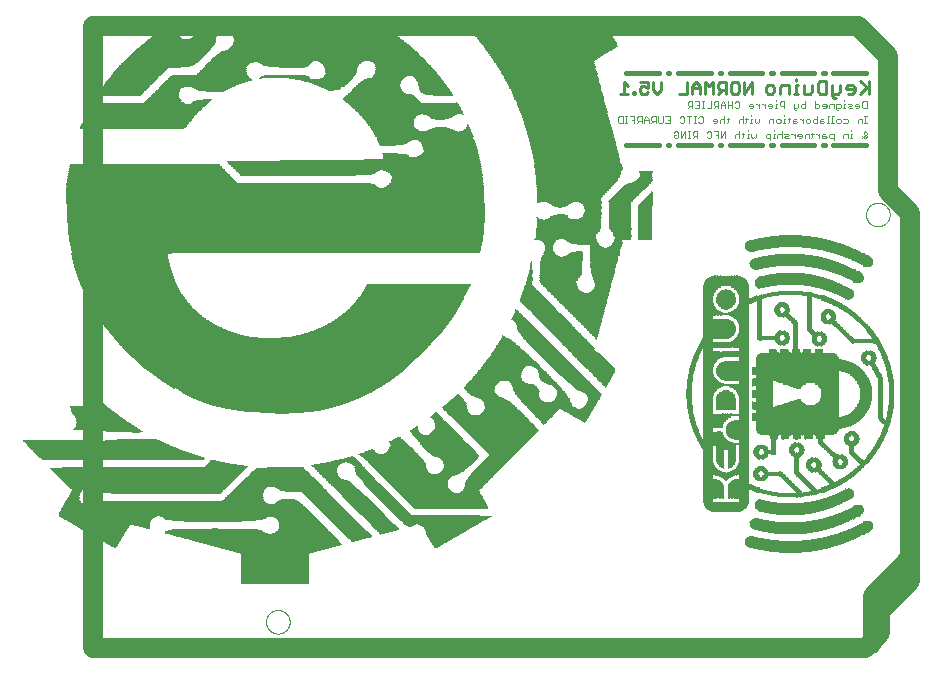
<source format=gbo>
G75*
%MOIN*%
%OFA0B0*%
%FSLAX25Y25*%
%IPPOS*%
%LPD*%
%AMOC8*
5,1,8,0,0,1.08239X$1,22.5*
%
%ADD10C,0.00000*%
%ADD11R,0.22640X0.00080*%
%ADD12R,0.22720X0.00080*%
%ADD13R,0.22800X0.00080*%
%ADD14R,0.22880X0.00080*%
%ADD15R,0.22960X0.00080*%
%ADD16R,0.23360X0.00080*%
%ADD17R,0.24000X0.00080*%
%ADD18R,0.24560X0.00080*%
%ADD19R,0.25120X0.00080*%
%ADD20R,0.25760X0.00080*%
%ADD21R,0.26400X0.00080*%
%ADD22R,0.26960X0.00080*%
%ADD23R,0.27520X0.00080*%
%ADD24R,0.28160X0.00080*%
%ADD25R,0.28800X0.00080*%
%ADD26R,0.29360X0.00080*%
%ADD27R,0.29920X0.00080*%
%ADD28R,0.30560X0.00080*%
%ADD29R,0.31120X0.00080*%
%ADD30R,0.31680X0.00080*%
%ADD31R,0.32320X0.00080*%
%ADD32R,0.32960X0.00080*%
%ADD33R,0.33520X0.00080*%
%ADD34R,0.34080X0.00080*%
%ADD35R,0.34720X0.00080*%
%ADD36R,0.35280X0.00080*%
%ADD37R,0.35920X0.00080*%
%ADD38R,0.00320X0.00080*%
%ADD39R,0.36480X0.00080*%
%ADD40R,0.00240X0.00080*%
%ADD41R,0.00640X0.00080*%
%ADD42R,0.37120X0.00080*%
%ADD43R,0.00400X0.00080*%
%ADD44R,0.00880X0.00080*%
%ADD45R,0.37680X0.00080*%
%ADD46R,0.00560X0.00080*%
%ADD47R,0.01040X0.00080*%
%ADD48R,0.38240X0.00080*%
%ADD49R,0.00800X0.00080*%
%ADD50R,0.01280X0.00080*%
%ADD51R,0.38880X0.00080*%
%ADD52R,0.01440X0.00080*%
%ADD53R,0.39440X0.00080*%
%ADD54R,0.01680X0.00080*%
%ADD55R,0.40080X0.00080*%
%ADD56R,0.01440X0.00080*%
%ADD57R,0.01840X0.00080*%
%ADD58R,0.40640X0.00080*%
%ADD59R,0.02000X0.00080*%
%ADD60R,0.41280X0.00080*%
%ADD61R,0.01920X0.00080*%
%ADD62R,0.02240X0.00080*%
%ADD63R,0.41840X0.00080*%
%ADD64R,0.02400X0.00080*%
%ADD65R,0.42480X0.00080*%
%ADD66R,0.02560X0.00080*%
%ADD67R,0.43040X0.00080*%
%ADD68R,0.02480X0.00080*%
%ADD69R,0.02800X0.00080*%
%ADD70R,0.43680X0.00080*%
%ADD71R,0.02640X0.00080*%
%ADD72R,0.03040X0.00080*%
%ADD73R,0.44240X0.00080*%
%ADD74R,0.02880X0.00080*%
%ADD75R,0.03120X0.00080*%
%ADD76R,0.44480X0.00080*%
%ADD77R,0.03360X0.00080*%
%ADD78R,0.44720X0.00080*%
%ADD79R,0.03200X0.00080*%
%ADD80R,0.03520X0.00080*%
%ADD81R,0.44960X0.00080*%
%ADD82R,0.03440X0.00080*%
%ADD83R,0.03760X0.00080*%
%ADD84R,0.45200X0.00080*%
%ADD85R,0.03680X0.00080*%
%ADD86R,0.03920X0.00080*%
%ADD87R,0.45440X0.00080*%
%ADD88R,0.04080X0.00080*%
%ADD89R,0.45680X0.00080*%
%ADD90R,0.04000X0.00080*%
%ADD91R,0.04320X0.00080*%
%ADD92R,0.45920X0.00080*%
%ADD93R,0.04160X0.00080*%
%ADD94R,0.04480X0.00080*%
%ADD95R,0.46160X0.00080*%
%ADD96R,0.04400X0.00080*%
%ADD97R,0.04640X0.00080*%
%ADD98R,0.46320X0.00080*%
%ADD99R,0.04880X0.00080*%
%ADD100R,0.46560X0.00080*%
%ADD101R,0.04720X0.00080*%
%ADD102R,0.05040X0.00080*%
%ADD103R,0.46800X0.00080*%
%ADD104R,0.04960X0.00080*%
%ADD105R,0.05200X0.00080*%
%ADD106R,0.46960X0.00080*%
%ADD107R,0.05120X0.00080*%
%ADD108R,0.05440X0.00080*%
%ADD109R,0.47200X0.00080*%
%ADD110R,0.05360X0.00080*%
%ADD111R,0.05600X0.00080*%
%ADD112R,0.00720X0.00080*%
%ADD113R,0.47440X0.00080*%
%ADD114R,0.05520X0.00080*%
%ADD115R,0.05840X0.00080*%
%ADD116R,0.01120X0.00080*%
%ADD117R,0.47760X0.00080*%
%ADD118R,0.05680X0.00080*%
%ADD119R,0.05920X0.00080*%
%ADD120R,0.01520X0.00080*%
%ADD121R,0.47920X0.00080*%
%ADD122R,0.06160X0.00080*%
%ADD123R,0.48160X0.00080*%
%ADD124R,0.06080X0.00080*%
%ADD125R,0.06320X0.00080*%
%ADD126R,0.48400X0.00080*%
%ADD127R,0.06240X0.00080*%
%ADD128R,0.06560X0.00080*%
%ADD129R,0.48640X0.00080*%
%ADD130R,0.06480X0.00080*%
%ADD131R,0.06720X0.00080*%
%ADD132R,0.48800X0.00080*%
%ADD133R,0.06640X0.00080*%
%ADD134R,0.06880X0.00080*%
%ADD135R,0.03440X0.00080*%
%ADD136R,0.49040X0.00080*%
%ADD137R,0.07120X0.00080*%
%ADD138R,0.03840X0.00080*%
%ADD139R,0.49280X0.00080*%
%ADD140R,0.06960X0.00080*%
%ADD141R,0.07200X0.00080*%
%ADD142R,0.04240X0.00080*%
%ADD143R,0.49440X0.00080*%
%ADD144R,0.07440X0.00080*%
%ADD145R,0.49680X0.00080*%
%ADD146R,0.07440X0.00080*%
%ADD147R,0.07680X0.00080*%
%ADD148R,0.49920X0.00080*%
%ADD149R,0.07600X0.00080*%
%ADD150R,0.07840X0.00080*%
%ADD151R,0.50160X0.00080*%
%ADD152R,0.08000X0.00080*%
%ADD153R,0.05840X0.00080*%
%ADD154R,0.50480X0.00080*%
%ADD155R,0.07920X0.00080*%
%ADD156R,0.08160X0.00080*%
%ADD157R,0.50640X0.00080*%
%ADD158R,0.08400X0.00080*%
%ADD159R,0.50880X0.00080*%
%ADD160R,0.08560X0.00080*%
%ADD161R,0.51120X0.00080*%
%ADD162R,0.08720X0.00080*%
%ADD163R,0.07360X0.00080*%
%ADD164R,0.51360X0.00080*%
%ADD165R,0.08960X0.00080*%
%ADD166R,0.07760X0.00080*%
%ADD167R,0.51600X0.00080*%
%ADD168R,0.08880X0.00080*%
%ADD169R,0.09120X0.00080*%
%ADD170R,0.08080X0.00080*%
%ADD171R,0.51760X0.00080*%
%ADD172R,0.09360X0.00080*%
%ADD173R,0.52000X0.00080*%
%ADD174R,0.09440X0.00080*%
%ADD175R,0.08480X0.00080*%
%ADD176R,0.52240X0.00080*%
%ADD177R,0.09680X0.00080*%
%ADD178R,0.52480X0.00080*%
%ADD179R,0.09920X0.00080*%
%ADD180R,0.52640X0.00080*%
%ADD181R,0.09840X0.00080*%
%ADD182R,0.10000X0.00080*%
%ADD183R,0.52880X0.00080*%
%ADD184R,0.10080X0.00080*%
%ADD185R,0.10240X0.00080*%
%ADD186R,0.53120X0.00080*%
%ADD187R,0.10400X0.00080*%
%ADD188R,0.53360X0.00080*%
%ADD189R,0.10640X0.00080*%
%ADD190R,0.53600X0.00080*%
%ADD191R,0.10640X0.00080*%
%ADD192R,0.10800X0.00080*%
%ADD193R,0.53760X0.00080*%
%ADD194R,0.10960X0.00080*%
%ADD195R,0.54000X0.00080*%
%ADD196R,0.11200X0.00080*%
%ADD197R,0.00160X0.00080*%
%ADD198R,0.54240X0.00080*%
%ADD199R,0.11360X0.00080*%
%ADD200R,0.00480X0.00080*%
%ADD201R,0.20080X0.00080*%
%ADD202R,0.33200X0.00080*%
%ADD203R,0.11520X0.00080*%
%ADD204R,0.19520X0.00080*%
%ADD205R,0.33040X0.00080*%
%ADD206R,0.11600X0.00080*%
%ADD207R,0.11680X0.00080*%
%ADD208R,0.19200X0.00080*%
%ADD209R,0.11840X0.00080*%
%ADD210R,0.18880X0.00080*%
%ADD211R,0.33120X0.00080*%
%ADD212R,0.11920X0.00080*%
%ADD213R,0.11920X0.00080*%
%ADD214R,0.18560X0.00080*%
%ADD215R,0.12160X0.00080*%
%ADD216R,0.12080X0.00080*%
%ADD217R,0.18320X0.00080*%
%ADD218R,0.12320X0.00080*%
%ADD219R,0.12240X0.00080*%
%ADD220R,0.08640X0.00080*%
%ADD221R,0.18160X0.00080*%
%ADD222R,0.32880X0.00080*%
%ADD223R,0.12560X0.00080*%
%ADD224R,0.12400X0.00080*%
%ADD225R,0.08640X0.00080*%
%ADD226R,0.17920X0.00080*%
%ADD227R,0.32640X0.00080*%
%ADD228R,0.12640X0.00080*%
%ADD229R,0.17760X0.00080*%
%ADD230R,0.32480X0.00080*%
%ADD231R,0.12880X0.00080*%
%ADD232R,0.12720X0.00080*%
%ADD233R,0.03920X0.00080*%
%ADD234R,0.17520X0.00080*%
%ADD235R,0.32320X0.00080*%
%ADD236R,0.13120X0.00080*%
%ADD237R,0.04320X0.00080*%
%ADD238R,0.17360X0.00080*%
%ADD239R,0.32160X0.00080*%
%ADD240R,0.13200X0.00080*%
%ADD241R,0.13040X0.00080*%
%ADD242R,0.04720X0.00080*%
%ADD243R,0.17200X0.00080*%
%ADD244R,0.31920X0.00080*%
%ADD245R,0.13440X0.00080*%
%ADD246R,0.17040X0.00080*%
%ADD247R,0.31760X0.00080*%
%ADD248R,0.13600X0.00080*%
%ADD249R,0.13360X0.00080*%
%ADD250R,0.16960X0.00080*%
%ADD251R,0.31440X0.00080*%
%ADD252R,0.13840X0.00080*%
%ADD253R,0.13520X0.00080*%
%ADD254R,0.16800X0.00080*%
%ADD255R,0.30960X0.00080*%
%ADD256R,0.14000X0.00080*%
%ADD257R,0.13760X0.00080*%
%ADD258R,0.16640X0.00080*%
%ADD259R,0.30480X0.00080*%
%ADD260R,0.14160X0.00080*%
%ADD261R,0.16560X0.00080*%
%ADD262R,0.29680X0.00080*%
%ADD263R,0.14400X0.00080*%
%ADD264R,0.14080X0.00080*%
%ADD265R,0.16400X0.00080*%
%ADD266R,0.28640X0.00080*%
%ADD267R,0.14560X0.00080*%
%ADD268R,0.14240X0.00080*%
%ADD269R,0.16320X0.00080*%
%ADD270R,0.27040X0.00080*%
%ADD271R,0.14720X0.00080*%
%ADD272R,0.16160X0.00080*%
%ADD273R,0.24800X0.00080*%
%ADD274R,0.14960X0.00080*%
%ADD275R,0.16080X0.00080*%
%ADD276R,0.20640X0.00080*%
%ADD277R,0.15120X0.00080*%
%ADD278R,0.14800X0.00080*%
%ADD279R,0.08720X0.00080*%
%ADD280R,0.15920X0.00080*%
%ADD281R,0.02160X0.00080*%
%ADD282R,0.15360X0.00080*%
%ADD283R,0.15040X0.00080*%
%ADD284R,0.15840X0.00080*%
%ADD285R,0.15440X0.00080*%
%ADD286R,0.15120X0.00080*%
%ADD287R,0.15760X0.00080*%
%ADD288R,0.15680X0.00080*%
%ADD289R,0.15600X0.00080*%
%ADD290R,0.15520X0.00080*%
%ADD291R,0.01360X0.00080*%
%ADD292R,0.15440X0.00080*%
%ADD293R,0.16240X0.00080*%
%ADD294R,0.16000X0.00080*%
%ADD295R,0.16480X0.00080*%
%ADD296R,0.16240X0.00080*%
%ADD297R,0.15280X0.00080*%
%ADD298R,0.02320X0.00080*%
%ADD299R,0.15200X0.00080*%
%ADD300R,0.15040X0.00080*%
%ADD301R,0.02960X0.00080*%
%ADD302R,0.16880X0.00080*%
%ADD303R,0.01120X0.00080*%
%ADD304R,0.14880X0.00080*%
%ADD305R,0.03520X0.00080*%
%ADD306R,0.17440X0.00080*%
%ADD307R,0.17440X0.00080*%
%ADD308R,0.03840X0.00080*%
%ADD309R,0.17600X0.00080*%
%ADD310R,0.17680X0.00080*%
%ADD311R,0.14720X0.00080*%
%ADD312R,0.14640X0.00080*%
%ADD313R,0.18000X0.00080*%
%ADD314R,0.18240X0.00080*%
%ADD315R,0.18400X0.00080*%
%ADD316R,0.02720X0.00080*%
%ADD317R,0.14480X0.00080*%
%ADD318R,0.05280X0.00080*%
%ADD319R,0.18800X0.00080*%
%ADD320R,0.06000X0.00080*%
%ADD321R,0.19040X0.00080*%
%ADD322R,0.14320X0.00080*%
%ADD323R,0.25440X0.00080*%
%ADD324R,0.19680X0.00080*%
%ADD325R,0.14240X0.00080*%
%ADD326R,0.25520X0.00080*%
%ADD327R,0.20160X0.00080*%
%ADD328R,0.25680X0.00080*%
%ADD329R,0.24720X0.00080*%
%ADD330R,0.25920X0.00080*%
%ADD331R,0.24960X0.00080*%
%ADD332R,0.26000X0.00080*%
%ADD333R,0.26160X0.00080*%
%ADD334R,0.25360X0.00080*%
%ADD335R,0.13920X0.00080*%
%ADD336R,0.26320X0.00080*%
%ADD337R,0.13920X0.00080*%
%ADD338R,0.26560X0.00080*%
%ADD339R,0.25920X0.00080*%
%ADD340R,0.26640X0.00080*%
%ADD341R,0.26080X0.00080*%
%ADD342R,0.26880X0.00080*%
%ADD343R,0.26320X0.00080*%
%ADD344R,0.06320X0.00080*%
%ADD345R,0.27200X0.00080*%
%ADD346R,0.26800X0.00080*%
%ADD347R,0.13680X0.00080*%
%ADD348R,0.27360X0.00080*%
%ADD349R,0.27520X0.00080*%
%ADD350R,0.27280X0.00080*%
%ADD351R,0.22320X0.00080*%
%ADD352R,0.27760X0.00080*%
%ADD353R,0.24640X0.00080*%
%ADD354R,0.27920X0.00080*%
%ADD355R,0.27680X0.00080*%
%ADD356R,0.26720X0.00080*%
%ADD357R,0.28080X0.00080*%
%ADD358R,0.27920X0.00080*%
%ADD359R,0.13520X0.00080*%
%ADD360R,0.28240X0.00080*%
%ADD361R,0.28320X0.00080*%
%ADD362R,0.29600X0.00080*%
%ADD363R,0.28480X0.00080*%
%ADD364R,0.28400X0.00080*%
%ADD365R,0.30720X0.00080*%
%ADD366R,0.28560X0.00080*%
%ADD367R,0.31520X0.00080*%
%ADD368R,0.28880X0.00080*%
%ADD369R,0.29040X0.00080*%
%ADD370R,0.29280X0.00080*%
%ADD371R,0.33280X0.00080*%
%ADD372R,0.29520X0.00080*%
%ADD373R,0.29440X0.00080*%
%ADD374R,0.33520X0.00080*%
%ADD375R,0.33680X0.00080*%
%ADD376R,0.29920X0.00080*%
%ADD377R,0.33920X0.00080*%
%ADD378R,0.30160X0.00080*%
%ADD379R,0.30080X0.00080*%
%ADD380R,0.30400X0.00080*%
%ADD381R,0.30320X0.00080*%
%ADD382R,0.34240X0.00080*%
%ADD383R,0.30640X0.00080*%
%ADD384R,0.34560X0.00080*%
%ADD385R,0.30880X0.00080*%
%ADD386R,0.30800X0.00080*%
%ADD387R,0.34800X0.00080*%
%ADD388R,0.31200X0.00080*%
%ADD389R,0.31040X0.00080*%
%ADD390R,0.35040X0.00080*%
%ADD391R,0.31280X0.00080*%
%ADD392R,0.35440X0.00080*%
%ADD393R,0.36000X0.00080*%
%ADD394R,0.32560X0.00080*%
%ADD395R,0.27840X0.00080*%
%ADD396R,0.84960X0.00080*%
%ADD397R,0.84880X0.00080*%
%ADD398R,0.84800X0.00080*%
%ADD399R,0.84720X0.00080*%
%ADD400R,0.84560X0.00080*%
%ADD401R,0.84480X0.00080*%
%ADD402R,0.84400X0.00080*%
%ADD403R,0.84240X0.00080*%
%ADD404R,0.84160X0.00080*%
%ADD405R,0.84000X0.00080*%
%ADD406R,0.83920X0.00080*%
%ADD407R,0.83840X0.00080*%
%ADD408R,0.83680X0.00080*%
%ADD409R,0.83600X0.00080*%
%ADD410R,0.83440X0.00080*%
%ADD411R,0.83360X0.00080*%
%ADD412R,0.83200X0.00080*%
%ADD413R,0.83120X0.00080*%
%ADD414R,0.82960X0.00080*%
%ADD415R,0.82880X0.00080*%
%ADD416R,0.82720X0.00080*%
%ADD417R,0.82640X0.00080*%
%ADD418R,0.82480X0.00080*%
%ADD419R,0.82400X0.00080*%
%ADD420R,0.82160X0.00080*%
%ADD421R,0.82080X0.00080*%
%ADD422R,0.81920X0.00080*%
%ADD423R,0.81840X0.00080*%
%ADD424R,0.81680X0.00080*%
%ADD425R,0.81520X0.00080*%
%ADD426R,0.81440X0.00080*%
%ADD427R,0.81280X0.00080*%
%ADD428R,0.81200X0.00080*%
%ADD429R,0.24880X0.00080*%
%ADD430R,0.81040X0.00080*%
%ADD431R,0.80960X0.00080*%
%ADD432R,0.80800X0.00080*%
%ADD433R,0.80720X0.00080*%
%ADD434R,0.25040X0.00080*%
%ADD435R,0.80560X0.00080*%
%ADD436R,0.25040X0.00080*%
%ADD437R,0.80320X0.00080*%
%ADD438R,0.71680X0.00080*%
%ADD439R,0.25120X0.00080*%
%ADD440R,0.71280X0.00080*%
%ADD441R,0.70960X0.00080*%
%ADD442R,0.25200X0.00080*%
%ADD443R,0.70720X0.00080*%
%ADD444R,0.70480X0.00080*%
%ADD445R,0.07040X0.00080*%
%ADD446R,0.25280X0.00080*%
%ADD447R,0.70240X0.00080*%
%ADD448R,0.70000X0.00080*%
%ADD449R,0.06640X0.00080*%
%ADD450R,0.69680X0.00080*%
%ADD451R,0.09520X0.00080*%
%ADD452R,0.58560X0.00080*%
%ADD453R,0.09200X0.00080*%
%ADD454R,0.58000X0.00080*%
%ADD455R,0.08800X0.00080*%
%ADD456R,0.57680X0.00080*%
%ADD457R,0.57280X0.00080*%
%ADD458R,0.25520X0.00080*%
%ADD459R,0.08240X0.00080*%
%ADD460R,0.56960X0.00080*%
%ADD461R,0.56640X0.00080*%
%ADD462R,0.25600X0.00080*%
%ADD463R,0.56240X0.00080*%
%ADD464R,0.05520X0.00080*%
%ADD465R,0.55840X0.00080*%
%ADD466R,0.07520X0.00080*%
%ADD467R,0.55440X0.00080*%
%ADD468R,0.07280X0.00080*%
%ADD469R,0.54880X0.00080*%
%ADD470R,0.07120X0.00080*%
%ADD471R,0.54160X0.00080*%
%ADD472R,0.06800X0.00080*%
%ADD473R,0.51920X0.00080*%
%ADD474R,0.25840X0.00080*%
%ADD475R,0.49600X0.00080*%
%ADD476R,0.04800X0.00080*%
%ADD477R,0.41120X0.00080*%
%ADD478R,0.13280X0.00080*%
%ADD479R,0.04240X0.00080*%
%ADD480R,0.03600X0.00080*%
%ADD481R,0.13040X0.00080*%
%ADD482R,0.12960X0.00080*%
%ADD483R,0.12800X0.00080*%
%ADD484R,0.26240X0.00080*%
%ADD485R,0.12720X0.00080*%
%ADD486R,0.26240X0.00080*%
%ADD487R,0.12480X0.00080*%
%ADD488R,0.12320X0.00080*%
%ADD489R,0.26480X0.00080*%
%ADD490R,0.12000X0.00080*%
%ADD491R,0.11760X0.00080*%
%ADD492R,0.03280X0.00080*%
%ADD493R,0.26720X0.00080*%
%ADD494R,0.11440X0.00080*%
%ADD495R,0.11280X0.00080*%
%ADD496R,0.11120X0.00080*%
%ADD497R,0.11040X0.00080*%
%ADD498R,0.18720X0.00080*%
%ADD499R,0.10880X0.00080*%
%ADD500R,0.36560X0.00080*%
%ADD501R,0.10720X0.00080*%
%ADD502R,0.38400X0.00080*%
%ADD503R,0.03120X0.00080*%
%ADD504R,0.06720X0.00080*%
%ADD505R,0.18320X0.00080*%
%ADD506R,0.07520X0.00080*%
%ADD507R,0.39600X0.00080*%
%ADD508R,0.18240X0.00080*%
%ADD509R,0.40320X0.00080*%
%ADD510R,0.10560X0.00080*%
%ADD511R,0.41040X0.00080*%
%ADD512R,0.10480X0.00080*%
%ADD513R,0.41440X0.00080*%
%ADD514R,0.41760X0.00080*%
%ADD515R,0.18080X0.00080*%
%ADD516R,0.10320X0.00080*%
%ADD517R,0.42000X0.00080*%
%ADD518R,0.03040X0.00080*%
%ADD519R,0.05760X0.00080*%
%ADD520R,0.42240X0.00080*%
%ADD521R,0.42400X0.00080*%
%ADD522R,0.42560X0.00080*%
%ADD523R,0.10160X0.00080*%
%ADD524R,0.42720X0.00080*%
%ADD525R,0.42880X0.00080*%
%ADD526R,0.43280X0.00080*%
%ADD527R,0.43440X0.00080*%
%ADD528R,0.09920X0.00080*%
%ADD529R,0.43600X0.00080*%
%ADD530R,0.43840X0.00080*%
%ADD531R,0.44080X0.00080*%
%ADD532R,0.05120X0.00080*%
%ADD533R,0.44320X0.00080*%
%ADD534R,0.09840X0.00080*%
%ADD535R,0.44640X0.00080*%
%ADD536R,0.45840X0.00080*%
%ADD537R,0.15520X0.00080*%
%ADD538R,0.52240X0.00080*%
%ADD539R,0.52400X0.00080*%
%ADD540R,0.52560X0.00080*%
%ADD541R,0.52720X0.00080*%
%ADD542R,0.05920X0.00080*%
%ADD543R,0.18480X0.00080*%
%ADD544R,0.53040X0.00080*%
%ADD545R,0.53200X0.00080*%
%ADD546R,0.18640X0.00080*%
%ADD547R,0.27600X0.00080*%
%ADD548R,0.53520X0.00080*%
%ADD549R,0.18720X0.00080*%
%ADD550R,0.27440X0.00080*%
%ADD551R,0.53680X0.00080*%
%ADD552R,0.05040X0.00080*%
%ADD553R,0.53840X0.00080*%
%ADD554R,0.06240X0.00080*%
%ADD555R,0.27120X0.00080*%
%ADD556R,0.06400X0.00080*%
%ADD557R,0.18960X0.00080*%
%ADD558R,0.54320X0.00080*%
%ADD559R,0.26640X0.00080*%
%ADD560R,0.54480X0.00080*%
%ADD561R,0.19120X0.00080*%
%ADD562R,0.54640X0.00080*%
%ADD563R,0.54800X0.00080*%
%ADD564R,0.19280X0.00080*%
%ADD565R,0.54960X0.00080*%
%ADD566R,0.19360X0.00080*%
%ADD567R,0.55120X0.00080*%
%ADD568R,0.19440X0.00080*%
%ADD569R,0.25840X0.00080*%
%ADD570R,0.55280X0.00080*%
%ADD571R,0.19520X0.00080*%
%ADD572R,0.19600X0.00080*%
%ADD573R,0.55600X0.00080*%
%ADD574R,0.19760X0.00080*%
%ADD575R,0.55760X0.00080*%
%ADD576R,0.19840X0.00080*%
%ADD577R,0.55920X0.00080*%
%ADD578R,0.19920X0.00080*%
%ADD579R,0.56080X0.00080*%
%ADD580R,0.20000X0.00080*%
%ADD581R,0.56240X0.00080*%
%ADD582R,0.56400X0.00080*%
%ADD583R,0.20240X0.00080*%
%ADD584R,0.56560X0.00080*%
%ADD585R,0.20320X0.00080*%
%ADD586R,0.24400X0.00080*%
%ADD587R,0.56720X0.00080*%
%ADD588R,0.20480X0.00080*%
%ADD589R,0.24240X0.00080*%
%ADD590R,0.56880X0.00080*%
%ADD591R,0.20560X0.00080*%
%ADD592R,0.24080X0.00080*%
%ADD593R,0.57040X0.00080*%
%ADD594R,0.20720X0.00080*%
%ADD595R,0.23920X0.00080*%
%ADD596R,0.57200X0.00080*%
%ADD597R,0.20800X0.00080*%
%ADD598R,0.23760X0.00080*%
%ADD599R,0.57360X0.00080*%
%ADD600R,0.20960X0.00080*%
%ADD601R,0.23600X0.00080*%
%ADD602R,0.57520X0.00080*%
%ADD603R,0.21120X0.00080*%
%ADD604R,0.23440X0.00080*%
%ADD605R,0.21200X0.00080*%
%ADD606R,0.23280X0.00080*%
%ADD607R,0.57840X0.00080*%
%ADD608R,0.21360X0.00080*%
%ADD609R,0.23120X0.00080*%
%ADD610R,0.21520X0.00080*%
%ADD611R,0.58160X0.00080*%
%ADD612R,0.21680X0.00080*%
%ADD613R,0.58320X0.00080*%
%ADD614R,0.21760X0.00080*%
%ADD615R,0.22640X0.00080*%
%ADD616R,0.58480X0.00080*%
%ADD617R,0.21920X0.00080*%
%ADD618R,0.22480X0.00080*%
%ADD619R,0.58640X0.00080*%
%ADD620R,0.22080X0.00080*%
%ADD621R,0.58800X0.00080*%
%ADD622R,0.22320X0.00080*%
%ADD623R,0.22160X0.00080*%
%ADD624R,0.58960X0.00080*%
%ADD625R,0.59120X0.00080*%
%ADD626R,0.59280X0.00080*%
%ADD627R,0.04640X0.00080*%
%ADD628R,0.21600X0.00080*%
%ADD629R,0.59440X0.00080*%
%ADD630R,0.23040X0.00080*%
%ADD631R,0.21440X0.00080*%
%ADD632R,0.59600X0.00080*%
%ADD633R,0.23200X0.00080*%
%ADD634R,0.21280X0.00080*%
%ADD635R,0.59760X0.00080*%
%ADD636R,0.23440X0.00080*%
%ADD637R,0.04560X0.00080*%
%ADD638R,0.21120X0.00080*%
%ADD639R,0.59920X0.00080*%
%ADD640R,0.23680X0.00080*%
%ADD641R,0.60080X0.00080*%
%ADD642R,0.60240X0.00080*%
%ADD643R,0.07840X0.00080*%
%ADD644R,0.24240X0.00080*%
%ADD645R,0.60400X0.00080*%
%ADD646R,0.60560X0.00080*%
%ADD647R,0.17920X0.00080*%
%ADD648R,0.60720X0.00080*%
%ADD649R,0.60880X0.00080*%
%ADD650R,0.17280X0.00080*%
%ADD651R,0.61040X0.00080*%
%ADD652R,0.61200X0.00080*%
%ADD653R,0.17120X0.00080*%
%ADD654R,0.61360X0.00080*%
%ADD655R,0.61520X0.00080*%
%ADD656R,0.07920X0.00080*%
%ADD657R,0.61680X0.00080*%
%ADD658R,0.61840X0.00080*%
%ADD659R,0.62000X0.00080*%
%ADD660R,0.62160X0.00080*%
%ADD661R,0.62320X0.00080*%
%ADD662R,0.62480X0.00080*%
%ADD663R,0.62640X0.00080*%
%ADD664R,0.62800X0.00080*%
%ADD665R,0.62960X0.00080*%
%ADD666R,0.63120X0.00080*%
%ADD667R,0.63280X0.00080*%
%ADD668R,0.63440X0.00080*%
%ADD669R,0.63600X0.00080*%
%ADD670R,0.63760X0.00080*%
%ADD671R,0.17120X0.00080*%
%ADD672R,0.63920X0.00080*%
%ADD673R,0.64080X0.00080*%
%ADD674R,0.64240X0.00080*%
%ADD675R,0.64400X0.00080*%
%ADD676R,0.64560X0.00080*%
%ADD677R,0.64720X0.00080*%
%ADD678R,0.64880X0.00080*%
%ADD679R,0.65040X0.00080*%
%ADD680R,0.65120X0.00080*%
%ADD681R,0.61280X0.00080*%
%ADD682R,0.55200X0.00080*%
%ADD683R,0.02080X0.00080*%
%ADD684R,0.17520X0.00080*%
%ADD685R,0.08320X0.00080*%
%ADD686R,0.08320X0.00080*%
%ADD687R,0.17840X0.00080*%
%ADD688R,0.17840X0.00080*%
%ADD689R,0.09040X0.00080*%
%ADD690R,0.09280X0.00080*%
%ADD691R,0.18640X0.00080*%
%ADD692R,0.09600X0.00080*%
%ADD693R,0.09760X0.00080*%
%ADD694R,0.10720X0.00080*%
%ADD695R,0.01760X0.00080*%
%ADD696R,0.11120X0.00080*%
%ADD697R,0.19040X0.00080*%
%ADD698R,0.38800X0.00080*%
%ADD699R,0.48080X0.00080*%
%ADD700R,0.51200X0.00080*%
%ADD701R,0.53040X0.00080*%
%ADD702R,0.19120X0.00080*%
%ADD703R,0.54400X0.00080*%
%ADD704R,0.54560X0.00080*%
%ADD705R,0.54720X0.00080*%
%ADD706R,0.13120X0.00080*%
%ADD707R,0.00960X0.00080*%
%ADD708R,0.53440X0.00080*%
%ADD709R,0.53280X0.00080*%
%ADD710R,0.52960X0.00080*%
%ADD711R,0.52720X0.00080*%
%ADD712R,0.08240X0.00080*%
%ADD713R,0.52080X0.00080*%
%ADD714R,0.05440X0.00080*%
%ADD715R,0.51440X0.00080*%
%ADD716R,0.51280X0.00080*%
%ADD717R,0.09520X0.00080*%
%ADD718R,0.51120X0.00080*%
%ADD719R,0.51040X0.00080*%
%ADD720R,0.50720X0.00080*%
%ADD721R,0.50560X0.00080*%
%ADD722R,0.10320X0.00080*%
%ADD723R,0.50320X0.00080*%
%ADD724R,0.50000X0.00080*%
%ADD725R,0.49840X0.00080*%
%ADD726R,0.49760X0.00080*%
%ADD727R,0.49520X0.00080*%
%ADD728R,0.49360X0.00080*%
%ADD729R,0.00320X0.00080*%
%ADD730R,0.49120X0.00080*%
%ADD731R,0.48880X0.00080*%
%ADD732R,0.48640X0.00080*%
%ADD733R,0.48560X0.00080*%
%ADD734R,0.48320X0.00080*%
%ADD735R,0.07040X0.00080*%
%ADD736R,0.48000X0.00080*%
%ADD737R,0.47840X0.00080*%
%ADD738R,0.47680X0.00080*%
%ADD739R,0.47520X0.00080*%
%ADD740R,0.14320X0.00080*%
%ADD741R,0.47360X0.00080*%
%ADD742R,0.47120X0.00080*%
%ADD743R,0.22000X0.00080*%
%ADD744R,0.22560X0.00080*%
%ADD745R,0.22240X0.00080*%
%ADD746R,0.21440X0.00080*%
%ADD747R,0.15920X0.00080*%
%ADD748R,0.20880X0.00080*%
%ADD749R,0.16720X0.00080*%
%ADD750R,0.20400X0.00080*%
%ADD751R,0.19920X0.00080*%
%ADD752R,0.01600X0.00080*%
%ADD753R,0.01040X0.00080*%
%ADD754R,0.20720X0.00080*%
%ADD755R,0.21040X0.00080*%
%ADD756R,0.21840X0.00080*%
%ADD757R,0.23120X0.00080*%
%ADD758R,0.23920X0.00080*%
%ADD759R,0.24720X0.00080*%
%ADD760R,0.12640X0.00080*%
%ADD761R,0.02240X0.00080*%
%ADD762R,0.01920X0.00080*%
%ADD763R,0.00720X0.00080*%
%ADD764R,0.00080X0.00080*%
%ADD765R,0.01200X0.00080*%
%ADD766R,0.02720X0.00080*%
%ADD767R,0.09120X0.00080*%
%ADD768R,0.02640X0.00080*%
%ADD769R,0.01520X0.00080*%
%ADD770R,0.20320X0.00080*%
%ADD771R,0.09440X0.00080*%
%ADD772R,0.10240X0.00080*%
%ADD773R,0.11040X0.00080*%
%ADD774R,0.33600X0.00080*%
%ADD775R,0.34400X0.00080*%
%ADD776R,0.35120X0.00080*%
%ADD777R,0.35920X0.00080*%
%ADD778R,0.37280X0.00080*%
%ADD779R,0.37920X0.00080*%
%ADD780R,0.38640X0.00080*%
%ADD781R,0.39200X0.00080*%
%ADD782R,0.39840X0.00080*%
%ADD783R,0.40480X0.00080*%
%ADD784R,0.40960X0.00080*%
%ADD785R,0.41520X0.00080*%
%ADD786R,0.42080X0.00080*%
%ADD787R,0.42640X0.00080*%
%ADD788R,0.43200X0.00080*%
%ADD789R,0.43760X0.00080*%
%ADD790R,0.44720X0.00080*%
%ADD791R,0.45600X0.00080*%
%ADD792R,0.46080X0.00080*%
%ADD793R,0.46640X0.00080*%
%ADD794R,0.15840X0.00080*%
%ADD795R,0.47600X0.00080*%
%ADD796R,0.51680X0.00080*%
%ADD797R,0.54720X0.00080*%
%ADD798R,0.56160X0.00080*%
%ADD799R,0.02320X0.00080*%
%ADD800R,0.56480X0.00080*%
%ADD801R,0.56800X0.00080*%
%ADD802R,0.57600X0.00080*%
%ADD803R,0.57920X0.00080*%
%ADD804R,0.58240X0.00080*%
%ADD805R,0.58880X0.00080*%
%ADD806R,0.59920X0.00080*%
%ADD807R,0.61440X0.00080*%
%ADD808R,0.61760X0.00080*%
%ADD809R,0.62400X0.00080*%
%ADD810R,0.09040X0.00080*%
%ADD811R,0.62880X0.00080*%
%ADD812R,0.63040X0.00080*%
%ADD813R,0.63840X0.00080*%
%ADD814R,0.64320X0.00080*%
%ADD815R,0.64640X0.00080*%
%ADD816R,0.65200X0.00080*%
%ADD817R,0.65360X0.00080*%
%ADD818R,0.65680X0.00080*%
%ADD819R,0.65920X0.00080*%
%ADD820R,0.66240X0.00080*%
%ADD821R,0.66400X0.00080*%
%ADD822R,0.66720X0.00080*%
%ADD823R,0.67040X0.00080*%
%ADD824R,0.67360X0.00080*%
%ADD825R,0.67680X0.00080*%
%ADD826R,0.68000X0.00080*%
%ADD827R,0.68960X0.00080*%
%ADD828R,0.69200X0.00080*%
%ADD829R,0.69440X0.00080*%
%ADD830R,0.69760X0.00080*%
%ADD831R,0.70080X0.00080*%
%ADD832R,0.70560X0.00080*%
%ADD833R,0.70880X0.00080*%
%ADD834R,0.71040X0.00080*%
%ADD835R,0.71360X0.00080*%
%ADD836R,0.71600X0.00080*%
%ADD837R,0.71840X0.00080*%
%ADD838R,0.72080X0.00080*%
%ADD839R,0.72320X0.00080*%
%ADD840R,0.72640X0.00080*%
%ADD841R,0.01840X0.00080*%
%ADD842R,0.72880X0.00080*%
%ADD843R,0.73120X0.00080*%
%ADD844R,0.73360X0.00080*%
%ADD845R,0.73600X0.00080*%
%ADD846R,0.73840X0.00080*%
%ADD847R,0.74080X0.00080*%
%ADD848R,0.74320X0.00080*%
%ADD849R,0.74640X0.00080*%
%ADD850R,0.74800X0.00080*%
%ADD851R,0.75040X0.00080*%
%ADD852R,0.75280X0.00080*%
%ADD853R,0.75520X0.00080*%
%ADD854R,0.75760X0.00080*%
%ADD855R,0.76000X0.00080*%
%ADD856R,0.76240X0.00080*%
%ADD857R,0.76480X0.00080*%
%ADD858R,0.76640X0.00080*%
%ADD859R,0.76960X0.00080*%
%ADD860R,0.16720X0.00080*%
%ADD861R,0.77120X0.00080*%
%ADD862R,0.77440X0.00080*%
%ADD863R,0.77600X0.00080*%
%ADD864R,0.77840X0.00080*%
%ADD865R,0.78080X0.00080*%
%ADD866R,0.78240X0.00080*%
%ADD867R,0.78480X0.00080*%
%ADD868R,0.78720X0.00080*%
%ADD869R,0.78960X0.00080*%
%ADD870R,0.79120X0.00080*%
%ADD871R,0.79440X0.00080*%
%ADD872R,0.79600X0.00080*%
%ADD873R,0.79840X0.00080*%
%ADD874R,0.80080X0.00080*%
%ADD875R,0.80240X0.00080*%
%ADD876R,0.80480X0.00080*%
%ADD877R,0.80880X0.00080*%
%ADD878R,0.81120X0.00080*%
%ADD879R,0.81760X0.00080*%
%ADD880R,0.82560X0.00080*%
%ADD881R,0.14640X0.00080*%
%ADD882R,0.83760X0.00080*%
%ADD883R,0.84720X0.00080*%
%ADD884R,0.85120X0.00080*%
%ADD885R,0.85360X0.00080*%
%ADD886R,0.85520X0.00080*%
%ADD887R,0.85680X0.00080*%
%ADD888R,0.85920X0.00080*%
%ADD889R,0.86080X0.00080*%
%ADD890R,0.86240X0.00080*%
%ADD891R,0.86480X0.00080*%
%ADD892R,0.86640X0.00080*%
%ADD893R,0.86880X0.00080*%
%ADD894R,0.87040X0.00080*%
%ADD895R,0.87200X0.00080*%
%ADD896R,0.87360X0.00080*%
%ADD897R,0.87600X0.00080*%
%ADD898R,0.87760X0.00080*%
%ADD899R,0.87920X0.00080*%
%ADD900R,0.88160X0.00080*%
%ADD901R,0.88320X0.00080*%
%ADD902R,0.88560X0.00080*%
%ADD903R,0.88720X0.00080*%
%ADD904R,0.88880X0.00080*%
%ADD905R,0.89040X0.00080*%
%ADD906R,0.89200X0.00080*%
%ADD907R,0.89360X0.00080*%
%ADD908R,0.89520X0.00080*%
%ADD909R,0.89760X0.00080*%
%ADD910R,0.90000X0.00080*%
%ADD911R,0.90160X0.00080*%
%ADD912R,0.90320X0.00080*%
%ADD913R,0.90480X0.00080*%
%ADD914R,0.90640X0.00080*%
%ADD915R,0.90800X0.00080*%
%ADD916R,0.90960X0.00080*%
%ADD917R,0.91200X0.00080*%
%ADD918R,0.91360X0.00080*%
%ADD919R,0.91520X0.00080*%
%ADD920R,0.91760X0.00080*%
%ADD921R,0.16320X0.00080*%
%ADD922R,0.91920X0.00080*%
%ADD923R,0.92080X0.00080*%
%ADD924R,0.92240X0.00080*%
%ADD925R,0.92400X0.00080*%
%ADD926R,0.92640X0.00080*%
%ADD927R,0.92800X0.00080*%
%ADD928R,0.92960X0.00080*%
%ADD929R,0.93120X0.00080*%
%ADD930R,0.93280X0.00080*%
%ADD931R,0.93440X0.00080*%
%ADD932R,0.93600X0.00080*%
%ADD933R,0.93760X0.00080*%
%ADD934R,0.93920X0.00080*%
%ADD935R,0.94080X0.00080*%
%ADD936R,0.94240X0.00080*%
%ADD937R,0.94400X0.00080*%
%ADD938R,0.94560X0.00080*%
%ADD939R,0.94720X0.00080*%
%ADD940R,0.94880X0.00080*%
%ADD941R,0.95120X0.00080*%
%ADD942R,0.95280X0.00080*%
%ADD943R,0.95440X0.00080*%
%ADD944R,0.95600X0.00080*%
%ADD945R,0.95760X0.00080*%
%ADD946R,0.95920X0.00080*%
%ADD947R,0.96080X0.00080*%
%ADD948R,0.96240X0.00080*%
%ADD949R,0.96400X0.00080*%
%ADD950R,0.96640X0.00080*%
%ADD951R,0.96800X0.00080*%
%ADD952R,0.96960X0.00080*%
%ADD953R,0.97120X0.00080*%
%ADD954R,0.97280X0.00080*%
%ADD955R,0.97440X0.00080*%
%ADD956R,0.97600X0.00080*%
%ADD957R,0.97760X0.00080*%
%ADD958R,0.97920X0.00080*%
%ADD959R,0.98080X0.00080*%
%ADD960R,0.98240X0.00080*%
%ADD961R,0.98400X0.00080*%
%ADD962R,0.98560X0.00080*%
%ADD963R,0.98720X0.00080*%
%ADD964R,0.98880X0.00080*%
%ADD965R,0.99040X0.00080*%
%ADD966R,0.99200X0.00080*%
%ADD967R,0.99360X0.00080*%
%ADD968R,0.99520X0.00080*%
%ADD969R,0.99680X0.00080*%
%ADD970R,0.99840X0.00080*%
%ADD971R,1.00000X0.00080*%
%ADD972R,1.00160X0.00080*%
%ADD973R,1.00320X0.00080*%
%ADD974R,1.00400X0.00080*%
%ADD975R,1.00560X0.00080*%
%ADD976R,1.00720X0.00080*%
%ADD977R,1.00880X0.00080*%
%ADD978R,1.01040X0.00080*%
%ADD979R,1.01200X0.00080*%
%ADD980R,1.01360X0.00080*%
%ADD981R,1.01520X0.00080*%
%ADD982R,1.01680X0.00080*%
%ADD983R,1.01840X0.00080*%
%ADD984R,1.02000X0.00080*%
%ADD985R,1.02160X0.00080*%
%ADD986R,1.02320X0.00080*%
%ADD987R,1.02400X0.00080*%
%ADD988R,1.02560X0.00080*%
%ADD989R,1.02720X0.00080*%
%ADD990R,1.02880X0.00080*%
%ADD991R,1.03040X0.00080*%
%ADD992R,1.03200X0.00080*%
%ADD993R,1.03360X0.00080*%
%ADD994R,1.03520X0.00080*%
%ADD995R,1.03680X0.00080*%
%ADD996R,1.03840X0.00080*%
%ADD997R,1.04000X0.00080*%
%ADD998R,1.04160X0.00080*%
%ADD999R,1.04320X0.00080*%
%ADD1000R,1.04480X0.00080*%
%ADD1001R,1.04560X0.00080*%
%ADD1002R,1.04720X0.00080*%
%ADD1003R,1.04800X0.00080*%
%ADD1004R,1.04960X0.00080*%
%ADD1005R,1.05120X0.00080*%
%ADD1006R,1.05280X0.00080*%
%ADD1007R,1.05440X0.00080*%
%ADD1008R,1.05600X0.00080*%
%ADD1009R,1.05760X0.00080*%
%ADD1010R,1.05840X0.00080*%
%ADD1011R,1.06000X0.00080*%
%ADD1012R,1.06160X0.00080*%
%ADD1013R,1.06320X0.00080*%
%ADD1014R,1.06480X0.00080*%
%ADD1015R,1.06640X0.00080*%
%ADD1016R,1.06800X0.00080*%
%ADD1017R,0.00240X0.00080*%
%ADD1018R,1.06880X0.00080*%
%ADD1019R,1.07040X0.00080*%
%ADD1020R,1.07120X0.00080*%
%ADD1021R,1.07280X0.00080*%
%ADD1022R,0.48240X0.00080*%
%ADD1023R,0.49520X0.00080*%
%ADD1024R,0.46240X0.00080*%
%ADD1025R,0.45280X0.00080*%
%ADD1026R,0.44880X0.00080*%
%ADD1027R,0.44560X0.00080*%
%ADD1028R,0.44240X0.00080*%
%ADD1029R,0.44000X0.00080*%
%ADD1030R,0.46720X0.00080*%
%ADD1031R,0.43520X0.00080*%
%ADD1032R,0.46480X0.00080*%
%ADD1033R,0.42960X0.00080*%
%ADD1034R,0.46000X0.00080*%
%ADD1035R,0.42720X0.00080*%
%ADD1036R,0.45520X0.00080*%
%ADD1037R,0.42320X0.00080*%
%ADD1038R,0.42160X0.00080*%
%ADD1039R,0.45120X0.00080*%
%ADD1040R,0.41680X0.00080*%
%ADD1041R,0.41360X0.00080*%
%ADD1042R,0.41200X0.00080*%
%ADD1043R,0.44160X0.00080*%
%ADD1044R,0.40720X0.00080*%
%ADD1045R,0.43840X0.00080*%
%ADD1046R,0.43520X0.00080*%
%ADD1047R,0.43360X0.00080*%
%ADD1048R,0.40160X0.00080*%
%ADD1049R,0.40000X0.00080*%
%ADD1050R,0.39920X0.00080*%
%ADD1051R,0.39760X0.00080*%
%ADD1052R,0.42640X0.00080*%
%ADD1053R,0.39440X0.00080*%
%ADD1054R,0.39280X0.00080*%
%ADD1055R,0.42320X0.00080*%
%ADD1056R,0.39040X0.00080*%
%ADD1057R,0.38960X0.00080*%
%ADD1058R,0.41920X0.00080*%
%ADD1059R,0.38720X0.00080*%
%ADD1060R,0.38560X0.00080*%
%ADD1061R,0.38160X0.00080*%
%ADD1062R,0.38080X0.00080*%
%ADD1063R,0.38000X0.00080*%
%ADD1064R,0.40880X0.00080*%
%ADD1065R,0.37840X0.00080*%
%ADD1066R,0.40800X0.00080*%
%ADD1067R,0.37760X0.00080*%
%ADD1068R,0.40560X0.00080*%
%ADD1069R,0.37600X0.00080*%
%ADD1070R,0.37440X0.00080*%
%ADD1071R,0.40400X0.00080*%
%ADD1072R,0.37360X0.00080*%
%ADD1073R,0.37040X0.00080*%
%ADD1074R,0.36960X0.00080*%
%ADD1075R,0.36800X0.00080*%
%ADD1076R,0.36720X0.00080*%
%ADD1077R,0.39680X0.00080*%
%ADD1078R,0.36640X0.00080*%
%ADD1079R,0.39520X0.00080*%
%ADD1080R,0.39360X0.00080*%
%ADD1081R,0.36400X0.00080*%
%ADD1082R,0.36240X0.00080*%
%ADD1083R,0.39120X0.00080*%
%ADD1084R,0.36160X0.00080*%
%ADD1085R,0.38720X0.00080*%
%ADD1086R,0.35760X0.00080*%
%ADD1087R,0.38640X0.00080*%
%ADD1088R,0.35680X0.00080*%
%ADD1089R,0.38480X0.00080*%
%ADD1090R,0.35520X0.00080*%
%ADD1091R,0.35520X0.00080*%
%ADD1092R,0.35360X0.00080*%
%ADD1093R,0.35200X0.00080*%
%ADD1094R,0.35120X0.00080*%
%ADD1095R,0.34960X0.00080*%
%ADD1096R,0.37840X0.00080*%
%ADD1097R,0.34880X0.00080*%
%ADD1098R,0.37520X0.00080*%
%ADD1099R,0.34720X0.00080*%
%ADD1100R,0.37520X0.00080*%
%ADD1101R,0.34640X0.00080*%
%ADD1102R,0.34640X0.00080*%
%ADD1103R,0.34480X0.00080*%
%ADD1104R,0.37200X0.00080*%
%ADD1105R,0.34320X0.00080*%
%ADD1106R,0.37120X0.00080*%
%ADD1107R,0.34320X0.00080*%
%ADD1108R,0.34240X0.00080*%
%ADD1109R,0.36880X0.00080*%
%ADD1110R,0.34160X0.00080*%
%ADD1111R,0.36720X0.00080*%
%ADD1112R,0.11520X0.00080*%
%ADD1113R,0.34000X0.00080*%
%ADD1114R,0.11840X0.00080*%
%ADD1115R,0.36640X0.00080*%
%ADD1116R,0.33920X0.00080*%
%ADD1117R,0.33840X0.00080*%
%ADD1118R,0.33760X0.00080*%
%ADD1119R,0.36320X0.00080*%
%ADD1120R,0.36240X0.00080*%
%ADD1121R,0.33440X0.00080*%
%ADD1122R,0.36080X0.00080*%
%ADD1123R,0.33440X0.00080*%
%ADD1124R,0.33360X0.00080*%
%ADD1125R,0.13840X0.00080*%
%ADD1126R,0.35840X0.00080*%
%ADD1127R,0.33120X0.00080*%
%ADD1128R,0.35600X0.00080*%
%ADD1129R,0.33040X0.00080*%
%ADD1130R,0.35440X0.00080*%
%ADD1131R,0.32800X0.00080*%
%ADD1132R,0.32720X0.00080*%
%ADD1133R,0.32720X0.00080*%
%ADD1134R,0.32640X0.00080*%
%ADD1135R,0.35040X0.00080*%
%ADD1136R,0.32400X0.00080*%
%ADD1137R,0.32240X0.00080*%
%ADD1138R,0.32240X0.00080*%
%ADD1139R,0.32080X0.00080*%
%ADD1140R,0.32000X0.00080*%
%ADD1141R,0.31920X0.00080*%
%ADD1142R,0.11440X0.00080*%
%ADD1143R,0.31840X0.00080*%
%ADD1144R,0.12240X0.00080*%
%ADD1145R,0.31840X0.00080*%
%ADD1146R,0.13440X0.00080*%
%ADD1147R,0.00640X0.00080*%
%ADD1148R,1.36080X0.00080*%
%ADD1149R,1.36240X0.00080*%
%ADD1150R,1.36320X0.00080*%
%ADD1151R,1.36400X0.00080*%
%ADD1152R,1.36480X0.00080*%
%ADD1153R,1.36560X0.00080*%
%ADD1154R,1.36640X0.00080*%
%ADD1155R,1.36800X0.00080*%
%ADD1156R,1.36880X0.00080*%
%ADD1157R,1.36960X0.00080*%
%ADD1158R,1.37040X0.00080*%
%ADD1159R,1.37120X0.00080*%
%ADD1160R,1.37200X0.00080*%
%ADD1161R,1.37280X0.00080*%
%ADD1162R,1.37360X0.00080*%
%ADD1163R,1.37440X0.00080*%
%ADD1164R,1.37520X0.00080*%
%ADD1165R,1.37600X0.00080*%
%ADD1166R,1.37680X0.00080*%
%ADD1167R,1.37760X0.00080*%
%ADD1168R,1.37840X0.00080*%
%ADD1169R,1.37920X0.00080*%
%ADD1170R,1.38080X0.00080*%
%ADD1171R,1.38160X0.00080*%
%ADD1172R,1.38240X0.00080*%
%ADD1173R,1.38320X0.00080*%
%ADD1174R,1.38400X0.00080*%
%ADD1175R,1.38480X0.00080*%
%ADD1176R,1.38560X0.00080*%
%ADD1177R,0.20640X0.00080*%
%ADD1178R,1.38640X0.00080*%
%ADD1179R,1.38720X0.00080*%
%ADD1180R,1.38800X0.00080*%
%ADD1181R,1.38880X0.00080*%
%ADD1182R,1.38960X0.00080*%
%ADD1183R,1.39040X0.00080*%
%ADD1184R,1.39120X0.00080*%
%ADD1185R,1.39200X0.00080*%
%ADD1186R,1.39280X0.00080*%
%ADD1187R,1.39360X0.00080*%
%ADD1188R,0.21520X0.00080*%
%ADD1189R,0.21840X0.00080*%
%ADD1190R,1.39120X0.00080*%
%ADD1191R,0.22240X0.00080*%
%ADD1192R,0.22400X0.00080*%
%ADD1193R,0.23520X0.00080*%
%ADD1194R,1.39040X0.00080*%
%ADD1195R,0.23840X0.00080*%
%ADD1196R,0.24160X0.00080*%
%ADD1197R,0.24320X0.00080*%
%ADD1198R,0.24480X0.00080*%
%ADD1199R,1.04080X0.00080*%
%ADD1200R,0.24640X0.00080*%
%ADD1201R,1.03920X0.00080*%
%ADD1202R,1.03760X0.00080*%
%ADD1203R,1.03600X0.00080*%
%ADD1204R,1.03440X0.00080*%
%ADD1205R,1.03120X0.00080*%
%ADD1206R,1.02960X0.00080*%
%ADD1207R,0.31600X0.00080*%
%ADD1208R,0.31520X0.00080*%
%ADD1209R,1.02080X0.00080*%
%ADD1210R,1.01760X0.00080*%
%ADD1211R,1.01120X0.00080*%
%ADD1212R,0.31120X0.00080*%
%ADD1213R,0.99040X0.00080*%
%ADD1214R,0.92640X0.00080*%
%ADD1215R,0.56640X0.00080*%
%ADD1216R,0.56320X0.00080*%
%ADD1217R,0.30640X0.00080*%
%ADD1218R,0.56000X0.00080*%
%ADD1219R,0.55920X0.00080*%
%ADD1220R,0.27040X0.00080*%
%ADD1221R,0.55680X0.00080*%
%ADD1222R,0.55520X0.00080*%
%ADD1223R,0.30320X0.00080*%
%ADD1224R,0.30240X0.00080*%
%ADD1225R,0.55040X0.00080*%
%ADD1226R,0.27840X0.00080*%
%ADD1227R,0.28000X0.00080*%
%ADD1228R,0.54320X0.00080*%
%ADD1229R,0.54080X0.00080*%
%ADD1230R,0.53920X0.00080*%
%ADD1231R,0.28320X0.00080*%
%ADD1232R,0.53440X0.00080*%
%ADD1233R,0.30720X0.00080*%
%ADD1234R,0.45520X0.00080*%
%ADD1235R,0.52800X0.00080*%
%ADD1236R,0.46240X0.00080*%
%ADD1237R,0.46320X0.00080*%
%ADD1238R,0.52320X0.00080*%
%ADD1239R,0.46880X0.00080*%
%ADD1240R,0.47040X0.00080*%
%ADD1241R,0.28720X0.00080*%
%ADD1242R,0.47280X0.00080*%
%ADD1243R,0.47920X0.00080*%
%ADD1244R,0.28960X0.00080*%
%ADD1245R,0.48320X0.00080*%
%ADD1246R,0.51840X0.00080*%
%ADD1247R,0.29040X0.00080*%
%ADD1248R,0.29120X0.00080*%
%ADD1249R,0.82240X0.00080*%
%ADD1250R,0.51520X0.00080*%
%ADD1251R,0.82320X0.00080*%
%ADD1252R,0.51440X0.00080*%
%ADD1253R,0.29200X0.00080*%
%ADD1254R,0.51040X0.00080*%
%ADD1255R,0.50960X0.00080*%
%ADD1256R,0.82800X0.00080*%
%ADD1257R,0.50720X0.00080*%
%ADD1258R,0.29120X0.00080*%
%ADD1259R,0.83040X0.00080*%
%ADD1260R,0.50400X0.00080*%
%ADD1261R,0.83120X0.00080*%
%ADD1262R,0.50320X0.00080*%
%ADD1263R,0.50080X0.00080*%
%ADD1264R,0.83280X0.00080*%
%ADD1265R,0.49920X0.00080*%
%ADD1266R,0.83520X0.00080*%
%ADD1267R,0.83840X0.00080*%
%ADD1268R,0.83920X0.00080*%
%ADD1269R,0.84080X0.00080*%
%ADD1270R,0.84320X0.00080*%
%ADD1271R,0.66480X0.00080*%
%ADD1272R,0.28720X0.00080*%
%ADD1273R,0.28640X0.00080*%
%ADD1274R,0.36320X0.00080*%
%ADD1275R,0.37040X0.00080*%
%ADD1276R,0.37440X0.00080*%
%ADD1277R,0.37920X0.00080*%
%ADD1278R,0.30000X0.00080*%
%ADD1279R,0.29520X0.00080*%
%ADD1280R,0.29760X0.00080*%
%ADD1281R,0.23520X0.00080*%
%ADD1282R,0.29840X0.00080*%
%ADD1283R,0.29840X0.00080*%
%ADD1284R,0.27440X0.00080*%
%ADD1285R,0.31360X0.00080*%
%ADD1286R,0.25440X0.00080*%
%ADD1287R,0.19840X0.00080*%
%ADD1288R,0.16640X0.00080*%
%ADD1289R,0.24320X0.00080*%
%ADD1290R,0.71200X0.00080*%
%ADD1291R,0.70800X0.00080*%
%ADD1292R,0.70640X0.00080*%
%ADD1293R,0.70320X0.00080*%
%ADD1294R,0.70160X0.00080*%
%ADD1295R,0.69600X0.00080*%
%ADD1296R,0.69360X0.00080*%
%ADD1297R,0.69040X0.00080*%
%ADD1298R,0.68880X0.00080*%
%ADD1299R,0.68720X0.00080*%
%ADD1300R,0.68560X0.00080*%
%ADD1301R,0.68320X0.00080*%
%ADD1302R,0.68160X0.00080*%
%ADD1303R,0.67840X0.00080*%
%ADD1304R,0.67600X0.00080*%
%ADD1305R,0.67440X0.00080*%
%ADD1306R,0.67280X0.00080*%
%ADD1307R,0.38240X0.00080*%
%ADD1308R,0.67120X0.00080*%
%ADD1309R,0.38320X0.00080*%
%ADD1310R,0.66880X0.00080*%
%ADD1311R,0.66720X0.00080*%
%ADD1312R,0.66560X0.00080*%
%ADD1313R,0.66320X0.00080*%
%ADD1314R,0.66160X0.00080*%
%ADD1315R,0.65760X0.00080*%
%ADD1316R,0.65520X0.00080*%
%ADD1317R,0.65280X0.00080*%
%ADD1318R,0.64800X0.00080*%
%ADD1319R,0.40720X0.00080*%
%ADD1320R,0.64320X0.00080*%
%ADD1321R,0.64000X0.00080*%
%ADD1322R,0.63360X0.00080*%
%ADD1323R,0.61920X0.00080*%
%ADD1324R,0.42240X0.00080*%
%ADD1325R,0.61120X0.00080*%
%ADD1326R,0.42800X0.00080*%
%ADD1327R,0.44320X0.00080*%
%ADD1328R,0.59520X0.00080*%
%ADD1329R,0.44800X0.00080*%
%ADD1330R,0.59040X0.00080*%
%ADD1331R,0.58720X0.00080*%
%ADD1332R,0.58400X0.00080*%
%ADD1333R,0.45040X0.00080*%
%ADD1334R,0.57760X0.00080*%
%ADD1335R,0.45040X0.00080*%
%ADD1336R,0.45120X0.00080*%
%ADD1337R,0.57120X0.00080*%
%ADD1338R,0.57040X0.00080*%
%ADD1339R,0.45360X0.00080*%
%ADD1340R,0.45440X0.00080*%
%ADD1341R,0.55040X0.00080*%
%ADD1342R,0.45760X0.00080*%
%ADD1343R,0.45840X0.00080*%
%ADD1344R,0.54240X0.00080*%
%ADD1345R,0.45920X0.00080*%
%ADD1346R,0.46400X0.00080*%
%ADD1347R,0.64160X0.00080*%
%ADD1348R,0.63840X0.00080*%
%ADD1349R,0.63520X0.00080*%
%ADD1350R,0.46640X0.00080*%
%ADD1351R,0.62560X0.00080*%
%ADD1352R,0.46720X0.00080*%
%ADD1353R,0.62240X0.00080*%
%ADD1354R,0.62080X0.00080*%
%ADD1355R,0.60960X0.00080*%
%ADD1356R,0.60720X0.00080*%
%ADD1357R,0.60480X0.00080*%
%ADD1358R,0.60320X0.00080*%
%ADD1359R,0.60160X0.00080*%
%ADD1360R,0.47120X0.00080*%
%ADD1361R,0.59520X0.00080*%
%ADD1362R,0.59200X0.00080*%
%ADD1363R,0.58720X0.00080*%
%ADD1364R,0.58080X0.00080*%
%ADD1365R,0.40240X0.00080*%
%ADD1366R,0.40320X0.00080*%
%ADD1367R,0.47840X0.00080*%
%ADD1368R,0.48240X0.00080*%
%ADD1369R,0.48480X0.00080*%
%ADD1370R,0.48720X0.00080*%
%ADD1371R,0.48960X0.00080*%
%ADD1372C,0.00400*%
%ADD1373C,0.01000*%
%ADD1374C,0.00900*%
%ADD1375C,0.01600*%
%ADD1376R,0.00100X0.03600*%
%ADD1377R,0.00100X0.06200*%
%ADD1378R,0.00100X0.08200*%
%ADD1379R,0.00100X0.09800*%
%ADD1380R,0.00100X0.11000*%
%ADD1381R,0.00100X0.12200*%
%ADD1382R,0.00100X0.13400*%
%ADD1383R,0.00100X0.14400*%
%ADD1384R,0.00100X0.15200*%
%ADD1385R,0.00100X0.16000*%
%ADD1386R,0.00100X0.17000*%
%ADD1387R,0.00100X0.17600*%
%ADD1388R,0.00100X0.18400*%
%ADD1389R,0.00100X0.19200*%
%ADD1390R,0.00100X0.19800*%
%ADD1391R,0.00100X0.09600*%
%ADD1392R,0.00100X0.07900*%
%ADD1393R,0.00100X0.07000*%
%ADD1394R,0.00100X0.06500*%
%ADD1395R,0.00100X0.06100*%
%ADD1396R,0.00100X0.05900*%
%ADD1397R,0.00100X0.05600*%
%ADD1398R,0.00100X0.05400*%
%ADD1399R,0.00100X0.05200*%
%ADD1400R,0.00100X0.05100*%
%ADD1401R,0.00100X0.04800*%
%ADD1402R,0.00100X0.04600*%
%ADD1403R,0.00100X0.04500*%
%ADD1404R,0.00100X0.04400*%
%ADD1405R,0.00100X0.04300*%
%ADD1406R,0.00100X0.04200*%
%ADD1407R,0.00100X0.04100*%
%ADD1408R,0.00100X0.04000*%
%ADD1409R,0.00100X0.03800*%
%ADD1410R,0.00100X0.03700*%
%ADD1411R,0.00100X0.03500*%
%ADD1412R,0.00100X0.03300*%
%ADD1413R,0.00100X0.03200*%
%ADD1414R,0.00100X0.03100*%
%ADD1415R,0.00100X0.03000*%
%ADD1416R,0.00100X0.71800*%
%ADD1417R,0.00100X0.72800*%
%ADD1418R,0.00100X0.73600*%
%ADD1419R,0.00100X0.74000*%
%ADD1420R,0.00100X0.74400*%
%ADD1421R,0.00100X0.74800*%
%ADD1422R,0.00100X0.75200*%
%ADD1423R,0.00100X0.75400*%
%ADD1424R,0.00100X0.75800*%
%ADD1425R,0.00100X0.76000*%
%ADD1426R,0.00100X0.76200*%
%ADD1427R,0.00100X0.76400*%
%ADD1428R,0.00100X0.76600*%
%ADD1429R,0.00100X0.76800*%
%ADD1430R,0.00100X0.77000*%
%ADD1431R,0.00100X0.77200*%
%ADD1432R,0.00100X0.77400*%
%ADD1433R,0.00100X0.77600*%
%ADD1434R,0.00100X0.77800*%
%ADD1435R,0.00100X0.78000*%
%ADD1436R,0.00100X0.78200*%
%ADD1437R,0.00100X0.78400*%
%ADD1438R,0.00100X0.78600*%
%ADD1439R,0.00100X0.04700*%
%ADD1440R,0.00100X0.08000*%
%ADD1441R,0.00100X0.05500*%
%ADD1442R,0.00100X0.01700*%
%ADD1443R,0.00100X0.06400*%
%ADD1444R,0.00100X0.06800*%
%ADD1445R,0.00100X0.07300*%
%ADD1446R,0.00100X0.06600*%
%ADD1447R,0.00100X0.05800*%
%ADD1448R,0.00100X0.05700*%
%ADD1449R,0.00100X0.02900*%
%ADD1450R,0.00100X0.05000*%
%ADD1451R,0.00100X0.02700*%
%ADD1452R,0.00100X0.03900*%
%ADD1453R,0.00100X0.02800*%
%ADD1454R,0.00100X0.05300*%
%ADD1455R,0.00100X0.02600*%
%ADD1456R,0.00100X0.02500*%
%ADD1457R,0.00100X0.02400*%
%ADD1458R,0.00100X0.03400*%
%ADD1459R,0.00100X0.02300*%
%ADD1460R,0.00100X0.02200*%
%ADD1461R,0.00100X0.02100*%
%ADD1462R,0.00100X0.10000*%
%ADD1463R,0.00100X0.01600*%
%ADD1464R,0.00100X0.01500*%
%ADD1465R,0.00100X0.10300*%
%ADD1466R,0.00100X0.02000*%
%ADD1467R,0.00100X0.06300*%
%ADD1468R,0.00100X0.10500*%
%ADD1469R,0.00100X0.01900*%
%ADD1470R,0.00100X0.10700*%
%ADD1471R,0.00100X0.01800*%
%ADD1472R,0.00100X0.10900*%
%ADD1473R,0.00100X0.11100*%
%ADD1474R,0.00100X0.11200*%
%ADD1475R,0.00100X0.11300*%
%ADD1476R,0.00100X0.11400*%
%ADD1477R,0.00100X0.06000*%
%ADD1478R,0.00100X0.11500*%
%ADD1479R,0.00100X0.01400*%
%ADD1480R,0.00100X0.11600*%
%ADD1481R,0.00100X0.11700*%
%ADD1482R,0.00100X0.01300*%
%ADD1483R,0.00100X0.11800*%
%ADD1484R,0.00100X0.11900*%
%ADD1485R,0.00100X0.01200*%
%ADD1486R,0.00100X0.01100*%
%ADD1487R,0.00100X0.12000*%
%ADD1488R,0.00100X0.12100*%
%ADD1489R,0.00100X0.01000*%
%ADD1490R,0.00100X0.00900*%
%ADD1491R,0.00100X0.10800*%
%ADD1492R,0.00100X0.00800*%
%ADD1493R,0.00100X0.09200*%
%ADD1494R,0.00100X0.09100*%
%ADD1495R,0.00100X0.09000*%
%ADD1496R,0.00100X0.08800*%
%ADD1497R,0.00100X0.04900*%
%ADD1498R,0.00100X0.08600*%
%ADD1499R,0.00100X0.08400*%
%ADD1500R,0.00100X0.08300*%
%ADD1501R,0.00100X0.08100*%
%ADD1502R,0.00100X0.07800*%
%ADD1503R,0.00100X0.07700*%
%ADD1504R,0.00100X0.07600*%
%ADD1505R,0.00100X0.07500*%
%ADD1506R,0.00100X0.07200*%
%ADD1507R,0.00100X0.07100*%
%ADD1508R,0.00100X0.06900*%
%ADD1509R,0.00100X0.00100*%
%ADD1510R,0.00100X0.00200*%
%ADD1511R,0.00100X0.75600*%
%ADD1512R,0.00100X0.75000*%
%ADD1513R,0.00100X0.74600*%
%ADD1514R,0.00100X0.74200*%
%ADD1515R,0.00100X0.73800*%
%ADD1516R,0.00100X0.73200*%
%ADD1517R,0.00100X0.72600*%
%ADD1518R,0.00100X0.71200*%
%ADD1519R,0.00100X0.23800*%
%ADD1520R,0.00100X0.24400*%
%ADD1521R,0.00100X0.24800*%
%ADD1522R,0.00100X0.25200*%
%ADD1523R,0.00100X0.14000*%
%ADD1524R,0.00100X0.25400*%
%ADD1525R,0.00100X0.25800*%
%ADD1526R,0.00100X0.14600*%
%ADD1527R,0.00100X0.26000*%
%ADD1528R,0.00100X0.14700*%
%ADD1529R,0.00100X0.26200*%
%ADD1530R,0.00100X0.14800*%
%ADD1531R,0.00100X0.26400*%
%ADD1532R,0.00100X0.14900*%
%ADD1533R,0.00100X0.26600*%
%ADD1534R,0.00100X0.15000*%
%ADD1535R,0.00100X0.26800*%
%ADD1536R,0.00100X0.15100*%
%ADD1537R,0.00100X0.27000*%
%ADD1538R,0.00100X0.27200*%
%ADD1539R,0.00100X0.27400*%
%ADD1540R,0.00100X0.15300*%
%ADD1541R,0.00100X0.27600*%
%ADD1542R,0.00100X0.28600*%
%ADD1543R,0.00100X0.28700*%
%ADD1544R,0.00100X0.29900*%
%ADD1545R,0.00100X0.30000*%
%ADD1546R,0.00100X0.30100*%
%ADD1547R,0.00100X0.35200*%
%ADD1548R,0.00100X0.15800*%
%ADD1549R,0.00100X0.10600*%
%ADD1550R,0.00100X0.15900*%
%ADD1551R,0.00100X0.16100*%
%ADD1552R,0.00100X0.09900*%
%ADD1553R,0.00100X0.10100*%
%ADD1554R,0.00100X0.10200*%
%ADD1555R,0.00100X0.12300*%
%ADD1556R,0.00100X0.12600*%
%ADD1557R,0.00100X0.12500*%
%ADD1558R,0.00100X0.12700*%
%ADD1559R,0.00100X0.12800*%
%ADD1560R,0.00100X0.12900*%
%ADD1561R,0.00100X0.23100*%
%ADD1562R,0.00100X0.23000*%
%ADD1563R,0.00100X0.07400*%
%ADD1564R,0.00100X0.13000*%
%ADD1565R,0.00100X0.22900*%
%ADD1566R,0.00100X0.22800*%
%ADD1567R,0.00100X0.13100*%
%ADD1568R,0.00100X0.22700*%
%ADD1569R,0.00100X0.22600*%
%ADD1570R,0.00100X0.22500*%
%ADD1571R,0.00100X0.13200*%
%ADD1572R,0.00100X0.22400*%
%ADD1573R,0.00100X0.22300*%
%ADD1574R,0.00100X0.13300*%
%ADD1575R,0.00100X0.22200*%
%ADD1576R,0.00100X0.22000*%
%ADD1577R,0.00100X0.13500*%
%ADD1578R,0.00100X0.00500*%
%ADD1579R,0.00100X0.13600*%
%ADD1580R,0.00100X0.13700*%
%ADD1581R,0.00100X0.13800*%
%ADD1582R,0.00100X0.13900*%
%ADD1583R,0.00100X0.10400*%
%ADD1584R,0.00100X0.14100*%
%ADD1585R,0.00100X0.15400*%
%ADD1586R,0.00100X0.15700*%
%ADD1587R,0.00100X0.16500*%
%ADD1588R,0.00100X0.17400*%
%ADD1589R,0.00100X0.32500*%
%ADD1590R,0.00100X0.32600*%
%ADD1591R,0.00100X0.28900*%
%ADD1592R,0.00100X0.28800*%
%ADD1593R,0.00100X0.00400*%
%ADD1594R,0.00100X0.00600*%
%ADD1595R,0.00100X0.16800*%
%ADD1596R,0.00100X0.16600*%
%ADD1597R,0.00100X0.16400*%
%ADD1598R,0.00100X0.16200*%
%ADD1599R,0.00100X0.15600*%
%ADD1600R,0.00100X0.14200*%
%ADD1601R,0.00100X0.00300*%
%ADD1602R,0.00100X0.16300*%
%ADD1603R,0.00100X0.15500*%
%ADD1604C,0.06600*%
D10*
X0026130Y0004800D02*
X0026130Y0214800D01*
X0279204Y0214800D01*
X0280785Y0214145D02*
X0285716Y0209214D01*
X0286130Y0208214D02*
X0286130Y0165912D01*
X0286132Y0165774D01*
X0286137Y0165636D01*
X0286147Y0165498D01*
X0286160Y0165361D01*
X0286177Y0165224D01*
X0286197Y0165087D01*
X0286221Y0164951D01*
X0286249Y0164816D01*
X0286281Y0164681D01*
X0286316Y0164548D01*
X0286355Y0164415D01*
X0286397Y0164284D01*
X0286443Y0164154D01*
X0286492Y0164025D01*
X0286545Y0163897D01*
X0286601Y0163771D01*
X0286661Y0163646D01*
X0286724Y0163524D01*
X0286790Y0163402D01*
X0286860Y0163283D01*
X0286933Y0163166D01*
X0287009Y0163051D01*
X0287088Y0162937D01*
X0287170Y0162826D01*
X0287255Y0162717D01*
X0287343Y0162611D01*
X0287434Y0162507D01*
X0287527Y0162405D01*
X0287623Y0162306D01*
X0287623Y0162307D02*
X0295204Y0154726D01*
X0296130Y0152490D02*
X0296130Y0025628D01*
X0295544Y0024214D02*
X0287056Y0015726D01*
X0286130Y0013490D02*
X0286130Y0005800D01*
X0286128Y0005740D01*
X0286123Y0005679D01*
X0286114Y0005620D01*
X0286101Y0005561D01*
X0286085Y0005502D01*
X0286065Y0005445D01*
X0286042Y0005390D01*
X0286015Y0005335D01*
X0285986Y0005283D01*
X0285953Y0005232D01*
X0285917Y0005183D01*
X0285879Y0005137D01*
X0285837Y0005093D01*
X0285793Y0005051D01*
X0285747Y0005013D01*
X0285698Y0004977D01*
X0285647Y0004944D01*
X0285595Y0004915D01*
X0285540Y0004888D01*
X0285485Y0004865D01*
X0285428Y0004845D01*
X0285369Y0004829D01*
X0285310Y0004816D01*
X0285251Y0004807D01*
X0285190Y0004802D01*
X0285130Y0004800D01*
X0026130Y0004800D01*
X0082193Y0014800D02*
X0082195Y0014925D01*
X0082201Y0015050D01*
X0082211Y0015174D01*
X0082225Y0015298D01*
X0082242Y0015422D01*
X0082264Y0015545D01*
X0082290Y0015667D01*
X0082319Y0015789D01*
X0082352Y0015909D01*
X0082390Y0016028D01*
X0082430Y0016147D01*
X0082475Y0016263D01*
X0082523Y0016378D01*
X0082575Y0016492D01*
X0082631Y0016604D01*
X0082690Y0016714D01*
X0082752Y0016822D01*
X0082818Y0016929D01*
X0082887Y0017033D01*
X0082960Y0017134D01*
X0083035Y0017234D01*
X0083114Y0017331D01*
X0083196Y0017425D01*
X0083281Y0017517D01*
X0083368Y0017606D01*
X0083459Y0017692D01*
X0083552Y0017775D01*
X0083648Y0017856D01*
X0083746Y0017933D01*
X0083846Y0018007D01*
X0083949Y0018078D01*
X0084054Y0018145D01*
X0084162Y0018210D01*
X0084271Y0018270D01*
X0084382Y0018328D01*
X0084495Y0018381D01*
X0084609Y0018431D01*
X0084725Y0018478D01*
X0084842Y0018520D01*
X0084961Y0018559D01*
X0085081Y0018595D01*
X0085202Y0018626D01*
X0085324Y0018654D01*
X0085446Y0018677D01*
X0085570Y0018697D01*
X0085694Y0018713D01*
X0085818Y0018725D01*
X0085943Y0018733D01*
X0086068Y0018737D01*
X0086192Y0018737D01*
X0086317Y0018733D01*
X0086442Y0018725D01*
X0086566Y0018713D01*
X0086690Y0018697D01*
X0086814Y0018677D01*
X0086936Y0018654D01*
X0087058Y0018626D01*
X0087179Y0018595D01*
X0087299Y0018559D01*
X0087418Y0018520D01*
X0087535Y0018478D01*
X0087651Y0018431D01*
X0087765Y0018381D01*
X0087878Y0018328D01*
X0087989Y0018270D01*
X0088099Y0018210D01*
X0088206Y0018145D01*
X0088311Y0018078D01*
X0088414Y0018007D01*
X0088514Y0017933D01*
X0088612Y0017856D01*
X0088708Y0017775D01*
X0088801Y0017692D01*
X0088892Y0017606D01*
X0088979Y0017517D01*
X0089064Y0017425D01*
X0089146Y0017331D01*
X0089225Y0017234D01*
X0089300Y0017134D01*
X0089373Y0017033D01*
X0089442Y0016929D01*
X0089508Y0016822D01*
X0089570Y0016714D01*
X0089629Y0016604D01*
X0089685Y0016492D01*
X0089737Y0016378D01*
X0089785Y0016263D01*
X0089830Y0016147D01*
X0089870Y0016028D01*
X0089908Y0015909D01*
X0089941Y0015789D01*
X0089970Y0015667D01*
X0089996Y0015545D01*
X0090018Y0015422D01*
X0090035Y0015298D01*
X0090049Y0015174D01*
X0090059Y0015050D01*
X0090065Y0014925D01*
X0090067Y0014800D01*
X0090065Y0014675D01*
X0090059Y0014550D01*
X0090049Y0014426D01*
X0090035Y0014302D01*
X0090018Y0014178D01*
X0089996Y0014055D01*
X0089970Y0013933D01*
X0089941Y0013811D01*
X0089908Y0013691D01*
X0089870Y0013572D01*
X0089830Y0013453D01*
X0089785Y0013337D01*
X0089737Y0013222D01*
X0089685Y0013108D01*
X0089629Y0012996D01*
X0089570Y0012886D01*
X0089508Y0012778D01*
X0089442Y0012671D01*
X0089373Y0012567D01*
X0089300Y0012466D01*
X0089225Y0012366D01*
X0089146Y0012269D01*
X0089064Y0012175D01*
X0088979Y0012083D01*
X0088892Y0011994D01*
X0088801Y0011908D01*
X0088708Y0011825D01*
X0088612Y0011744D01*
X0088514Y0011667D01*
X0088414Y0011593D01*
X0088311Y0011522D01*
X0088206Y0011455D01*
X0088098Y0011390D01*
X0087989Y0011330D01*
X0087878Y0011272D01*
X0087765Y0011219D01*
X0087651Y0011169D01*
X0087535Y0011122D01*
X0087418Y0011080D01*
X0087299Y0011041D01*
X0087179Y0011005D01*
X0087058Y0010974D01*
X0086936Y0010946D01*
X0086814Y0010923D01*
X0086690Y0010903D01*
X0086566Y0010887D01*
X0086442Y0010875D01*
X0086317Y0010867D01*
X0086192Y0010863D01*
X0086068Y0010863D01*
X0085943Y0010867D01*
X0085818Y0010875D01*
X0085694Y0010887D01*
X0085570Y0010903D01*
X0085446Y0010923D01*
X0085324Y0010946D01*
X0085202Y0010974D01*
X0085081Y0011005D01*
X0084961Y0011041D01*
X0084842Y0011080D01*
X0084725Y0011122D01*
X0084609Y0011169D01*
X0084495Y0011219D01*
X0084382Y0011272D01*
X0084271Y0011330D01*
X0084161Y0011390D01*
X0084054Y0011455D01*
X0083949Y0011522D01*
X0083846Y0011593D01*
X0083746Y0011667D01*
X0083648Y0011744D01*
X0083552Y0011825D01*
X0083459Y0011908D01*
X0083368Y0011994D01*
X0083281Y0012083D01*
X0083196Y0012175D01*
X0083114Y0012269D01*
X0083035Y0012366D01*
X0082960Y0012466D01*
X0082887Y0012567D01*
X0082818Y0012671D01*
X0082752Y0012778D01*
X0082690Y0012886D01*
X0082631Y0012996D01*
X0082575Y0013108D01*
X0082523Y0013222D01*
X0082475Y0013337D01*
X0082430Y0013453D01*
X0082390Y0013572D01*
X0082352Y0013691D01*
X0082319Y0013811D01*
X0082290Y0013933D01*
X0082264Y0014055D01*
X0082242Y0014178D01*
X0082225Y0014302D01*
X0082211Y0014426D01*
X0082201Y0014550D01*
X0082195Y0014675D01*
X0082193Y0014800D01*
X0041613Y0147438D02*
X0041615Y0147518D01*
X0041621Y0147597D01*
X0041631Y0147676D01*
X0041645Y0147755D01*
X0041662Y0147833D01*
X0041684Y0147910D01*
X0041709Y0147985D01*
X0041739Y0148059D01*
X0041771Y0148132D01*
X0041808Y0148203D01*
X0041848Y0148272D01*
X0041891Y0148339D01*
X0041938Y0148404D01*
X0041987Y0148466D01*
X0042040Y0148526D01*
X0042096Y0148583D01*
X0042154Y0148638D01*
X0042215Y0148689D01*
X0042279Y0148737D01*
X0042345Y0148782D01*
X0042413Y0148824D01*
X0042483Y0148862D01*
X0042555Y0148896D01*
X0042628Y0148927D01*
X0042703Y0148955D01*
X0042780Y0148978D01*
X0042857Y0148998D01*
X0042935Y0149014D01*
X0043014Y0149026D01*
X0043093Y0149034D01*
X0043173Y0149038D01*
X0043253Y0149038D01*
X0043333Y0149034D01*
X0043412Y0149026D01*
X0043491Y0149014D01*
X0043569Y0148998D01*
X0043646Y0148978D01*
X0043723Y0148955D01*
X0043798Y0148927D01*
X0043871Y0148896D01*
X0043943Y0148862D01*
X0044013Y0148824D01*
X0044081Y0148782D01*
X0044147Y0148737D01*
X0044211Y0148689D01*
X0044272Y0148638D01*
X0044330Y0148583D01*
X0044386Y0148526D01*
X0044439Y0148466D01*
X0044488Y0148404D01*
X0044535Y0148339D01*
X0044578Y0148272D01*
X0044618Y0148203D01*
X0044655Y0148132D01*
X0044687Y0148059D01*
X0044717Y0147985D01*
X0044742Y0147910D01*
X0044764Y0147833D01*
X0044781Y0147755D01*
X0044795Y0147676D01*
X0044805Y0147597D01*
X0044811Y0147518D01*
X0044813Y0147438D01*
X0044811Y0147358D01*
X0044805Y0147279D01*
X0044795Y0147200D01*
X0044781Y0147121D01*
X0044764Y0147043D01*
X0044742Y0146966D01*
X0044717Y0146891D01*
X0044687Y0146817D01*
X0044655Y0146744D01*
X0044618Y0146673D01*
X0044578Y0146604D01*
X0044535Y0146537D01*
X0044488Y0146472D01*
X0044439Y0146410D01*
X0044386Y0146350D01*
X0044330Y0146293D01*
X0044272Y0146238D01*
X0044211Y0146187D01*
X0044147Y0146139D01*
X0044081Y0146094D01*
X0044013Y0146052D01*
X0043943Y0146014D01*
X0043871Y0145980D01*
X0043798Y0145949D01*
X0043723Y0145921D01*
X0043646Y0145898D01*
X0043569Y0145878D01*
X0043491Y0145862D01*
X0043412Y0145850D01*
X0043333Y0145842D01*
X0043253Y0145838D01*
X0043173Y0145838D01*
X0043093Y0145842D01*
X0043014Y0145850D01*
X0042935Y0145862D01*
X0042857Y0145878D01*
X0042780Y0145898D01*
X0042703Y0145921D01*
X0042628Y0145949D01*
X0042555Y0145980D01*
X0042483Y0146014D01*
X0042413Y0146052D01*
X0042345Y0146094D01*
X0042279Y0146139D01*
X0042215Y0146187D01*
X0042154Y0146238D01*
X0042096Y0146293D01*
X0042040Y0146350D01*
X0041987Y0146410D01*
X0041938Y0146472D01*
X0041891Y0146537D01*
X0041848Y0146604D01*
X0041808Y0146673D01*
X0041771Y0146744D01*
X0041739Y0146817D01*
X0041709Y0146891D01*
X0041684Y0146966D01*
X0041662Y0147043D01*
X0041645Y0147121D01*
X0041631Y0147200D01*
X0041621Y0147279D01*
X0041615Y0147358D01*
X0041613Y0147438D01*
X0041613Y0164761D02*
X0041615Y0164841D01*
X0041621Y0164920D01*
X0041631Y0164999D01*
X0041645Y0165078D01*
X0041662Y0165156D01*
X0041684Y0165233D01*
X0041709Y0165308D01*
X0041739Y0165382D01*
X0041771Y0165455D01*
X0041808Y0165526D01*
X0041848Y0165595D01*
X0041891Y0165662D01*
X0041938Y0165727D01*
X0041987Y0165789D01*
X0042040Y0165849D01*
X0042096Y0165906D01*
X0042154Y0165961D01*
X0042215Y0166012D01*
X0042279Y0166060D01*
X0042345Y0166105D01*
X0042413Y0166147D01*
X0042483Y0166185D01*
X0042555Y0166219D01*
X0042628Y0166250D01*
X0042703Y0166278D01*
X0042780Y0166301D01*
X0042857Y0166321D01*
X0042935Y0166337D01*
X0043014Y0166349D01*
X0043093Y0166357D01*
X0043173Y0166361D01*
X0043253Y0166361D01*
X0043333Y0166357D01*
X0043412Y0166349D01*
X0043491Y0166337D01*
X0043569Y0166321D01*
X0043646Y0166301D01*
X0043723Y0166278D01*
X0043798Y0166250D01*
X0043871Y0166219D01*
X0043943Y0166185D01*
X0044013Y0166147D01*
X0044081Y0166105D01*
X0044147Y0166060D01*
X0044211Y0166012D01*
X0044272Y0165961D01*
X0044330Y0165906D01*
X0044386Y0165849D01*
X0044439Y0165789D01*
X0044488Y0165727D01*
X0044535Y0165662D01*
X0044578Y0165595D01*
X0044618Y0165526D01*
X0044655Y0165455D01*
X0044687Y0165382D01*
X0044717Y0165308D01*
X0044742Y0165233D01*
X0044764Y0165156D01*
X0044781Y0165078D01*
X0044795Y0164999D01*
X0044805Y0164920D01*
X0044811Y0164841D01*
X0044813Y0164761D01*
X0044811Y0164681D01*
X0044805Y0164602D01*
X0044795Y0164523D01*
X0044781Y0164444D01*
X0044764Y0164366D01*
X0044742Y0164289D01*
X0044717Y0164214D01*
X0044687Y0164140D01*
X0044655Y0164067D01*
X0044618Y0163996D01*
X0044578Y0163927D01*
X0044535Y0163860D01*
X0044488Y0163795D01*
X0044439Y0163733D01*
X0044386Y0163673D01*
X0044330Y0163616D01*
X0044272Y0163561D01*
X0044211Y0163510D01*
X0044147Y0163462D01*
X0044081Y0163417D01*
X0044013Y0163375D01*
X0043943Y0163337D01*
X0043871Y0163303D01*
X0043798Y0163272D01*
X0043723Y0163244D01*
X0043646Y0163221D01*
X0043569Y0163201D01*
X0043491Y0163185D01*
X0043412Y0163173D01*
X0043333Y0163165D01*
X0043253Y0163161D01*
X0043173Y0163161D01*
X0043093Y0163165D01*
X0043014Y0163173D01*
X0042935Y0163185D01*
X0042857Y0163201D01*
X0042780Y0163221D01*
X0042703Y0163244D01*
X0042628Y0163272D01*
X0042555Y0163303D01*
X0042483Y0163337D01*
X0042413Y0163375D01*
X0042345Y0163417D01*
X0042279Y0163462D01*
X0042215Y0163510D01*
X0042154Y0163561D01*
X0042096Y0163616D01*
X0042040Y0163673D01*
X0041987Y0163733D01*
X0041938Y0163795D01*
X0041891Y0163860D01*
X0041848Y0163927D01*
X0041808Y0163996D01*
X0041771Y0164067D01*
X0041739Y0164140D01*
X0041709Y0164214D01*
X0041684Y0164289D01*
X0041662Y0164366D01*
X0041645Y0164444D01*
X0041631Y0164523D01*
X0041621Y0164602D01*
X0041615Y0164681D01*
X0041613Y0164761D01*
X0100943Y0206800D02*
X0100945Y0206925D01*
X0100951Y0207050D01*
X0100961Y0207174D01*
X0100975Y0207298D01*
X0100992Y0207422D01*
X0101014Y0207545D01*
X0101040Y0207667D01*
X0101069Y0207789D01*
X0101102Y0207909D01*
X0101140Y0208028D01*
X0101180Y0208147D01*
X0101225Y0208263D01*
X0101273Y0208378D01*
X0101325Y0208492D01*
X0101381Y0208604D01*
X0101440Y0208714D01*
X0101502Y0208822D01*
X0101568Y0208929D01*
X0101637Y0209033D01*
X0101710Y0209134D01*
X0101785Y0209234D01*
X0101864Y0209331D01*
X0101946Y0209425D01*
X0102031Y0209517D01*
X0102118Y0209606D01*
X0102209Y0209692D01*
X0102302Y0209775D01*
X0102398Y0209856D01*
X0102496Y0209933D01*
X0102596Y0210007D01*
X0102699Y0210078D01*
X0102804Y0210145D01*
X0102912Y0210210D01*
X0103021Y0210270D01*
X0103132Y0210328D01*
X0103245Y0210381D01*
X0103359Y0210431D01*
X0103475Y0210478D01*
X0103592Y0210520D01*
X0103711Y0210559D01*
X0103831Y0210595D01*
X0103952Y0210626D01*
X0104074Y0210654D01*
X0104196Y0210677D01*
X0104320Y0210697D01*
X0104444Y0210713D01*
X0104568Y0210725D01*
X0104693Y0210733D01*
X0104818Y0210737D01*
X0104942Y0210737D01*
X0105067Y0210733D01*
X0105192Y0210725D01*
X0105316Y0210713D01*
X0105440Y0210697D01*
X0105564Y0210677D01*
X0105686Y0210654D01*
X0105808Y0210626D01*
X0105929Y0210595D01*
X0106049Y0210559D01*
X0106168Y0210520D01*
X0106285Y0210478D01*
X0106401Y0210431D01*
X0106515Y0210381D01*
X0106628Y0210328D01*
X0106739Y0210270D01*
X0106849Y0210210D01*
X0106956Y0210145D01*
X0107061Y0210078D01*
X0107164Y0210007D01*
X0107264Y0209933D01*
X0107362Y0209856D01*
X0107458Y0209775D01*
X0107551Y0209692D01*
X0107642Y0209606D01*
X0107729Y0209517D01*
X0107814Y0209425D01*
X0107896Y0209331D01*
X0107975Y0209234D01*
X0108050Y0209134D01*
X0108123Y0209033D01*
X0108192Y0208929D01*
X0108258Y0208822D01*
X0108320Y0208714D01*
X0108379Y0208604D01*
X0108435Y0208492D01*
X0108487Y0208378D01*
X0108535Y0208263D01*
X0108580Y0208147D01*
X0108620Y0208028D01*
X0108658Y0207909D01*
X0108691Y0207789D01*
X0108720Y0207667D01*
X0108746Y0207545D01*
X0108768Y0207422D01*
X0108785Y0207298D01*
X0108799Y0207174D01*
X0108809Y0207050D01*
X0108815Y0206925D01*
X0108817Y0206800D01*
X0108815Y0206675D01*
X0108809Y0206550D01*
X0108799Y0206426D01*
X0108785Y0206302D01*
X0108768Y0206178D01*
X0108746Y0206055D01*
X0108720Y0205933D01*
X0108691Y0205811D01*
X0108658Y0205691D01*
X0108620Y0205572D01*
X0108580Y0205453D01*
X0108535Y0205337D01*
X0108487Y0205222D01*
X0108435Y0205108D01*
X0108379Y0204996D01*
X0108320Y0204886D01*
X0108258Y0204778D01*
X0108192Y0204671D01*
X0108123Y0204567D01*
X0108050Y0204466D01*
X0107975Y0204366D01*
X0107896Y0204269D01*
X0107814Y0204175D01*
X0107729Y0204083D01*
X0107642Y0203994D01*
X0107551Y0203908D01*
X0107458Y0203825D01*
X0107362Y0203744D01*
X0107264Y0203667D01*
X0107164Y0203593D01*
X0107061Y0203522D01*
X0106956Y0203455D01*
X0106848Y0203390D01*
X0106739Y0203330D01*
X0106628Y0203272D01*
X0106515Y0203219D01*
X0106401Y0203169D01*
X0106285Y0203122D01*
X0106168Y0203080D01*
X0106049Y0203041D01*
X0105929Y0203005D01*
X0105808Y0202974D01*
X0105686Y0202946D01*
X0105564Y0202923D01*
X0105440Y0202903D01*
X0105316Y0202887D01*
X0105192Y0202875D01*
X0105067Y0202867D01*
X0104942Y0202863D01*
X0104818Y0202863D01*
X0104693Y0202867D01*
X0104568Y0202875D01*
X0104444Y0202887D01*
X0104320Y0202903D01*
X0104196Y0202923D01*
X0104074Y0202946D01*
X0103952Y0202974D01*
X0103831Y0203005D01*
X0103711Y0203041D01*
X0103592Y0203080D01*
X0103475Y0203122D01*
X0103359Y0203169D01*
X0103245Y0203219D01*
X0103132Y0203272D01*
X0103021Y0203330D01*
X0102911Y0203390D01*
X0102804Y0203455D01*
X0102699Y0203522D01*
X0102596Y0203593D01*
X0102496Y0203667D01*
X0102398Y0203744D01*
X0102302Y0203825D01*
X0102209Y0203908D01*
X0102118Y0203994D01*
X0102031Y0204083D01*
X0101946Y0204175D01*
X0101864Y0204269D01*
X0101785Y0204366D01*
X0101710Y0204466D01*
X0101637Y0204567D01*
X0101568Y0204671D01*
X0101502Y0204778D01*
X0101440Y0204886D01*
X0101381Y0204996D01*
X0101325Y0205108D01*
X0101273Y0205222D01*
X0101225Y0205337D01*
X0101180Y0205453D01*
X0101140Y0205572D01*
X0101102Y0205691D01*
X0101069Y0205811D01*
X0101040Y0205933D01*
X0101014Y0206055D01*
X0100992Y0206178D01*
X0100975Y0206302D01*
X0100961Y0206426D01*
X0100951Y0206550D01*
X0100945Y0206675D01*
X0100943Y0206800D01*
X0279204Y0214800D02*
X0279296Y0214798D01*
X0279389Y0214792D01*
X0279481Y0214783D01*
X0279572Y0214770D01*
X0279663Y0214752D01*
X0279753Y0214732D01*
X0279842Y0214707D01*
X0279930Y0214679D01*
X0280017Y0214647D01*
X0280102Y0214612D01*
X0280186Y0214573D01*
X0280268Y0214531D01*
X0280349Y0214485D01*
X0280427Y0214436D01*
X0280503Y0214384D01*
X0280577Y0214329D01*
X0280649Y0214270D01*
X0280718Y0214209D01*
X0280785Y0214145D01*
X0285716Y0209214D02*
X0285767Y0209160D01*
X0285815Y0209104D01*
X0285860Y0209045D01*
X0285902Y0208984D01*
X0285941Y0208921D01*
X0285976Y0208856D01*
X0286008Y0208789D01*
X0286036Y0208721D01*
X0286061Y0208651D01*
X0286082Y0208580D01*
X0286099Y0208508D01*
X0286113Y0208435D01*
X0286122Y0208362D01*
X0286128Y0208288D01*
X0286130Y0208214D01*
X0295204Y0154726D02*
X0295279Y0154648D01*
X0295351Y0154568D01*
X0295421Y0154485D01*
X0295487Y0154401D01*
X0295551Y0154313D01*
X0295612Y0154224D01*
X0295670Y0154133D01*
X0295724Y0154040D01*
X0295775Y0153945D01*
X0295824Y0153848D01*
X0295868Y0153750D01*
X0295910Y0153650D01*
X0295947Y0153549D01*
X0295982Y0153447D01*
X0296013Y0153343D01*
X0296040Y0153239D01*
X0296064Y0153133D01*
X0296084Y0153027D01*
X0296101Y0152921D01*
X0296113Y0152813D01*
X0296123Y0152706D01*
X0296128Y0152598D01*
X0296130Y0152490D01*
X0282193Y0150550D02*
X0282195Y0150675D01*
X0282201Y0150800D01*
X0282211Y0150924D01*
X0282225Y0151048D01*
X0282242Y0151172D01*
X0282264Y0151295D01*
X0282290Y0151417D01*
X0282319Y0151539D01*
X0282352Y0151659D01*
X0282390Y0151778D01*
X0282430Y0151897D01*
X0282475Y0152013D01*
X0282523Y0152128D01*
X0282575Y0152242D01*
X0282631Y0152354D01*
X0282690Y0152464D01*
X0282752Y0152572D01*
X0282818Y0152679D01*
X0282887Y0152783D01*
X0282960Y0152884D01*
X0283035Y0152984D01*
X0283114Y0153081D01*
X0283196Y0153175D01*
X0283281Y0153267D01*
X0283368Y0153356D01*
X0283459Y0153442D01*
X0283552Y0153525D01*
X0283648Y0153606D01*
X0283746Y0153683D01*
X0283846Y0153757D01*
X0283949Y0153828D01*
X0284054Y0153895D01*
X0284162Y0153960D01*
X0284271Y0154020D01*
X0284382Y0154078D01*
X0284495Y0154131D01*
X0284609Y0154181D01*
X0284725Y0154228D01*
X0284842Y0154270D01*
X0284961Y0154309D01*
X0285081Y0154345D01*
X0285202Y0154376D01*
X0285324Y0154404D01*
X0285446Y0154427D01*
X0285570Y0154447D01*
X0285694Y0154463D01*
X0285818Y0154475D01*
X0285943Y0154483D01*
X0286068Y0154487D01*
X0286192Y0154487D01*
X0286317Y0154483D01*
X0286442Y0154475D01*
X0286566Y0154463D01*
X0286690Y0154447D01*
X0286814Y0154427D01*
X0286936Y0154404D01*
X0287058Y0154376D01*
X0287179Y0154345D01*
X0287299Y0154309D01*
X0287418Y0154270D01*
X0287535Y0154228D01*
X0287651Y0154181D01*
X0287765Y0154131D01*
X0287878Y0154078D01*
X0287989Y0154020D01*
X0288099Y0153960D01*
X0288206Y0153895D01*
X0288311Y0153828D01*
X0288414Y0153757D01*
X0288514Y0153683D01*
X0288612Y0153606D01*
X0288708Y0153525D01*
X0288801Y0153442D01*
X0288892Y0153356D01*
X0288979Y0153267D01*
X0289064Y0153175D01*
X0289146Y0153081D01*
X0289225Y0152984D01*
X0289300Y0152884D01*
X0289373Y0152783D01*
X0289442Y0152679D01*
X0289508Y0152572D01*
X0289570Y0152464D01*
X0289629Y0152354D01*
X0289685Y0152242D01*
X0289737Y0152128D01*
X0289785Y0152013D01*
X0289830Y0151897D01*
X0289870Y0151778D01*
X0289908Y0151659D01*
X0289941Y0151539D01*
X0289970Y0151417D01*
X0289996Y0151295D01*
X0290018Y0151172D01*
X0290035Y0151048D01*
X0290049Y0150924D01*
X0290059Y0150800D01*
X0290065Y0150675D01*
X0290067Y0150550D01*
X0290065Y0150425D01*
X0290059Y0150300D01*
X0290049Y0150176D01*
X0290035Y0150052D01*
X0290018Y0149928D01*
X0289996Y0149805D01*
X0289970Y0149683D01*
X0289941Y0149561D01*
X0289908Y0149441D01*
X0289870Y0149322D01*
X0289830Y0149203D01*
X0289785Y0149087D01*
X0289737Y0148972D01*
X0289685Y0148858D01*
X0289629Y0148746D01*
X0289570Y0148636D01*
X0289508Y0148528D01*
X0289442Y0148421D01*
X0289373Y0148317D01*
X0289300Y0148216D01*
X0289225Y0148116D01*
X0289146Y0148019D01*
X0289064Y0147925D01*
X0288979Y0147833D01*
X0288892Y0147744D01*
X0288801Y0147658D01*
X0288708Y0147575D01*
X0288612Y0147494D01*
X0288514Y0147417D01*
X0288414Y0147343D01*
X0288311Y0147272D01*
X0288206Y0147205D01*
X0288098Y0147140D01*
X0287989Y0147080D01*
X0287878Y0147022D01*
X0287765Y0146969D01*
X0287651Y0146919D01*
X0287535Y0146872D01*
X0287418Y0146830D01*
X0287299Y0146791D01*
X0287179Y0146755D01*
X0287058Y0146724D01*
X0286936Y0146696D01*
X0286814Y0146673D01*
X0286690Y0146653D01*
X0286566Y0146637D01*
X0286442Y0146625D01*
X0286317Y0146617D01*
X0286192Y0146613D01*
X0286068Y0146613D01*
X0285943Y0146617D01*
X0285818Y0146625D01*
X0285694Y0146637D01*
X0285570Y0146653D01*
X0285446Y0146673D01*
X0285324Y0146696D01*
X0285202Y0146724D01*
X0285081Y0146755D01*
X0284961Y0146791D01*
X0284842Y0146830D01*
X0284725Y0146872D01*
X0284609Y0146919D01*
X0284495Y0146969D01*
X0284382Y0147022D01*
X0284271Y0147080D01*
X0284161Y0147140D01*
X0284054Y0147205D01*
X0283949Y0147272D01*
X0283846Y0147343D01*
X0283746Y0147417D01*
X0283648Y0147494D01*
X0283552Y0147575D01*
X0283459Y0147658D01*
X0283368Y0147744D01*
X0283281Y0147833D01*
X0283196Y0147925D01*
X0283114Y0148019D01*
X0283035Y0148116D01*
X0282960Y0148216D01*
X0282887Y0148317D01*
X0282818Y0148421D01*
X0282752Y0148528D01*
X0282690Y0148636D01*
X0282631Y0148746D01*
X0282575Y0148858D01*
X0282523Y0148972D01*
X0282475Y0149087D01*
X0282430Y0149203D01*
X0282390Y0149322D01*
X0282352Y0149441D01*
X0282319Y0149561D01*
X0282290Y0149683D01*
X0282264Y0149805D01*
X0282242Y0149928D01*
X0282225Y0150052D01*
X0282211Y0150176D01*
X0282201Y0150300D01*
X0282195Y0150425D01*
X0282193Y0150550D01*
X0296130Y0025628D02*
X0296128Y0025541D01*
X0296122Y0025454D01*
X0296113Y0025367D01*
X0296100Y0025281D01*
X0296083Y0025195D01*
X0296062Y0025110D01*
X0296037Y0025027D01*
X0296009Y0024944D01*
X0295978Y0024863D01*
X0295943Y0024783D01*
X0295904Y0024705D01*
X0295862Y0024628D01*
X0295817Y0024553D01*
X0295768Y0024481D01*
X0295717Y0024410D01*
X0295662Y0024342D01*
X0295605Y0024277D01*
X0295544Y0024214D01*
X0287056Y0015726D02*
X0286981Y0015648D01*
X0286909Y0015568D01*
X0286839Y0015485D01*
X0286773Y0015401D01*
X0286709Y0015313D01*
X0286648Y0015224D01*
X0286590Y0015133D01*
X0286536Y0015040D01*
X0286485Y0014945D01*
X0286436Y0014848D01*
X0286392Y0014750D01*
X0286350Y0014650D01*
X0286313Y0014549D01*
X0286278Y0014447D01*
X0286247Y0014343D01*
X0286220Y0014239D01*
X0286196Y0014133D01*
X0286176Y0014027D01*
X0286159Y0013921D01*
X0286147Y0013813D01*
X0286137Y0013706D01*
X0286132Y0013598D01*
X0286130Y0013490D01*
D11*
X0160720Y0077450D03*
X0132480Y0062890D03*
X0085280Y0029210D03*
X0085280Y0029130D03*
X0085280Y0029050D03*
X0085280Y0028970D03*
X0085280Y0028890D03*
X0085280Y0028810D03*
X0085280Y0028730D03*
X0085280Y0028650D03*
X0085280Y0028570D03*
X0085280Y0028490D03*
X0085280Y0028410D03*
X0085280Y0028330D03*
X0085280Y0028250D03*
X0085280Y0028170D03*
X0085280Y0028090D03*
X0085280Y0028010D03*
X0085280Y0027930D03*
X0085280Y0027850D03*
X0085280Y0027770D03*
X0085280Y0027690D03*
X0085280Y0027610D03*
X0085280Y0027530D03*
X0183920Y0157370D03*
X0120240Y0189850D03*
X0054160Y0208410D03*
D12*
X0183960Y0157450D03*
X0085240Y0030890D03*
X0085240Y0030810D03*
X0085240Y0030730D03*
X0085240Y0030650D03*
X0085240Y0030570D03*
X0085240Y0030490D03*
X0085240Y0030410D03*
X0085240Y0030330D03*
X0085240Y0030250D03*
X0085240Y0030170D03*
X0085240Y0030090D03*
X0085240Y0030010D03*
X0085240Y0029930D03*
X0085240Y0029850D03*
X0085240Y0029770D03*
X0085240Y0029690D03*
X0085240Y0029610D03*
X0085240Y0029530D03*
X0085240Y0029450D03*
X0085240Y0029370D03*
X0085240Y0029290D03*
D13*
X0085280Y0030970D03*
X0085280Y0031050D03*
X0085280Y0031130D03*
X0085280Y0031210D03*
X0085280Y0031290D03*
X0085280Y0031370D03*
X0085280Y0031450D03*
X0085280Y0031530D03*
X0085280Y0031610D03*
X0085280Y0031690D03*
X0085280Y0031770D03*
X0085280Y0031850D03*
X0085280Y0031930D03*
X0085280Y0032010D03*
X0085280Y0032090D03*
X0085280Y0032170D03*
X0085280Y0032250D03*
X0085280Y0032330D03*
X0085280Y0032410D03*
X0085280Y0032490D03*
X0085280Y0032570D03*
X0085280Y0032650D03*
X0085280Y0032730D03*
X0085280Y0032810D03*
X0085280Y0032890D03*
X0085280Y0032970D03*
X0085280Y0033050D03*
X0085280Y0033130D03*
X0085280Y0033210D03*
X0085280Y0033290D03*
X0085280Y0033370D03*
X0085280Y0033450D03*
X0085280Y0033530D03*
X0085280Y0033610D03*
X0085280Y0033690D03*
X0085280Y0033770D03*
X0085280Y0033850D03*
X0085280Y0033930D03*
X0085280Y0034010D03*
X0085280Y0034090D03*
X0085280Y0034170D03*
X0085280Y0034250D03*
X0085280Y0034330D03*
X0085280Y0034410D03*
X0085280Y0034490D03*
X0085280Y0034570D03*
X0085280Y0034650D03*
X0086800Y0062410D03*
X0132480Y0062970D03*
X0160720Y0077530D03*
X0184000Y0157530D03*
X0054080Y0208330D03*
X0054000Y0208250D03*
D14*
X0053960Y0208170D03*
X0120280Y0189770D03*
X0184040Y0157610D03*
X0037800Y0073770D03*
X0085240Y0036410D03*
X0085240Y0036330D03*
X0085240Y0036250D03*
X0085240Y0036170D03*
X0085240Y0036090D03*
X0085240Y0036010D03*
X0085240Y0035930D03*
X0085240Y0035850D03*
X0085240Y0035770D03*
X0085240Y0035690D03*
X0085240Y0035610D03*
X0085240Y0035530D03*
X0085240Y0035450D03*
X0085240Y0035370D03*
X0085240Y0035290D03*
X0085240Y0035210D03*
X0085240Y0035130D03*
X0085240Y0035050D03*
X0085240Y0034970D03*
X0085240Y0034890D03*
X0085240Y0034810D03*
X0085240Y0034730D03*
D15*
X0085280Y0036490D03*
X0085280Y0036570D03*
X0085280Y0036650D03*
X0085280Y0036730D03*
X0085280Y0036810D03*
X0085280Y0036890D03*
X0085280Y0036970D03*
X0085280Y0037050D03*
X0085280Y0037130D03*
X0085280Y0037210D03*
X0085280Y0037290D03*
X0085280Y0037370D03*
X0085280Y0037450D03*
X0086800Y0062330D03*
X0160720Y0077610D03*
X0184080Y0157690D03*
D16*
X0184280Y0158090D03*
X0184280Y0158170D03*
X0120280Y0189530D03*
X0053560Y0207690D03*
X0053480Y0207610D03*
X0085320Y0037530D03*
D17*
X0085320Y0037610D03*
X0184520Y0158730D03*
X0052680Y0206730D03*
X0052600Y0206650D03*
X0052520Y0206570D03*
X0045640Y0200090D03*
D18*
X0046320Y0200570D03*
X0046400Y0200650D03*
X0050800Y0204810D03*
X0050880Y0204890D03*
X0050960Y0204970D03*
X0051040Y0205050D03*
X0051120Y0205130D03*
X0059680Y0193370D03*
X0120320Y0188890D03*
X0121360Y0187770D03*
X0121440Y0187690D03*
X0121520Y0187610D03*
X0184800Y0159290D03*
X0160720Y0078410D03*
X0132800Y0063530D03*
X0086800Y0061530D03*
X0085280Y0037690D03*
D19*
X0085320Y0037770D03*
X0140680Y0047530D03*
X0143320Y0053290D03*
D20*
X0142280Y0054650D03*
X0142200Y0054730D03*
X0085320Y0037850D03*
X0185320Y0160490D03*
X0185320Y0160570D03*
D21*
X0185560Y0161130D03*
X0063320Y0196090D03*
X0141080Y0056170D03*
X0141160Y0056090D03*
X0085320Y0037930D03*
D22*
X0085280Y0038010D03*
X0086800Y0060330D03*
X0140160Y0057370D03*
X0140880Y0048170D03*
X0185760Y0161770D03*
X0062240Y0194730D03*
D23*
X0140920Y0048330D03*
X0085320Y0038090D03*
D24*
X0085320Y0038170D03*
X0141000Y0048570D03*
X0186200Y0163210D03*
X0186200Y0163290D03*
D25*
X0186360Y0165050D03*
X0185800Y0168490D03*
X0185800Y0168570D03*
X0185720Y0168810D03*
X0185720Y0168890D03*
X0185720Y0168970D03*
X0185720Y0169050D03*
X0185640Y0169130D03*
X0185640Y0169210D03*
X0185640Y0169290D03*
X0185640Y0169370D03*
X0185560Y0169530D03*
X0185560Y0169610D03*
X0185480Y0169930D03*
X0182280Y0181930D03*
X0182200Y0182170D03*
X0182200Y0182250D03*
X0182120Y0182410D03*
X0182120Y0182490D03*
X0182040Y0182650D03*
X0182040Y0182730D03*
X0181960Y0182890D03*
X0181960Y0182970D03*
X0181880Y0183210D03*
X0141080Y0048810D03*
X0085320Y0038250D03*
D26*
X0085280Y0038330D03*
X0180640Y0186970D03*
X0180640Y0187050D03*
X0180560Y0187130D03*
X0180560Y0187210D03*
X0180560Y0187290D03*
X0180480Y0187370D03*
X0180480Y0187450D03*
X0180400Y0187690D03*
D27*
X0179480Y0190250D03*
X0179480Y0190330D03*
X0085320Y0038410D03*
D28*
X0085320Y0038490D03*
X0141320Y0049450D03*
X0139240Y0161610D03*
X0139240Y0161690D03*
X0139000Y0163690D03*
X0178440Y0193050D03*
X0178360Y0193210D03*
X0178360Y0193290D03*
X0178280Y0193450D03*
D29*
X0177520Y0195290D03*
X0177520Y0195370D03*
X0085280Y0038570D03*
D30*
X0085320Y0038650D03*
X0034600Y0131930D03*
X0034440Y0132490D03*
X0034360Y0132730D03*
X0034280Y0133050D03*
X0034200Y0133370D03*
X0034120Y0133690D03*
X0034040Y0133930D03*
X0034040Y0134010D03*
X0033960Y0134250D03*
X0033960Y0134330D03*
X0033880Y0134650D03*
X0138840Y0160170D03*
X0176760Y0197130D03*
X0176760Y0197210D03*
X0176680Y0197370D03*
D31*
X0175880Y0199210D03*
X0135080Y0176170D03*
X0135080Y0176090D03*
X0135320Y0175610D03*
X0037880Y0124090D03*
X0064920Y0048810D03*
X0085320Y0038730D03*
D32*
X0085320Y0038810D03*
X0065560Y0044090D03*
X0039960Y0120730D03*
X0039880Y0120810D03*
X0039880Y0120890D03*
X0039800Y0120970D03*
X0137560Y0165210D03*
X0175160Y0200810D03*
X0175160Y0200890D03*
D33*
X0174880Y0201690D03*
X0041280Y0118970D03*
X0085280Y0038890D03*
D34*
X0085320Y0038970D03*
X0065080Y0049290D03*
X0042360Y0117690D03*
X0042280Y0117770D03*
X0042200Y0117850D03*
X0136360Y0168730D03*
X0080600Y0201450D03*
X0080520Y0201370D03*
X0080440Y0201290D03*
D35*
X0175080Y0202250D03*
X0131480Y0124010D03*
X0131480Y0123930D03*
X0131320Y0123690D03*
X0085320Y0039050D03*
D36*
X0085280Y0039130D03*
X0044160Y0115770D03*
X0038320Y0180250D03*
X0038400Y0180330D03*
X0038400Y0180410D03*
X0038480Y0180490D03*
X0129680Y0185130D03*
X0129760Y0185050D03*
X0175200Y0202490D03*
X0130000Y0121610D03*
X0129920Y0121530D03*
X0129840Y0121370D03*
D37*
X0128720Y0186330D03*
X0039680Y0182330D03*
X0045120Y0114890D03*
X0085280Y0039210D03*
D38*
X0043400Y0045610D03*
X0027160Y0088010D03*
X0051560Y0092570D03*
X0138840Y0039290D03*
X0188440Y0081210D03*
X0195400Y0092970D03*
X0192360Y0109050D03*
X0146040Y0090410D03*
X0172760Y0149210D03*
X0172840Y0154330D03*
X0210840Y0157770D03*
D39*
X0175480Y0203050D03*
X0128040Y0187210D03*
X0040760Y0183850D03*
X0040680Y0183770D03*
X0127640Y0118490D03*
X0127720Y0118570D03*
X0045960Y0114170D03*
X0045880Y0114250D03*
X0085320Y0039290D03*
D40*
X0126480Y0076170D03*
X0132480Y0079690D03*
X0138960Y0084330D03*
X0161280Y0109850D03*
X0165680Y0118570D03*
X0170720Y0134090D03*
X0170720Y0134170D03*
X0170720Y0134250D03*
X0170720Y0134330D03*
X0170720Y0134410D03*
X0172720Y0149290D03*
X0149520Y0180250D03*
X0149520Y0180330D03*
X0140320Y0182010D03*
X0210880Y0157850D03*
X0195440Y0092890D03*
X0174960Y0080490D03*
X0051760Y0092410D03*
X0051680Y0092490D03*
X0027120Y0088090D03*
X0031920Y0039290D03*
D41*
X0027240Y0087770D03*
X0117640Y0072010D03*
X0138840Y0039370D03*
X0192280Y0109290D03*
X0172920Y0148970D03*
X0210680Y0157450D03*
X0147640Y0183930D03*
X0080520Y0195850D03*
D42*
X0041720Y0185130D03*
X0126520Y0117210D03*
X0046680Y0113610D03*
X0085320Y0039370D03*
D43*
X0111120Y0041370D03*
X0132400Y0079610D03*
X0138960Y0084250D03*
X0174960Y0080570D03*
X0192320Y0109130D03*
X0165680Y0118490D03*
X0172800Y0149130D03*
X0210800Y0157690D03*
X0149520Y0180010D03*
X0149520Y0180090D03*
X0149520Y0180170D03*
X0147840Y0183850D03*
X0107600Y0192970D03*
X0051440Y0092650D03*
X0027200Y0087930D03*
X0031920Y0039370D03*
D44*
X0064400Y0068410D03*
X0027280Y0087610D03*
X0120720Y0044010D03*
X0138880Y0039450D03*
X0174960Y0080810D03*
X0146080Y0090170D03*
X0192160Y0109530D03*
X0170560Y0132090D03*
X0170560Y0132170D03*
X0170560Y0132250D03*
X0210560Y0157210D03*
X0149520Y0179530D03*
D45*
X0175680Y0203530D03*
X0125760Y0116410D03*
X0125680Y0116330D03*
X0047280Y0113130D03*
X0042640Y0186330D03*
X0042720Y0186410D03*
X0085280Y0039450D03*
D46*
X0110960Y0069690D03*
X0132400Y0079530D03*
X0138960Y0084170D03*
X0161360Y0109690D03*
X0165760Y0118330D03*
X0170640Y0133050D03*
X0170640Y0133130D03*
X0170640Y0133210D03*
X0170640Y0133290D03*
X0210720Y0157530D03*
X0149520Y0179850D03*
X0149520Y0179930D03*
X0130320Y0190410D03*
X0103200Y0191770D03*
X0195360Y0093130D03*
X0188400Y0081290D03*
X0174960Y0080650D03*
X0130000Y0046410D03*
X0043280Y0045690D03*
X0031840Y0039450D03*
X0027200Y0087850D03*
D47*
X0031760Y0039610D03*
X0132160Y0079210D03*
X0146080Y0090090D03*
X0174960Y0080890D03*
X0192160Y0109610D03*
X0165840Y0118010D03*
X0170480Y0131450D03*
X0170480Y0131530D03*
X0170480Y0131610D03*
X0170480Y0131690D03*
X0180720Y0150330D03*
X0210480Y0157050D03*
X0138880Y0039530D03*
D48*
X0085320Y0039530D03*
X0047960Y0112650D03*
X0124840Y0115530D03*
X0124920Y0115610D03*
D49*
X0161400Y0109610D03*
X0165800Y0118170D03*
X0170520Y0132330D03*
X0173000Y0148890D03*
X0210600Y0157290D03*
X0192200Y0109450D03*
X0195320Y0093290D03*
X0132280Y0079370D03*
X0126440Y0076010D03*
X0117560Y0071930D03*
X0043080Y0045770D03*
X0031800Y0039530D03*
X0149480Y0179610D03*
D50*
X0149480Y0179210D03*
X0149480Y0179130D03*
X0210360Y0156810D03*
X0170360Y0130730D03*
X0170360Y0130650D03*
X0170360Y0130570D03*
X0165880Y0117850D03*
X0138920Y0083850D03*
X0132120Y0079130D03*
X0126360Y0075850D03*
X0110760Y0069530D03*
X0120840Y0044090D03*
X0138920Y0039610D03*
X0188200Y0081610D03*
X0031720Y0039690D03*
X0027400Y0087370D03*
D51*
X0085320Y0039610D03*
X0124040Y0114810D03*
X0124120Y0114890D03*
D52*
X0139000Y0039690D03*
D53*
X0085280Y0039690D03*
X0123360Y0114250D03*
D54*
X0138880Y0083690D03*
X0117360Y0071690D03*
X0110640Y0069450D03*
X0120960Y0044170D03*
X0139040Y0039770D03*
X0174960Y0081210D03*
X0195200Y0093850D03*
X0170160Y0129130D03*
X0170160Y0129210D03*
X0170160Y0129290D03*
X0210160Y0156410D03*
X0140480Y0179450D03*
X0042560Y0046010D03*
X0031600Y0039850D03*
D55*
X0085280Y0039770D03*
X0122560Y0113610D03*
X0122640Y0113690D03*
D56*
X0161560Y0109370D03*
X0165880Y0117770D03*
X0170280Y0129930D03*
X0170280Y0130010D03*
X0170280Y0130090D03*
X0170280Y0130170D03*
X0192040Y0109930D03*
X0195240Y0093690D03*
X0132040Y0079050D03*
X0180120Y0152890D03*
X0210280Y0156650D03*
X0031640Y0039770D03*
D57*
X0111520Y0041690D03*
X0130160Y0046650D03*
X0139040Y0039850D03*
X0126320Y0075690D03*
X0138880Y0083610D03*
X0174960Y0081290D03*
X0179520Y0092570D03*
X0191920Y0110250D03*
X0170080Y0128570D03*
X0170080Y0128650D03*
X0170080Y0128730D03*
X0210080Y0156250D03*
X0149360Y0178730D03*
D58*
X0176440Y0214410D03*
X0176360Y0214490D03*
X0121880Y0113130D03*
X0050280Y0111210D03*
X0085320Y0039850D03*
D59*
X0121040Y0044250D03*
X0139120Y0039930D03*
X0126320Y0075610D03*
X0131840Y0078730D03*
X0146080Y0089690D03*
X0174960Y0081370D03*
X0180000Y0091930D03*
X0179920Y0092010D03*
X0179920Y0092090D03*
X0179840Y0092170D03*
X0179760Y0092250D03*
X0178880Y0093210D03*
X0178800Y0093290D03*
X0195200Y0094010D03*
X0191840Y0110410D03*
X0166000Y0117370D03*
X0170000Y0128010D03*
X0170000Y0128090D03*
X0170000Y0128170D03*
X0210000Y0156090D03*
X0149360Y0178650D03*
X0027520Y0086970D03*
X0042400Y0046090D03*
X0031520Y0040010D03*
D60*
X0085320Y0039930D03*
X0121320Y0112730D03*
X0176440Y0205050D03*
D61*
X0210040Y0156170D03*
X0173640Y0154650D03*
X0170040Y0128490D03*
X0170040Y0128410D03*
X0170040Y0128330D03*
X0170040Y0128250D03*
X0179000Y0093130D03*
X0179160Y0092970D03*
X0179240Y0092890D03*
X0179400Y0092730D03*
X0179560Y0092490D03*
X0179640Y0092410D03*
X0188040Y0081850D03*
X0117240Y0071610D03*
X0031560Y0039930D03*
D62*
X0031480Y0040090D03*
X0027560Y0086810D03*
X0111640Y0041770D03*
X0139160Y0040010D03*
X0126280Y0075530D03*
X0138840Y0083450D03*
X0172680Y0099530D03*
X0172760Y0099450D03*
X0172840Y0099370D03*
X0173480Y0098730D03*
X0173560Y0098650D03*
X0173640Y0098570D03*
X0173720Y0098490D03*
X0195160Y0094170D03*
X0166040Y0117210D03*
X0169880Y0127210D03*
X0169880Y0127290D03*
X0169880Y0127370D03*
X0209880Y0155850D03*
X0149240Y0178490D03*
X0052760Y0214250D03*
D63*
X0176560Y0205290D03*
X0120720Y0112330D03*
X0051360Y0110650D03*
X0085280Y0040010D03*
D64*
X0121160Y0044330D03*
X0130200Y0046810D03*
X0139160Y0040090D03*
X0110520Y0069290D03*
X0138840Y0083370D03*
X0172280Y0099850D03*
X0174040Y0098090D03*
X0174120Y0098010D03*
X0174200Y0097930D03*
X0180360Y0091290D03*
X0187960Y0082010D03*
X0191720Y0110730D03*
X0169800Y0126730D03*
X0169800Y0126810D03*
X0169800Y0126890D03*
X0180120Y0152970D03*
X0209800Y0155690D03*
X0149240Y0178410D03*
X0052520Y0214090D03*
X0052280Y0213930D03*
X0027560Y0086730D03*
D65*
X0051840Y0110410D03*
X0120080Y0111930D03*
X0094720Y0163690D03*
X0176640Y0205530D03*
X0085280Y0040090D03*
D66*
X0131720Y0078490D03*
X0161880Y0108970D03*
X0166120Y0116970D03*
X0169800Y0126650D03*
X0191720Y0110810D03*
X0174440Y0097610D03*
X0174360Y0097690D03*
X0172040Y0100010D03*
X0180440Y0091130D03*
X0195080Y0094410D03*
X0139240Y0040170D03*
X0180680Y0150250D03*
X0209720Y0155530D03*
X0140040Y0182090D03*
X0062680Y0188570D03*
X0052040Y0213770D03*
D67*
X0176760Y0205770D03*
X0046680Y0058570D03*
X0085320Y0040170D03*
D68*
X0117120Y0071450D03*
X0126240Y0075450D03*
X0146080Y0089450D03*
X0172160Y0099930D03*
X0174240Y0097850D03*
X0174320Y0097770D03*
X0178320Y0093610D03*
X0180400Y0091210D03*
X0174960Y0081610D03*
X0187920Y0082090D03*
X0195120Y0094330D03*
X0166080Y0117050D03*
X0209760Y0155610D03*
X0149200Y0178330D03*
X0052400Y0214010D03*
X0052160Y0213850D03*
X0027600Y0086650D03*
X0031440Y0040170D03*
D69*
X0110400Y0069210D03*
X0117040Y0071370D03*
X0131920Y0077850D03*
X0138800Y0083210D03*
X0146080Y0089290D03*
X0174640Y0097290D03*
X0174720Y0097210D03*
X0178000Y0093770D03*
X0180640Y0090730D03*
X0174960Y0081770D03*
X0191600Y0111050D03*
X0166160Y0116810D03*
X0176640Y0138250D03*
X0176640Y0138330D03*
X0176640Y0138410D03*
X0176560Y0140090D03*
X0191600Y0140410D03*
X0209600Y0155290D03*
X0121280Y0044410D03*
X0139280Y0040250D03*
X0051680Y0213450D03*
X0051760Y0213530D03*
D70*
X0118920Y0111290D03*
X0085320Y0040250D03*
D71*
X0111760Y0041850D03*
X0064960Y0068090D03*
X0042080Y0046250D03*
X0031360Y0040250D03*
X0146080Y0089370D03*
X0161920Y0108890D03*
X0166160Y0116890D03*
X0169840Y0126570D03*
X0176640Y0138570D03*
X0176640Y0138650D03*
X0176640Y0138730D03*
X0176640Y0138810D03*
X0176640Y0138890D03*
X0176640Y0138970D03*
X0176640Y0139050D03*
X0176640Y0139130D03*
X0176640Y0139210D03*
X0176640Y0139290D03*
X0176640Y0139370D03*
X0176640Y0139450D03*
X0176640Y0139530D03*
X0176640Y0139610D03*
X0209680Y0155450D03*
X0191680Y0110890D03*
X0174480Y0097530D03*
X0178160Y0093690D03*
X0180480Y0091050D03*
X0180560Y0090890D03*
X0174960Y0081690D03*
X0149120Y0178250D03*
D72*
X0140440Y0179370D03*
X0191720Y0140170D03*
X0199320Y0140490D03*
X0199320Y0140570D03*
X0199480Y0140970D03*
X0199720Y0141930D03*
X0209480Y0155050D03*
X0176680Y0137930D03*
X0176680Y0137850D03*
X0169960Y0126250D03*
X0191560Y0111210D03*
X0174840Y0096970D03*
X0180760Y0090410D03*
X0132680Y0077050D03*
X0113320Y0066090D03*
X0113320Y0066010D03*
X0113240Y0066170D03*
X0112520Y0067050D03*
X0112440Y0067130D03*
X0112360Y0067210D03*
X0139320Y0040330D03*
X0065080Y0068010D03*
X0027640Y0086410D03*
X0018920Y0057930D03*
X0018840Y0057850D03*
X0018760Y0057690D03*
X0018680Y0057530D03*
X0031320Y0040410D03*
X0051480Y0213290D03*
D73*
X0176960Y0206250D03*
X0118320Y0110970D03*
X0085520Y0087130D03*
X0085280Y0040330D03*
D74*
X0089800Y0055450D03*
X0130200Y0046970D03*
X0132360Y0077370D03*
X0132280Y0077450D03*
X0132200Y0077530D03*
X0132120Y0077610D03*
X0132040Y0077690D03*
X0131960Y0077770D03*
X0131880Y0077930D03*
X0131800Y0078010D03*
X0131720Y0078090D03*
X0131640Y0078330D03*
X0161960Y0108810D03*
X0166200Y0116730D03*
X0169880Y0126410D03*
X0176680Y0138090D03*
X0176680Y0138170D03*
X0176600Y0140170D03*
X0176600Y0140250D03*
X0186280Y0137850D03*
X0191640Y0140330D03*
X0199560Y0141210D03*
X0199640Y0141450D03*
X0199640Y0141530D03*
X0209560Y0155210D03*
X0149080Y0178170D03*
X0122440Y0170650D03*
X0051560Y0213370D03*
X0174760Y0097130D03*
X0180680Y0090650D03*
X0187800Y0082250D03*
X0195080Y0094570D03*
X0207880Y0214490D03*
X0027640Y0086490D03*
X0031320Y0040330D03*
D75*
X0018560Y0057290D03*
X0018640Y0057370D03*
X0018640Y0057450D03*
X0018800Y0057770D03*
X0018960Y0058010D03*
X0019040Y0058170D03*
X0019200Y0058330D03*
X0112160Y0067370D03*
X0112240Y0067290D03*
X0113440Y0065850D03*
X0132800Y0076970D03*
X0130240Y0047050D03*
X0139360Y0040410D03*
X0111840Y0041930D03*
X0174960Y0081930D03*
X0187760Y0082330D03*
X0195040Y0094730D03*
X0166240Y0116570D03*
X0176560Y0140570D03*
X0176560Y0140650D03*
X0180160Y0153050D03*
X0191760Y0140090D03*
X0199200Y0140330D03*
X0209440Y0154970D03*
X0148960Y0178090D03*
X0207840Y0214410D03*
D76*
X0118200Y0110890D03*
X0085160Y0040410D03*
D77*
X0113720Y0065370D03*
X0111800Y0067610D03*
X0116920Y0071210D03*
X0138760Y0082970D03*
X0162040Y0108570D03*
X0166280Y0116410D03*
X0170040Y0126010D03*
X0176680Y0137530D03*
X0176520Y0140810D03*
X0176520Y0140890D03*
X0191880Y0139930D03*
X0199000Y0140010D03*
X0199080Y0140090D03*
X0209320Y0154730D03*
X0191480Y0111450D03*
X0174920Y0096730D03*
X0177480Y0094010D03*
X0180840Y0090090D03*
X0190040Y0086410D03*
X0190120Y0086490D03*
X0191240Y0088410D03*
X0195000Y0094890D03*
X0130280Y0047130D03*
X0139400Y0040490D03*
X0019320Y0058570D03*
X0018280Y0056650D03*
X0018280Y0056570D03*
X0051000Y0212890D03*
D78*
X0177040Y0206490D03*
X0118000Y0110810D03*
X0084960Y0040490D03*
D79*
X0113560Y0065610D03*
X0113640Y0065530D03*
X0112040Y0067450D03*
X0110280Y0069130D03*
X0121400Y0044490D03*
X0138760Y0083050D03*
X0162040Y0108650D03*
X0174920Y0096810D03*
X0177640Y0093930D03*
X0180760Y0090330D03*
X0190360Y0086810D03*
X0190440Y0086970D03*
X0190520Y0087050D03*
X0190600Y0087130D03*
X0190600Y0087210D03*
X0190680Y0087290D03*
X0190760Y0087450D03*
X0190840Y0087530D03*
X0190920Y0087690D03*
X0190920Y0087770D03*
X0191000Y0087850D03*
X0191000Y0087930D03*
X0191080Y0088010D03*
X0191160Y0088170D03*
X0195000Y0094810D03*
X0191480Y0111370D03*
X0169960Y0126170D03*
X0176680Y0137690D03*
X0176680Y0137770D03*
X0176520Y0140730D03*
X0186120Y0137770D03*
X0191800Y0140010D03*
X0199160Y0140250D03*
X0209400Y0154890D03*
X0051240Y0213050D03*
X0027640Y0086330D03*
X0019320Y0058490D03*
X0019240Y0058410D03*
X0018520Y0057210D03*
X0018520Y0057130D03*
X0018440Y0057050D03*
X0018440Y0056970D03*
X0031240Y0040490D03*
X0041720Y0046410D03*
D80*
X0019320Y0058650D03*
X0113880Y0065130D03*
X0126120Y0075130D03*
X0139320Y0082330D03*
X0139480Y0082170D03*
X0162120Y0108490D03*
X0166280Y0116330D03*
X0180920Y0089930D03*
X0180920Y0089850D03*
X0189720Y0086010D03*
X0189880Y0086170D03*
X0139480Y0040570D03*
X0121480Y0044570D03*
X0062120Y0188490D03*
D81*
X0095640Y0164010D03*
X0176600Y0207210D03*
X0176680Y0207130D03*
X0176520Y0207370D03*
X0046360Y0059210D03*
X0084760Y0040570D03*
D82*
X0031200Y0040570D03*
X0027600Y0086250D03*
X0190000Y0086330D03*
D83*
X0189520Y0085770D03*
X0189440Y0085690D03*
X0191440Y0089050D03*
X0191440Y0089130D03*
X0194960Y0095130D03*
X0180960Y0089690D03*
X0180960Y0089610D03*
X0176960Y0094330D03*
X0176880Y0094410D03*
X0175120Y0096250D03*
X0162160Y0108330D03*
X0166320Y0116170D03*
X0191360Y0111770D03*
X0176720Y0137210D03*
X0185840Y0137610D03*
X0192080Y0139610D03*
X0198800Y0139770D03*
X0209120Y0154330D03*
X0174960Y0082250D03*
X0140320Y0081210D03*
X0140240Y0081290D03*
X0126080Y0075050D03*
X0111440Y0067770D03*
X0114000Y0064890D03*
X0139520Y0040650D03*
X0031120Y0040730D03*
X0018080Y0055850D03*
X0018080Y0055930D03*
X0019360Y0058730D03*
X0050720Y0212570D03*
D84*
X0176000Y0208170D03*
X0176080Y0208090D03*
X0176080Y0208010D03*
X0176160Y0207930D03*
X0085520Y0087290D03*
X0084560Y0040650D03*
D85*
X0113960Y0064970D03*
X0116840Y0071130D03*
X0138760Y0082810D03*
X0138840Y0082730D03*
X0138920Y0082650D03*
X0140040Y0081530D03*
X0140120Y0081450D03*
X0140200Y0081370D03*
X0146040Y0088810D03*
X0162120Y0108410D03*
X0175080Y0096330D03*
X0177080Y0094250D03*
X0180920Y0089770D03*
X0189560Y0085850D03*
X0187640Y0082570D03*
X0191400Y0088890D03*
X0191400Y0088970D03*
X0170120Y0125770D03*
X0176680Y0137290D03*
X0176440Y0141130D03*
X0180120Y0153130D03*
X0192040Y0139690D03*
X0209160Y0154410D03*
X0104280Y0192010D03*
X0027640Y0086170D03*
X0018120Y0056090D03*
X0018120Y0056010D03*
X0031160Y0040650D03*
X0130280Y0047210D03*
D86*
X0139520Y0040730D03*
X0114080Y0064730D03*
X0110080Y0068970D03*
X0140480Y0080970D03*
X0175280Y0096010D03*
X0191520Y0089370D03*
X0191280Y0111930D03*
X0176720Y0137130D03*
D87*
X0175560Y0208810D03*
X0175480Y0208890D03*
X0175480Y0208970D03*
X0084440Y0040730D03*
D88*
X0114160Y0064570D03*
X0114240Y0064490D03*
X0111200Y0067850D03*
X0140720Y0080650D03*
X0146000Y0088650D03*
X0174960Y0082410D03*
X0187520Y0082730D03*
X0189120Y0085450D03*
X0191520Y0089450D03*
X0191520Y0089530D03*
X0194880Y0095370D03*
X0176560Y0094650D03*
X0176480Y0094730D03*
X0176400Y0094810D03*
X0175600Y0095610D03*
X0175520Y0095690D03*
X0175440Y0095770D03*
X0191280Y0112010D03*
X0166400Y0115930D03*
X0192240Y0139450D03*
X0180480Y0150090D03*
X0180160Y0153210D03*
X0176400Y0141370D03*
X0208960Y0154010D03*
X0208960Y0163450D03*
X0208960Y0163530D03*
X0208960Y0163610D03*
X0208960Y0163690D03*
X0208960Y0163770D03*
X0207600Y0214010D03*
X0140480Y0179290D03*
X0061760Y0188410D03*
X0050480Y0212330D03*
X0027600Y0086010D03*
X0018000Y0055530D03*
X0018000Y0055450D03*
X0139600Y0040810D03*
D89*
X0084240Y0040810D03*
X0117120Y0110410D03*
X0095760Y0164250D03*
X0174880Y0209770D03*
X0174960Y0209690D03*
X0174800Y0209930D03*
D90*
X0209000Y0154090D03*
X0198600Y0139610D03*
X0176760Y0137050D03*
X0176440Y0141290D03*
X0170200Y0125530D03*
X0166360Y0116010D03*
X0175320Y0095930D03*
X0175400Y0095850D03*
X0181000Y0089450D03*
X0181000Y0089370D03*
X0189240Y0085530D03*
X0194920Y0095290D03*
X0140680Y0080730D03*
X0140600Y0080810D03*
X0126040Y0074970D03*
X0116760Y0071050D03*
X0114120Y0064650D03*
X0031080Y0040810D03*
D91*
X0017960Y0055210D03*
X0013560Y0064650D03*
X0027560Y0085930D03*
X0114440Y0064170D03*
X0116760Y0070970D03*
X0139640Y0040890D03*
X0181000Y0089130D03*
X0191560Y0089770D03*
X0191160Y0112250D03*
X0166440Y0115770D03*
X0176760Y0136890D03*
X0185560Y0137370D03*
X0198360Y0139450D03*
X0208840Y0153770D03*
X0208840Y0162890D03*
X0208840Y0162970D03*
X0208840Y0164330D03*
X0208840Y0164410D03*
X0050360Y0212170D03*
D92*
X0095800Y0164330D03*
X0174360Y0210490D03*
X0174360Y0210570D03*
X0174440Y0210410D03*
X0084040Y0040890D03*
D93*
X0114280Y0064410D03*
X0130440Y0047290D03*
X0140840Y0080490D03*
X0140760Y0080570D03*
X0162200Y0108170D03*
X0175640Y0095530D03*
X0175720Y0095450D03*
X0175800Y0095370D03*
X0175880Y0095290D03*
X0175960Y0095210D03*
X0176040Y0095130D03*
X0176120Y0095050D03*
X0176200Y0094970D03*
X0176280Y0094890D03*
X0181000Y0089290D03*
X0191560Y0089610D03*
X0191240Y0112090D03*
X0170200Y0125450D03*
X0176760Y0136970D03*
X0185640Y0137450D03*
X0198520Y0139530D03*
X0208920Y0153930D03*
X0208920Y0163210D03*
X0208920Y0163290D03*
X0208920Y0163370D03*
X0208920Y0163850D03*
X0208920Y0163930D03*
X0208920Y0164010D03*
X0207560Y0213930D03*
X0050440Y0212250D03*
X0019400Y0058890D03*
X0017960Y0055370D03*
X0031000Y0040890D03*
X0041240Y0046650D03*
D94*
X0041080Y0046730D03*
X0017960Y0055050D03*
X0017960Y0055130D03*
X0114680Y0063850D03*
X0114760Y0063770D03*
X0114840Y0063690D03*
X0141000Y0080170D03*
X0165640Y0094650D03*
X0181000Y0088970D03*
X0188840Y0085290D03*
X0191560Y0089930D03*
X0194840Y0095610D03*
X0191160Y0112330D03*
X0166440Y0115690D03*
X0185480Y0137290D03*
X0176360Y0141530D03*
X0180360Y0150010D03*
X0208760Y0153610D03*
X0208760Y0162730D03*
X0065880Y0191450D03*
X0050200Y0212010D03*
X0139640Y0040970D03*
D95*
X0083840Y0040970D03*
X0173920Y0211130D03*
X0173840Y0211290D03*
X0173760Y0211370D03*
D96*
X0207520Y0213850D03*
X0208800Y0164570D03*
X0208800Y0164490D03*
X0208800Y0162810D03*
X0208800Y0153690D03*
X0180160Y0153290D03*
X0170320Y0125210D03*
X0162240Y0108010D03*
X0146000Y0088490D03*
X0140960Y0080250D03*
X0114640Y0063930D03*
X0114560Y0064010D03*
X0110000Y0068890D03*
X0089680Y0055290D03*
X0065520Y0067770D03*
X0030960Y0040970D03*
X0019440Y0058970D03*
X0174960Y0082570D03*
X0181040Y0089050D03*
X0187440Y0082890D03*
X0191600Y0089850D03*
X0194880Y0095530D03*
D97*
X0194840Y0095690D03*
X0191560Y0090090D03*
X0166040Y0094330D03*
X0191080Y0112490D03*
X0170360Y0125050D03*
X0166520Y0115610D03*
X0167240Y0114890D03*
X0167320Y0114810D03*
X0167480Y0114650D03*
X0167560Y0114570D03*
X0167640Y0114490D03*
X0176360Y0141610D03*
X0208680Y0142170D03*
X0208680Y0142250D03*
X0208680Y0142330D03*
X0208680Y0142410D03*
X0208680Y0142490D03*
X0208680Y0142570D03*
X0208680Y0142650D03*
X0208680Y0142730D03*
X0208680Y0142810D03*
X0208680Y0142890D03*
X0208680Y0142970D03*
X0208680Y0143050D03*
X0208680Y0143130D03*
X0208680Y0143210D03*
X0208680Y0143290D03*
X0208680Y0143370D03*
X0208680Y0143450D03*
X0208680Y0143530D03*
X0208680Y0143610D03*
X0208680Y0143690D03*
X0208680Y0143770D03*
X0208680Y0143850D03*
X0208680Y0143930D03*
X0208680Y0144010D03*
X0208680Y0144090D03*
X0208680Y0144170D03*
X0208680Y0144250D03*
X0208680Y0144330D03*
X0208680Y0144410D03*
X0208680Y0144490D03*
X0208680Y0144570D03*
X0208680Y0144650D03*
X0208680Y0144730D03*
X0208680Y0144810D03*
X0208680Y0144890D03*
X0208680Y0144970D03*
X0208680Y0145050D03*
X0208680Y0145130D03*
X0208680Y0145210D03*
X0208680Y0145290D03*
X0208680Y0145370D03*
X0208680Y0145450D03*
X0208680Y0145530D03*
X0208680Y0145610D03*
X0208680Y0145690D03*
X0208680Y0145770D03*
X0208680Y0145850D03*
X0208680Y0145930D03*
X0208680Y0146010D03*
X0208680Y0146090D03*
X0208680Y0146170D03*
X0208680Y0146250D03*
X0208680Y0146330D03*
X0208680Y0146410D03*
X0208680Y0146490D03*
X0208680Y0146570D03*
X0208680Y0146650D03*
X0208680Y0146730D03*
X0208680Y0146810D03*
X0208680Y0146890D03*
X0208680Y0146970D03*
X0208680Y0147050D03*
X0208680Y0147130D03*
X0208680Y0147210D03*
X0208680Y0147290D03*
X0208680Y0147370D03*
X0208680Y0147450D03*
X0208680Y0147530D03*
X0208680Y0147610D03*
X0208680Y0147690D03*
X0208680Y0147770D03*
X0208680Y0147850D03*
X0208680Y0147930D03*
X0208680Y0148010D03*
X0208680Y0148090D03*
X0208680Y0148170D03*
X0208680Y0148250D03*
X0208680Y0148330D03*
X0208680Y0148410D03*
X0208680Y0148490D03*
X0208680Y0148570D03*
X0208680Y0148650D03*
X0208680Y0148730D03*
X0208680Y0148810D03*
X0208680Y0148890D03*
X0208680Y0148970D03*
X0208680Y0149050D03*
X0208680Y0149130D03*
X0208680Y0149210D03*
X0208680Y0149290D03*
X0208680Y0149370D03*
X0208680Y0149450D03*
X0208680Y0149530D03*
X0208680Y0149610D03*
X0208680Y0149690D03*
X0208680Y0149770D03*
X0208680Y0149850D03*
X0208680Y0149930D03*
X0208680Y0150010D03*
X0208680Y0150090D03*
X0208680Y0150170D03*
X0208680Y0150250D03*
X0208680Y0150330D03*
X0208680Y0150410D03*
X0208680Y0150490D03*
X0208680Y0150570D03*
X0208680Y0150650D03*
X0208680Y0150730D03*
X0208680Y0150810D03*
X0208680Y0150890D03*
X0208680Y0150970D03*
X0208680Y0151050D03*
X0208680Y0151130D03*
X0208680Y0151210D03*
X0208680Y0151290D03*
X0208680Y0151370D03*
X0208680Y0151450D03*
X0208680Y0151530D03*
X0208680Y0151610D03*
X0208680Y0151690D03*
X0208680Y0151770D03*
X0208680Y0151850D03*
X0208680Y0151930D03*
X0208680Y0152010D03*
X0208680Y0152090D03*
X0208680Y0152170D03*
X0208680Y0152250D03*
X0208680Y0152330D03*
X0208680Y0152410D03*
X0208680Y0152490D03*
X0208680Y0152570D03*
X0208680Y0152650D03*
X0208680Y0152730D03*
X0208680Y0152810D03*
X0208680Y0152890D03*
X0208680Y0152970D03*
X0208680Y0153050D03*
X0208680Y0153130D03*
X0208680Y0153210D03*
X0208680Y0153290D03*
X0208680Y0153370D03*
X0208680Y0153450D03*
X0208680Y0162490D03*
X0141080Y0080010D03*
X0116680Y0070890D03*
X0115080Y0063370D03*
X0115160Y0063290D03*
X0115240Y0063130D03*
X0115320Y0063050D03*
X0115480Y0062890D03*
X0112280Y0042250D03*
X0139720Y0041050D03*
X0030920Y0041050D03*
X0017960Y0054890D03*
X0017960Y0054970D03*
X0019480Y0059050D03*
X0027480Y0085850D03*
X0104440Y0192170D03*
D98*
X0173520Y0211690D03*
X0083680Y0041050D03*
D99*
X0089600Y0055210D03*
X0065680Y0067690D03*
X0040960Y0046810D03*
X0017920Y0054730D03*
X0116320Y0061930D03*
X0116400Y0061850D03*
X0116480Y0061770D03*
X0116560Y0061690D03*
X0116640Y0061610D03*
X0116720Y0061530D03*
X0125920Y0074730D03*
X0141200Y0079770D03*
X0165200Y0094970D03*
X0166320Y0094170D03*
X0174960Y0082810D03*
X0180960Y0088650D03*
X0191600Y0090250D03*
X0194800Y0095850D03*
X0191040Y0112650D03*
X0170400Y0124890D03*
X0166560Y0115450D03*
X0166800Y0115210D03*
X0168000Y0114010D03*
X0168080Y0113930D03*
X0162320Y0107770D03*
X0185280Y0137050D03*
X0176320Y0141690D03*
X0180160Y0153370D03*
X0198080Y0139290D03*
X0208560Y0162250D03*
X0140160Y0182330D03*
X0050000Y0211770D03*
X0139760Y0041130D03*
D100*
X0083480Y0041130D03*
X0095800Y0164650D03*
X0172920Y0212490D03*
X0173000Y0212410D03*
D101*
X0050080Y0211850D03*
X0167120Y0114970D03*
X0167680Y0114410D03*
X0162320Y0107850D03*
X0141120Y0079930D03*
X0115680Y0062650D03*
X0115520Y0062810D03*
X0030880Y0041130D03*
D102*
X0105440Y0067770D03*
X0105840Y0067850D03*
X0116640Y0070810D03*
X0117440Y0060730D03*
X0117520Y0060650D03*
X0117680Y0060490D03*
X0117760Y0060410D03*
X0117840Y0060330D03*
X0117920Y0060250D03*
X0118080Y0060090D03*
X0121920Y0044890D03*
X0139840Y0041210D03*
X0141280Y0079610D03*
X0166480Y0094090D03*
X0174960Y0082890D03*
X0180880Y0088490D03*
X0190880Y0091050D03*
X0190960Y0090970D03*
X0191040Y0090890D03*
X0191520Y0090410D03*
X0190960Y0112810D03*
X0170480Y0124730D03*
X0166640Y0115290D03*
X0168240Y0113690D03*
X0208480Y0162090D03*
X0094880Y0195450D03*
X0060880Y0188090D03*
D103*
X0054880Y0109370D03*
X0083280Y0041210D03*
X0172480Y0213130D03*
X0172400Y0213210D03*
D104*
X0207400Y0213610D03*
X0208520Y0162170D03*
X0185240Y0136970D03*
X0176840Y0136650D03*
X0170440Y0124810D03*
X0166600Y0115370D03*
X0168120Y0113850D03*
X0168200Y0113770D03*
X0165080Y0095050D03*
X0180920Y0088570D03*
X0187320Y0083130D03*
X0191560Y0090330D03*
X0191480Y0090490D03*
X0191400Y0090570D03*
X0191320Y0090650D03*
X0191240Y0090730D03*
X0191160Y0090810D03*
X0194760Y0095930D03*
X0191000Y0112730D03*
X0145960Y0088170D03*
X0141240Y0079690D03*
X0117400Y0060810D03*
X0117320Y0060890D03*
X0117240Y0060970D03*
X0117160Y0061050D03*
X0117080Y0061130D03*
X0117000Y0061210D03*
X0116920Y0061290D03*
X0116840Y0061370D03*
X0116760Y0061450D03*
X0112360Y0042330D03*
X0087560Y0084170D03*
X0030840Y0041210D03*
X0017960Y0054650D03*
X0019560Y0059130D03*
X0061080Y0188170D03*
X0049960Y0211690D03*
X0095240Y0195370D03*
X0104440Y0192250D03*
D105*
X0123600Y0170570D03*
X0180160Y0153450D03*
X0185120Y0136810D03*
X0170480Y0124650D03*
X0168400Y0113450D03*
X0162400Y0107610D03*
X0180800Y0088330D03*
X0174960Y0082970D03*
X0187280Y0083210D03*
X0190640Y0091210D03*
X0141280Y0079530D03*
X0126000Y0074490D03*
X0125920Y0074570D03*
X0109760Y0068730D03*
X0119280Y0058810D03*
X0119360Y0058730D03*
X0119440Y0058650D03*
X0119520Y0058570D03*
X0119600Y0058490D03*
X0119680Y0058410D03*
X0119760Y0058330D03*
X0119840Y0058250D03*
X0119920Y0058170D03*
X0120000Y0058090D03*
X0120080Y0058010D03*
X0120160Y0057930D03*
X0120240Y0057850D03*
X0120320Y0057770D03*
X0120400Y0057690D03*
X0120480Y0057610D03*
X0120560Y0057530D03*
X0120640Y0057450D03*
X0120720Y0057370D03*
X0120800Y0057290D03*
X0120880Y0057210D03*
X0120960Y0057130D03*
X0121040Y0057050D03*
X0121120Y0056970D03*
X0121200Y0056890D03*
X0121280Y0056810D03*
X0121360Y0056730D03*
X0121440Y0056650D03*
X0121520Y0056570D03*
X0121600Y0056490D03*
X0121680Y0056410D03*
X0121760Y0056330D03*
X0121840Y0056250D03*
X0121920Y0056170D03*
X0122000Y0056090D03*
X0126320Y0051690D03*
X0126400Y0051610D03*
X0126480Y0051530D03*
X0126560Y0051450D03*
X0126640Y0051370D03*
X0126720Y0051290D03*
X0126800Y0051210D03*
X0126880Y0051130D03*
X0126960Y0051050D03*
X0127040Y0050970D03*
X0127120Y0050890D03*
X0127200Y0050810D03*
X0127280Y0050730D03*
X0127360Y0050650D03*
X0127440Y0050570D03*
X0127520Y0050490D03*
X0127600Y0050410D03*
X0127680Y0050330D03*
X0127760Y0050250D03*
X0127840Y0050170D03*
X0127920Y0050090D03*
X0128000Y0050010D03*
X0139840Y0041290D03*
X0021040Y0079210D03*
X0020800Y0079050D03*
X0020720Y0078970D03*
X0020560Y0078890D03*
X0018000Y0054490D03*
X0060160Y0187530D03*
X0060480Y0187770D03*
X0060560Y0187850D03*
X0060640Y0187930D03*
X0049840Y0211530D03*
X0208400Y0161930D03*
D106*
X0172240Y0213450D03*
X0172160Y0213530D03*
X0172080Y0213610D03*
X0116160Y0110010D03*
X0083120Y0041290D03*
D107*
X0118200Y0059930D03*
X0118360Y0059770D03*
X0118440Y0059690D03*
X0118600Y0059530D03*
X0118760Y0059370D03*
X0118840Y0059290D03*
X0119000Y0059130D03*
X0119160Y0058970D03*
X0119240Y0058890D03*
X0145960Y0088090D03*
X0168360Y0113530D03*
X0190760Y0091130D03*
X0194760Y0096010D03*
X0180840Y0088410D03*
X0176840Y0136570D03*
X0185160Y0136890D03*
X0180200Y0149850D03*
X0208440Y0162010D03*
X0104440Y0192330D03*
X0060760Y0188010D03*
X0027400Y0085770D03*
X0017960Y0054570D03*
X0030760Y0041290D03*
D108*
X0021240Y0079370D03*
X0103480Y0063450D03*
X0103560Y0063370D03*
X0104760Y0062170D03*
X0104760Y0067610D03*
X0126280Y0074170D03*
X0122040Y0044970D03*
X0139880Y0041370D03*
X0190360Y0091370D03*
X0190840Y0113130D03*
X0194120Y0125450D03*
X0194120Y0125530D03*
X0194520Y0126890D03*
X0194520Y0126970D03*
X0194520Y0127050D03*
X0170520Y0124490D03*
X0162440Y0107450D03*
X0208280Y0161690D03*
X0122760Y0173530D03*
X0104360Y0192410D03*
D109*
X0171720Y0214090D03*
X0171800Y0214010D03*
X0115960Y0109930D03*
X0082920Y0041370D03*
X0026360Y0073450D03*
D110*
X0014160Y0064570D03*
X0019680Y0059210D03*
X0018000Y0054330D03*
X0030720Y0041370D03*
X0065840Y0067610D03*
X0103600Y0063290D03*
X0103680Y0063210D03*
X0103760Y0063130D03*
X0104560Y0062330D03*
X0104640Y0062250D03*
X0126160Y0074330D03*
X0141360Y0079370D03*
X0174960Y0083050D03*
X0180800Y0088250D03*
X0183760Y0085290D03*
X0187200Y0083290D03*
X0194720Y0096170D03*
X0190880Y0113050D03*
X0194160Y0125610D03*
X0194240Y0125770D03*
X0194240Y0125850D03*
X0194320Y0125930D03*
X0194320Y0126010D03*
X0194320Y0126090D03*
X0194400Y0126250D03*
X0194400Y0126330D03*
X0194400Y0126410D03*
X0194480Y0126570D03*
X0194480Y0126650D03*
X0194480Y0126730D03*
X0194480Y0126810D03*
X0185040Y0136650D03*
X0176880Y0136490D03*
X0180080Y0149770D03*
X0208320Y0161770D03*
X0168560Y0113210D03*
X0162400Y0107530D03*
X0112480Y0042410D03*
X0059920Y0187370D03*
X0207280Y0213450D03*
D111*
X0208200Y0161610D03*
X0208120Y0161530D03*
X0191160Y0152330D03*
X0191160Y0152250D03*
X0191160Y0152170D03*
X0191160Y0152090D03*
X0191160Y0152010D03*
X0191160Y0151930D03*
X0191160Y0151850D03*
X0191160Y0151770D03*
X0191160Y0151690D03*
X0191160Y0151610D03*
X0191160Y0151530D03*
X0191160Y0151450D03*
X0191160Y0151370D03*
X0191160Y0151290D03*
X0191160Y0151210D03*
X0180200Y0153610D03*
X0176280Y0141850D03*
X0194600Y0127610D03*
X0194600Y0127530D03*
X0194600Y0127450D03*
X0193960Y0125130D03*
X0201080Y0142250D03*
X0201080Y0142330D03*
X0201080Y0142410D03*
X0201080Y0142490D03*
X0201080Y0142570D03*
X0201080Y0142650D03*
X0201080Y0142730D03*
X0201080Y0142810D03*
X0201080Y0142890D03*
X0170600Y0124330D03*
X0168760Y0112890D03*
X0162440Y0107370D03*
X0166840Y0093930D03*
X0145880Y0087850D03*
X0141400Y0079210D03*
X0126520Y0073850D03*
X0126440Y0073930D03*
X0109640Y0068650D03*
X0103320Y0063690D03*
X0103240Y0063770D03*
X0105000Y0062010D03*
X0089560Y0055050D03*
X0040600Y0046970D03*
X0139960Y0041450D03*
X0150360Y0058250D03*
X0150920Y0058970D03*
X0151000Y0059050D03*
X0151080Y0059130D03*
X0187160Y0083370D03*
X0194680Y0096330D03*
X0104280Y0192490D03*
X0059640Y0187210D03*
X0049720Y0211290D03*
D112*
X0107600Y0193050D03*
X0173040Y0154490D03*
X0170560Y0132650D03*
X0170560Y0132570D03*
X0170560Y0132490D03*
X0170560Y0132410D03*
X0165760Y0118250D03*
X0192240Y0109370D03*
X0195360Y0093210D03*
X0174960Y0080730D03*
X0138960Y0084090D03*
X0111200Y0041450D03*
X0210640Y0157370D03*
D113*
X0163920Y0213450D03*
X0046640Y0213450D03*
X0115760Y0109850D03*
X0082720Y0041450D03*
X0026640Y0073290D03*
D114*
X0019680Y0086330D03*
X0030720Y0041450D03*
X0104880Y0062090D03*
X0126320Y0074090D03*
X0145920Y0087930D03*
X0168720Y0112970D03*
X0194080Y0125370D03*
X0194720Y0096250D03*
X0180720Y0088170D03*
X0150880Y0058890D03*
X0150720Y0058730D03*
X0150480Y0058410D03*
D115*
X0140000Y0041530D03*
X0066000Y0067530D03*
X0184800Y0136410D03*
X0049600Y0211130D03*
D116*
X0149480Y0179370D03*
X0149480Y0179290D03*
X0192120Y0109690D03*
X0195320Y0093450D03*
X0138920Y0083930D03*
X0117480Y0071850D03*
X0111320Y0041530D03*
X0042920Y0045850D03*
D117*
X0027040Y0073050D03*
X0082560Y0041530D03*
X0115520Y0109770D03*
X0163520Y0213690D03*
X0047040Y0213690D03*
D118*
X0168800Y0112810D03*
X0190800Y0113290D03*
X0193840Y0124970D03*
X0193920Y0125050D03*
X0194560Y0127690D03*
X0184880Y0136490D03*
X0201040Y0142970D03*
X0201040Y0143050D03*
X0201040Y0143130D03*
X0201040Y0143210D03*
X0201040Y0143290D03*
X0191120Y0150810D03*
X0191120Y0150890D03*
X0191120Y0150970D03*
X0191120Y0151050D03*
X0191120Y0151130D03*
X0191120Y0152410D03*
X0191120Y0152490D03*
X0191120Y0152570D03*
X0191120Y0152650D03*
X0191120Y0152730D03*
X0191120Y0152810D03*
X0208000Y0161450D03*
X0180640Y0088090D03*
X0174960Y0083210D03*
X0187120Y0083450D03*
X0151200Y0059290D03*
X0151120Y0059210D03*
X0126560Y0073770D03*
X0141440Y0079130D03*
X0103200Y0063850D03*
X0103120Y0063930D03*
X0091760Y0066010D03*
X0030640Y0041530D03*
X0018000Y0054170D03*
X0021520Y0079530D03*
X0019760Y0086250D03*
D119*
X0019960Y0086090D03*
X0030600Y0041610D03*
X0089560Y0054970D03*
X0140040Y0041610D03*
X0151400Y0059610D03*
X0169000Y0112490D03*
X0193640Y0124650D03*
X0194600Y0128090D03*
X0194600Y0128170D03*
X0191000Y0150170D03*
X0191000Y0150250D03*
X0191000Y0153290D03*
X0191000Y0153370D03*
X0091640Y0199450D03*
X0059400Y0187130D03*
D120*
X0149440Y0178970D03*
X0210240Y0156570D03*
X0170240Y0129850D03*
X0170240Y0129770D03*
X0170240Y0129690D03*
X0192000Y0110010D03*
X0188160Y0081690D03*
X0174960Y0081130D03*
X0132000Y0078970D03*
X0130160Y0046570D03*
X0111440Y0041610D03*
X0027440Y0087210D03*
D121*
X0082400Y0041610D03*
D122*
X0102800Y0064490D03*
X0102720Y0064570D03*
X0126800Y0073370D03*
X0141520Y0078810D03*
X0145840Y0087530D03*
X0162560Y0107050D03*
X0169120Y0112250D03*
X0170720Y0123930D03*
X0190640Y0113690D03*
X0193520Y0124490D03*
X0194560Y0128490D03*
X0200800Y0144330D03*
X0200800Y0144410D03*
X0190880Y0149770D03*
X0190880Y0153690D03*
X0190880Y0153770D03*
X0180240Y0153850D03*
X0179840Y0149370D03*
X0194640Y0096650D03*
X0187040Y0083610D03*
X0174960Y0083450D03*
X0151760Y0060170D03*
X0151680Y0060090D03*
X0150240Y0057930D03*
X0140080Y0041690D03*
X0049520Y0210970D03*
D123*
X0163000Y0214010D03*
X0027560Y0072730D03*
X0082200Y0041690D03*
D124*
X0102840Y0064410D03*
X0104200Y0067450D03*
X0126760Y0073450D03*
X0141480Y0078890D03*
X0151640Y0060010D03*
X0151560Y0059850D03*
X0180520Y0087930D03*
X0167160Y0093850D03*
X0162520Y0107130D03*
X0169080Y0112330D03*
X0170680Y0124010D03*
X0184680Y0136330D03*
X0176120Y0141930D03*
X0179880Y0149450D03*
X0190920Y0149850D03*
X0190920Y0149930D03*
X0190920Y0153610D03*
X0200840Y0144250D03*
X0194600Y0128410D03*
X0193560Y0124570D03*
X0190680Y0113610D03*
X0207400Y0161050D03*
X0104040Y0192730D03*
X0049560Y0211050D03*
X0034200Y0187450D03*
X0019960Y0059290D03*
X0018120Y0053930D03*
X0030520Y0041690D03*
D125*
X0018160Y0053770D03*
X0102640Y0064730D03*
X0140160Y0041770D03*
X0150240Y0057850D03*
X0151840Y0060330D03*
X0174960Y0083530D03*
X0186960Y0083690D03*
X0162560Y0106970D03*
X0169200Y0112090D03*
X0194560Y0128650D03*
X0190800Y0149530D03*
X0190800Y0153930D03*
X0180240Y0153930D03*
X0179840Y0149290D03*
X0049440Y0210890D03*
D126*
X0129280Y0168410D03*
X0162720Y0214170D03*
X0085440Y0087850D03*
X0027840Y0072570D03*
X0082000Y0041770D03*
D127*
X0089560Y0054890D03*
X0102680Y0064650D03*
X0105560Y0061770D03*
X0116520Y0070570D03*
X0126840Y0073290D03*
X0122280Y0045130D03*
X0112680Y0042570D03*
X0189640Y0091690D03*
X0169160Y0112170D03*
X0170760Y0123850D03*
X0177160Y0136250D03*
X0194520Y0128570D03*
X0200760Y0144490D03*
X0190840Y0149610D03*
X0190840Y0149690D03*
X0190840Y0153850D03*
X0207240Y0160970D03*
X0140280Y0182570D03*
X0018120Y0053850D03*
X0030520Y0041770D03*
D128*
X0018200Y0053690D03*
X0102520Y0064970D03*
X0126920Y0073050D03*
X0141560Y0078570D03*
X0145720Y0087290D03*
X0162600Y0106890D03*
X0169400Y0111770D03*
X0170840Y0123610D03*
X0190520Y0114010D03*
X0194520Y0128970D03*
X0200600Y0144810D03*
X0190680Y0149290D03*
X0190680Y0154090D03*
X0180200Y0154010D03*
X0141160Y0190170D03*
X0188920Y0092250D03*
X0189000Y0092170D03*
X0189080Y0092090D03*
X0151960Y0060570D03*
X0143400Y0064170D03*
X0143320Y0064090D03*
X0143160Y0064010D03*
X0143000Y0063930D03*
X0142840Y0063850D03*
X0122360Y0045210D03*
X0112760Y0042650D03*
X0140200Y0041850D03*
D129*
X0081800Y0041850D03*
D130*
X0089600Y0054810D03*
X0102560Y0064890D03*
X0141520Y0078650D03*
X0145760Y0087370D03*
X0142640Y0063770D03*
X0142400Y0063690D03*
X0150160Y0057770D03*
X0151920Y0060490D03*
X0174960Y0083610D03*
X0186960Y0083770D03*
X0189280Y0091930D03*
X0189200Y0092010D03*
X0194560Y0096890D03*
X0190560Y0113930D03*
X0194480Y0128890D03*
X0200640Y0144730D03*
X0190720Y0149370D03*
X0170800Y0123690D03*
X0169280Y0111930D03*
X0169360Y0111850D03*
X0123280Y0173610D03*
X0140320Y0182650D03*
X0104320Y0213530D03*
X0093520Y0195770D03*
X0049440Y0210810D03*
X0014960Y0064410D03*
X0030480Y0041850D03*
D131*
X0102440Y0065130D03*
X0140200Y0041930D03*
X0152040Y0060730D03*
X0143800Y0064410D03*
X0143640Y0064330D03*
X0141960Y0063610D03*
X0141560Y0078490D03*
X0145640Y0087130D03*
X0169800Y0111290D03*
X0169640Y0111450D03*
X0170840Y0123530D03*
X0194440Y0129210D03*
X0190600Y0149210D03*
X0190600Y0154250D03*
X0207000Y0160890D03*
X0140440Y0178890D03*
X0188200Y0092890D03*
X0188360Y0092730D03*
X0188440Y0092650D03*
D132*
X0081640Y0041930D03*
X0028280Y0072330D03*
X0048280Y0214410D03*
X0162280Y0214410D03*
D133*
X0193200Y0124250D03*
X0169600Y0111530D03*
X0188800Y0092330D03*
X0152000Y0060650D03*
X0089600Y0054730D03*
X0030400Y0041930D03*
D134*
X0030360Y0042010D03*
X0018280Y0053530D03*
X0066360Y0067370D03*
X0102360Y0065290D03*
X0106040Y0061610D03*
X0127000Y0072810D03*
X0141560Y0078410D03*
X0145560Y0086970D03*
X0170040Y0089050D03*
X0170120Y0088890D03*
X0170200Y0088810D03*
X0186840Y0083930D03*
X0187640Y0093370D03*
X0187560Y0093450D03*
X0187480Y0093530D03*
X0187400Y0093610D03*
X0187320Y0093690D03*
X0187240Y0093770D03*
X0187160Y0093850D03*
X0194520Y0097130D03*
X0190440Y0114250D03*
X0193080Y0124170D03*
X0194440Y0129290D03*
X0194440Y0129370D03*
X0194440Y0129450D03*
X0200440Y0145210D03*
X0200440Y0145290D03*
X0190440Y0149050D03*
X0190520Y0154330D03*
X0140360Y0182730D03*
X0124520Y0170490D03*
X0049320Y0210570D03*
X0170120Y0110890D03*
X0170200Y0110810D03*
X0170280Y0110730D03*
X0170360Y0110650D03*
X0170440Y0110570D03*
X0162680Y0106650D03*
X0152200Y0060970D03*
X0150040Y0057610D03*
X0140280Y0042010D03*
D135*
X0111920Y0042010D03*
X0113840Y0065210D03*
X0113760Y0065290D03*
X0133120Y0076730D03*
X0146080Y0088970D03*
X0174960Y0082090D03*
X0180880Y0090010D03*
X0177360Y0094090D03*
X0174960Y0096650D03*
X0191280Y0088570D03*
X0191280Y0088490D03*
X0191360Y0088650D03*
X0191360Y0088730D03*
X0189920Y0086250D03*
X0187680Y0082490D03*
X0191440Y0111530D03*
X0176720Y0137450D03*
X0176480Y0140970D03*
X0180560Y0150170D03*
X0191920Y0139850D03*
X0198960Y0139930D03*
X0209280Y0154650D03*
X0207760Y0214250D03*
X0050960Y0212810D03*
X0018240Y0056490D03*
X0018240Y0056410D03*
D136*
X0028560Y0072170D03*
X0081440Y0042010D03*
D137*
X0106720Y0061050D03*
X0102320Y0065450D03*
X0140320Y0042090D03*
X0152480Y0061370D03*
X0169680Y0089610D03*
X0184720Y0096170D03*
X0184880Y0096010D03*
X0185120Y0095770D03*
X0185280Y0095610D03*
X0185520Y0095370D03*
X0194480Y0097290D03*
X0172080Y0108810D03*
X0171920Y0108970D03*
X0171680Y0109210D03*
X0171520Y0109370D03*
X0200320Y0145770D03*
X0200320Y0145850D03*
X0200320Y0145930D03*
X0200320Y0146010D03*
X0190320Y0148970D03*
X0049280Y0210490D03*
D138*
X0170120Y0125690D03*
X0166360Y0116090D03*
X0175160Y0096170D03*
X0176760Y0094490D03*
X0189320Y0085610D03*
X0187560Y0082650D03*
X0191480Y0089210D03*
X0191480Y0089290D03*
X0194920Y0095210D03*
X0191320Y0111850D03*
X0198680Y0139690D03*
X0209080Y0154250D03*
X0176440Y0141210D03*
X0140360Y0081130D03*
X0140440Y0081050D03*
X0114040Y0064810D03*
X0112040Y0042090D03*
X0018040Y0055770D03*
X0207640Y0214090D03*
D139*
X0085480Y0088010D03*
X0081240Y0042090D03*
X0028840Y0072010D03*
D140*
X0015280Y0064330D03*
X0030320Y0042090D03*
X0102320Y0065370D03*
X0106160Y0061530D03*
X0106240Y0061450D03*
X0106320Y0061370D03*
X0122480Y0045290D03*
X0112880Y0042730D03*
X0144080Y0064650D03*
X0144160Y0064730D03*
X0152240Y0061050D03*
X0141600Y0078330D03*
X0145440Y0086890D03*
X0169920Y0089210D03*
X0170000Y0089130D03*
X0170800Y0088170D03*
X0174960Y0083850D03*
X0186560Y0094410D03*
X0186640Y0094330D03*
X0186720Y0094250D03*
X0186800Y0094170D03*
X0186880Y0094090D03*
X0186960Y0094010D03*
X0187040Y0093930D03*
X0194480Y0097210D03*
X0190400Y0114330D03*
X0194400Y0129530D03*
X0200400Y0145370D03*
X0200400Y0145450D03*
X0170880Y0123370D03*
X0170480Y0110490D03*
X0170560Y0110410D03*
X0170640Y0110330D03*
X0170720Y0110250D03*
X0170800Y0110170D03*
X0170880Y0110090D03*
X0093120Y0195850D03*
D141*
X0049240Y0210410D03*
X0172280Y0108570D03*
X0172360Y0108490D03*
X0172440Y0108410D03*
X0172520Y0108330D03*
X0172600Y0108250D03*
X0172680Y0108170D03*
X0172760Y0108090D03*
X0172840Y0108010D03*
X0172920Y0107930D03*
X0173000Y0107850D03*
X0173080Y0107770D03*
X0173160Y0107690D03*
X0173240Y0107610D03*
X0173320Y0107530D03*
X0173400Y0107450D03*
X0183480Y0097370D03*
X0183560Y0097290D03*
X0183640Y0097210D03*
X0183720Y0097130D03*
X0183800Y0097050D03*
X0183880Y0096970D03*
X0183960Y0096890D03*
X0184040Y0096810D03*
X0184120Y0096730D03*
X0184200Y0096650D03*
X0184280Y0096570D03*
X0184360Y0096490D03*
X0184440Y0096410D03*
X0186760Y0084090D03*
X0171160Y0087930D03*
X0169640Y0089690D03*
X0167800Y0093690D03*
X0146440Y0084010D03*
X0145320Y0086650D03*
X0144600Y0065130D03*
X0144520Y0065050D03*
X0152520Y0061450D03*
X0152600Y0061530D03*
X0149960Y0057530D03*
X0140360Y0042170D03*
X0107240Y0060570D03*
X0107160Y0060650D03*
X0107080Y0060730D03*
X0107000Y0060810D03*
X0106920Y0060890D03*
X0102280Y0065530D03*
X0103320Y0067210D03*
X0030280Y0042170D03*
X0018360Y0053370D03*
X0190360Y0114490D03*
X0194440Y0129850D03*
X0200280Y0146090D03*
X0200280Y0146170D03*
X0200280Y0146250D03*
X0200280Y0146330D03*
X0200280Y0146410D03*
X0206600Y0160730D03*
D142*
X0208880Y0163050D03*
X0208880Y0163130D03*
X0208880Y0164090D03*
X0208880Y0164170D03*
X0208880Y0164250D03*
X0208880Y0153850D03*
X0192320Y0139370D03*
X0170240Y0125370D03*
X0162240Y0108090D03*
X0181040Y0089210D03*
X0189040Y0085370D03*
X0187520Y0082810D03*
X0191520Y0089690D03*
X0194880Y0095450D03*
X0174960Y0082490D03*
X0140880Y0080410D03*
X0114320Y0064330D03*
X0112160Y0042170D03*
X0140080Y0182250D03*
D143*
X0081080Y0042170D03*
D144*
X0108400Y0059530D03*
X0108800Y0059130D03*
X0140400Y0042250D03*
X0141600Y0078090D03*
X0168000Y0093450D03*
X0194400Y0130170D03*
X0194400Y0130250D03*
X0194400Y0130330D03*
X0049200Y0210330D03*
D145*
X0041760Y0166970D03*
X0085440Y0088090D03*
X0080880Y0042250D03*
D146*
X0108480Y0059450D03*
X0108560Y0059370D03*
X0108640Y0059290D03*
X0108720Y0059210D03*
X0108880Y0059050D03*
X0108960Y0058970D03*
X0109040Y0058890D03*
X0127120Y0072490D03*
X0144880Y0065370D03*
X0152880Y0061930D03*
X0152960Y0062010D03*
X0153040Y0062090D03*
X0149840Y0057450D03*
X0145840Y0084730D03*
X0145760Y0084810D03*
X0169440Y0090090D03*
X0174960Y0084090D03*
X0186720Y0084170D03*
X0190240Y0114730D03*
X0171040Y0122970D03*
X0200160Y0148010D03*
X0200160Y0148090D03*
X0200160Y0148170D03*
X0200160Y0148250D03*
X0200160Y0148330D03*
X0200160Y0148410D03*
X0200160Y0148490D03*
X0200160Y0148570D03*
X0200160Y0148650D03*
X0200160Y0148730D03*
X0200160Y0148810D03*
X0200160Y0148890D03*
X0200160Y0148970D03*
X0200160Y0149050D03*
X0200160Y0149130D03*
X0200160Y0149210D03*
X0200160Y0149290D03*
X0200160Y0149370D03*
X0200160Y0149450D03*
X0200160Y0149530D03*
X0200160Y0149610D03*
X0200160Y0149690D03*
X0200160Y0149770D03*
X0200160Y0149850D03*
X0200160Y0149930D03*
X0200160Y0150010D03*
X0200160Y0150090D03*
X0200160Y0150170D03*
X0200160Y0150250D03*
X0200160Y0150330D03*
X0200160Y0150410D03*
X0200160Y0150490D03*
X0200160Y0150570D03*
X0200160Y0150650D03*
X0200160Y0150730D03*
X0200160Y0150810D03*
X0200160Y0150890D03*
X0200160Y0150970D03*
X0200160Y0151050D03*
X0200160Y0151130D03*
X0200160Y0151210D03*
X0200160Y0151290D03*
X0200160Y0151370D03*
X0200160Y0151450D03*
X0200160Y0151530D03*
X0200160Y0151610D03*
X0200160Y0151690D03*
X0200160Y0151770D03*
X0200160Y0151850D03*
X0200160Y0151930D03*
X0200160Y0152010D03*
X0200160Y0152090D03*
X0200160Y0152170D03*
X0200160Y0152250D03*
X0200160Y0152330D03*
X0200160Y0152410D03*
X0200160Y0152490D03*
X0200160Y0152570D03*
X0200160Y0152650D03*
X0200160Y0152730D03*
X0200160Y0152810D03*
X0200160Y0152890D03*
X0200160Y0152970D03*
X0200160Y0153050D03*
X0200160Y0153130D03*
X0200160Y0153210D03*
X0200160Y0153290D03*
X0200160Y0153370D03*
X0200160Y0153450D03*
X0200160Y0153530D03*
X0200160Y0153610D03*
X0200160Y0153690D03*
X0200160Y0153770D03*
X0200160Y0153850D03*
X0200160Y0153930D03*
X0200160Y0154010D03*
X0200160Y0154090D03*
X0200160Y0154170D03*
X0200160Y0154250D03*
X0200160Y0154330D03*
X0200160Y0154410D03*
X0206240Y0160490D03*
X0179920Y0148970D03*
X0030240Y0042250D03*
D147*
X0089640Y0054330D03*
X0102120Y0065930D03*
X0109000Y0068250D03*
X0111640Y0056410D03*
X0111720Y0056330D03*
X0111800Y0056250D03*
X0111880Y0056170D03*
X0111960Y0056090D03*
X0112040Y0056010D03*
X0112120Y0055930D03*
X0112200Y0055850D03*
X0112280Y0055770D03*
X0112360Y0055690D03*
X0112440Y0055610D03*
X0112520Y0055530D03*
X0112600Y0055450D03*
X0112680Y0055370D03*
X0112760Y0055290D03*
X0112840Y0055210D03*
X0112920Y0055130D03*
X0113000Y0055050D03*
X0113080Y0054970D03*
X0113160Y0054890D03*
X0113240Y0054810D03*
X0113320Y0054730D03*
X0113400Y0054650D03*
X0113480Y0054570D03*
X0113560Y0054490D03*
X0113640Y0054410D03*
X0113720Y0054330D03*
X0113800Y0054250D03*
X0113880Y0054170D03*
X0113960Y0054090D03*
X0114040Y0054010D03*
X0114120Y0053930D03*
X0114200Y0053850D03*
X0114280Y0053770D03*
X0114360Y0053690D03*
X0114440Y0053610D03*
X0114520Y0053530D03*
X0114600Y0053450D03*
X0114680Y0053370D03*
X0114760Y0053290D03*
X0114840Y0053210D03*
X0114920Y0053130D03*
X0115000Y0053050D03*
X0115080Y0052970D03*
X0115160Y0052890D03*
X0115240Y0052810D03*
X0115320Y0052730D03*
X0115400Y0052650D03*
X0115480Y0052570D03*
X0115560Y0052490D03*
X0115640Y0052410D03*
X0115720Y0052330D03*
X0115800Y0052250D03*
X0115880Y0052170D03*
X0115960Y0052090D03*
X0116040Y0052010D03*
X0116120Y0051930D03*
X0116200Y0051850D03*
X0116280Y0051770D03*
X0116360Y0051690D03*
X0116440Y0051610D03*
X0116520Y0051530D03*
X0116600Y0051450D03*
X0116680Y0051370D03*
X0116760Y0051290D03*
X0116840Y0051210D03*
X0116920Y0051130D03*
X0117000Y0051050D03*
X0117080Y0050970D03*
X0117160Y0050890D03*
X0117240Y0050810D03*
X0117320Y0050730D03*
X0117400Y0050650D03*
X0117480Y0050570D03*
X0117560Y0050490D03*
X0117640Y0050410D03*
X0117720Y0050330D03*
X0121080Y0047050D03*
X0121160Y0046970D03*
X0121240Y0046890D03*
X0121320Y0046810D03*
X0121400Y0046730D03*
X0121480Y0046650D03*
X0121560Y0046570D03*
X0121640Y0046490D03*
X0121720Y0046410D03*
X0121800Y0046330D03*
X0121880Y0046250D03*
X0121960Y0046170D03*
X0122040Y0046090D03*
X0122120Y0046010D03*
X0122200Y0045930D03*
X0122280Y0045850D03*
X0122360Y0045770D03*
X0122440Y0045690D03*
X0122520Y0045610D03*
X0122600Y0045530D03*
X0122680Y0045450D03*
X0140440Y0042330D03*
X0153560Y0062730D03*
X0153640Y0062810D03*
X0153720Y0062890D03*
X0153800Y0062970D03*
X0145240Y0065770D03*
X0145160Y0065690D03*
X0147160Y0083530D03*
X0145560Y0085130D03*
X0145480Y0085210D03*
X0145160Y0086330D03*
X0168200Y0093210D03*
X0168280Y0093130D03*
X0169320Y0090410D03*
X0162760Y0106250D03*
X0171080Y0122810D03*
X0190200Y0114890D03*
X0189080Y0140570D03*
X0179960Y0148890D03*
X0180200Y0154330D03*
X0200280Y0154650D03*
X0205640Y0160010D03*
X0205720Y0160090D03*
X0140440Y0178650D03*
X0050440Y0192570D03*
X0049640Y0191770D03*
X0049560Y0191690D03*
D148*
X0080680Y0042330D03*
D149*
X0102160Y0065850D03*
X0110400Y0057610D03*
X0110480Y0057530D03*
X0110560Y0057450D03*
X0110640Y0057370D03*
X0110720Y0057290D03*
X0110800Y0057210D03*
X0110880Y0057130D03*
X0110960Y0057050D03*
X0111040Y0056970D03*
X0111120Y0056890D03*
X0111200Y0056810D03*
X0111280Y0056730D03*
X0111360Y0056650D03*
X0111440Y0056570D03*
X0111520Y0056490D03*
X0117840Y0050250D03*
X0117920Y0050170D03*
X0118000Y0050090D03*
X0118080Y0050010D03*
X0118160Y0049930D03*
X0118240Y0049850D03*
X0118320Y0049770D03*
X0118400Y0049690D03*
X0118480Y0049610D03*
X0118560Y0049530D03*
X0118640Y0049450D03*
X0118720Y0049370D03*
X0118800Y0049290D03*
X0118880Y0049210D03*
X0118960Y0049130D03*
X0119040Y0049050D03*
X0119120Y0048970D03*
X0119200Y0048890D03*
X0119280Y0048810D03*
X0119360Y0048730D03*
X0119440Y0048650D03*
X0119520Y0048570D03*
X0119600Y0048490D03*
X0119680Y0048410D03*
X0119760Y0048330D03*
X0119840Y0048250D03*
X0119920Y0048170D03*
X0120000Y0048090D03*
X0120080Y0048010D03*
X0120160Y0047930D03*
X0120240Y0047850D03*
X0120320Y0047770D03*
X0120400Y0047690D03*
X0120480Y0047610D03*
X0120560Y0047530D03*
X0120640Y0047450D03*
X0120720Y0047370D03*
X0120800Y0047290D03*
X0120880Y0047210D03*
X0120960Y0047130D03*
X0145120Y0065610D03*
X0153280Y0062410D03*
X0153360Y0062490D03*
X0153440Y0062570D03*
X0153520Y0062650D03*
X0141600Y0078010D03*
X0145600Y0085050D03*
X0145200Y0086410D03*
X0127120Y0072410D03*
X0168160Y0093290D03*
X0169360Y0090330D03*
X0171520Y0087770D03*
X0174960Y0084170D03*
X0186640Y0084250D03*
X0194400Y0097610D03*
X0190240Y0114810D03*
X0194400Y0130490D03*
X0194400Y0130570D03*
X0194400Y0130650D03*
X0194400Y0130730D03*
X0175760Y0142090D03*
X0190080Y0148810D03*
X0190160Y0154570D03*
X0200240Y0154570D03*
X0205840Y0160170D03*
X0205920Y0160250D03*
X0171040Y0122890D03*
X0050320Y0192490D03*
X0050240Y0192410D03*
X0049760Y0191930D03*
X0049680Y0191850D03*
X0015760Y0064170D03*
X0018480Y0053210D03*
X0030160Y0042330D03*
D150*
X0030120Y0042410D03*
X0089640Y0054250D03*
X0102120Y0066010D03*
X0087560Y0084250D03*
X0127160Y0072250D03*
X0145480Y0066010D03*
X0154280Y0063530D03*
X0154360Y0063610D03*
X0154440Y0063690D03*
X0154520Y0063770D03*
X0154680Y0063930D03*
X0145320Y0085450D03*
X0145080Y0086170D03*
X0168360Y0092970D03*
X0169240Y0090650D03*
X0194360Y0097770D03*
X0194440Y0131050D03*
X0194440Y0131130D03*
X0200360Y0154810D03*
X0205080Y0159530D03*
X0205160Y0159610D03*
X0062280Y0210410D03*
X0061960Y0209930D03*
X0061880Y0209770D03*
X0050680Y0192730D03*
X0049320Y0191370D03*
X0140520Y0042410D03*
D151*
X0085440Y0088170D03*
X0114000Y0109370D03*
X0041920Y0166570D03*
X0029840Y0071450D03*
X0080480Y0042410D03*
D152*
X0102040Y0066170D03*
X0127160Y0072170D03*
X0145160Y0085690D03*
X0156520Y0089370D03*
X0168520Y0092730D03*
X0169160Y0090890D03*
X0186600Y0084410D03*
X0194360Y0097850D03*
X0190120Y0115130D03*
X0194440Y0131370D03*
X0194440Y0131450D03*
X0194440Y0131530D03*
X0194440Y0131610D03*
X0171160Y0122570D03*
X0180200Y0154410D03*
X0200440Y0154970D03*
X0200520Y0155050D03*
X0200600Y0155130D03*
X0200680Y0155210D03*
X0200760Y0155290D03*
X0200840Y0155370D03*
X0200920Y0155450D03*
X0201000Y0155530D03*
X0201080Y0155610D03*
X0201160Y0155690D03*
X0201240Y0155770D03*
X0201320Y0155850D03*
X0201400Y0155930D03*
X0201480Y0156010D03*
X0201560Y0156090D03*
X0201640Y0156170D03*
X0201720Y0156250D03*
X0201800Y0156330D03*
X0201880Y0156410D03*
X0201960Y0156490D03*
X0202040Y0156570D03*
X0202120Y0156650D03*
X0202200Y0156730D03*
X0202280Y0156810D03*
X0202360Y0156890D03*
X0202440Y0156970D03*
X0202520Y0157050D03*
X0202600Y0157130D03*
X0202680Y0157210D03*
X0202760Y0157290D03*
X0202840Y0157370D03*
X0202920Y0157450D03*
X0203000Y0157530D03*
X0203480Y0158010D03*
X0203560Y0158090D03*
X0203640Y0158170D03*
X0203720Y0158250D03*
X0203800Y0158330D03*
X0203880Y0158410D03*
X0203960Y0158490D03*
X0204040Y0158570D03*
X0204120Y0158650D03*
X0204200Y0158730D03*
X0204280Y0158810D03*
X0204360Y0158890D03*
X0204440Y0158970D03*
X0204520Y0159050D03*
X0140440Y0178570D03*
X0104120Y0193130D03*
X0062440Y0210570D03*
X0050840Y0192810D03*
X0049160Y0191130D03*
X0155720Y0065050D03*
X0140520Y0042490D03*
X0018600Y0053130D03*
D153*
X0018080Y0054090D03*
X0102960Y0064170D03*
X0103040Y0064090D03*
X0116560Y0070650D03*
X0126640Y0073610D03*
X0141440Y0079050D03*
X0145840Y0087690D03*
X0174960Y0083290D03*
X0180560Y0088010D03*
X0194640Y0096490D03*
X0190720Y0113450D03*
X0193760Y0124810D03*
X0194560Y0128010D03*
X0200960Y0143690D03*
X0200960Y0143770D03*
X0200960Y0143850D03*
X0191040Y0150330D03*
X0191040Y0150410D03*
X0191040Y0150490D03*
X0191040Y0153130D03*
X0191040Y0153210D03*
X0207680Y0161210D03*
X0177040Y0136330D03*
X0170640Y0124170D03*
X0168880Y0112650D03*
X0168960Y0112570D03*
X0151360Y0059530D03*
X0150320Y0058090D03*
X0122160Y0045050D03*
X0112560Y0042490D03*
X0140480Y0179050D03*
X0140240Y0182490D03*
D154*
X0042000Y0166330D03*
X0085440Y0088250D03*
X0030160Y0071290D03*
X0080320Y0042490D03*
D155*
X0066720Y0067210D03*
X0102080Y0066090D03*
X0102720Y0067050D03*
X0145520Y0066090D03*
X0154720Y0064010D03*
X0154880Y0064170D03*
X0155120Y0064410D03*
X0155280Y0064570D03*
X0155520Y0064810D03*
X0155680Y0064970D03*
X0155920Y0065290D03*
X0156080Y0065450D03*
X0156320Y0065690D03*
X0156480Y0065850D03*
X0156720Y0066090D03*
X0156880Y0066250D03*
X0157120Y0066490D03*
X0157280Y0066650D03*
X0157520Y0066890D03*
X0157680Y0067050D03*
X0157920Y0067290D03*
X0158080Y0067450D03*
X0158320Y0067690D03*
X0158480Y0067850D03*
X0158720Y0068090D03*
X0158880Y0068250D03*
X0159120Y0068490D03*
X0159280Y0068650D03*
X0159520Y0068890D03*
X0159680Y0069050D03*
X0159920Y0069290D03*
X0160080Y0069450D03*
X0160320Y0069690D03*
X0160480Y0069850D03*
X0160720Y0070090D03*
X0145280Y0085530D03*
X0168480Y0092810D03*
X0171120Y0122650D03*
X0175920Y0142170D03*
X0204720Y0159210D03*
X0204880Y0159370D03*
X0140480Y0183130D03*
X0123920Y0173770D03*
X0049280Y0191290D03*
X0049120Y0210090D03*
X0016080Y0064010D03*
X0030080Y0042490D03*
D156*
X0030040Y0042570D03*
X0016760Y0063450D03*
X0016680Y0063530D03*
X0016600Y0063610D03*
X0016520Y0063690D03*
X0016440Y0063770D03*
X0016360Y0063850D03*
X0102040Y0066250D03*
X0108840Y0068170D03*
X0140600Y0042570D03*
X0145720Y0066330D03*
X0145800Y0066410D03*
X0145000Y0085930D03*
X0145000Y0086010D03*
X0156040Y0089530D03*
X0157320Y0089130D03*
X0157480Y0089050D03*
X0157800Y0088890D03*
X0157960Y0088810D03*
X0168600Y0092490D03*
X0169160Y0091050D03*
X0186520Y0084490D03*
X0194360Y0097930D03*
X0190040Y0115290D03*
X0194440Y0131770D03*
X0194440Y0131850D03*
X0194440Y0131930D03*
X0171160Y0122490D03*
X0140520Y0183210D03*
X0088280Y0196810D03*
X0061560Y0209370D03*
X0049080Y0210010D03*
X0051000Y0192890D03*
X0049080Y0190970D03*
X0049000Y0190890D03*
D157*
X0042080Y0166170D03*
X0080160Y0042570D03*
D158*
X0102000Y0066410D03*
X0102400Y0066970D03*
X0127200Y0071930D03*
X0141600Y0077610D03*
X0145920Y0066570D03*
X0160720Y0070330D03*
X0158640Y0088330D03*
X0155120Y0090010D03*
X0168800Y0092010D03*
X0168880Y0091850D03*
X0168880Y0091770D03*
X0168960Y0091690D03*
X0168960Y0091610D03*
X0169040Y0091450D03*
X0186480Y0084570D03*
X0194320Y0098090D03*
X0190000Y0115450D03*
X0194560Y0132570D03*
X0189760Y0154650D03*
X0162880Y0105850D03*
X0140640Y0042650D03*
X0113280Y0043050D03*
X0030000Y0042650D03*
X0017120Y0063210D03*
X0125360Y0170010D03*
X0104080Y0193210D03*
X0062720Y0210810D03*
X0048880Y0190650D03*
D159*
X0042120Y0166010D03*
X0085400Y0088330D03*
X0030600Y0071050D03*
X0079960Y0042650D03*
D160*
X0089600Y0054010D03*
X0102000Y0066490D03*
X0108720Y0068090D03*
X0112000Y0044330D03*
X0112080Y0044250D03*
X0112160Y0044170D03*
X0112240Y0044090D03*
X0112320Y0044010D03*
X0112400Y0043930D03*
X0112480Y0043850D03*
X0112560Y0043770D03*
X0112640Y0043690D03*
X0112720Y0043610D03*
X0112800Y0043530D03*
X0112880Y0043450D03*
X0112960Y0043370D03*
X0113040Y0043290D03*
X0113120Y0043210D03*
X0140720Y0042730D03*
X0146000Y0066730D03*
X0141600Y0077530D03*
X0154640Y0090410D03*
X0154720Y0090330D03*
X0158800Y0088170D03*
X0158880Y0088090D03*
X0158960Y0088010D03*
X0160720Y0070410D03*
X0162880Y0105770D03*
X0171280Y0122170D03*
X0189920Y0115610D03*
X0187280Y0105210D03*
X0187600Y0104890D03*
X0187680Y0104810D03*
X0187760Y0104730D03*
X0194560Y0132890D03*
X0194560Y0132970D03*
X0194560Y0133050D03*
X0194560Y0133130D03*
X0176240Y0142250D03*
X0140480Y0178410D03*
X0140480Y0183370D03*
X0136720Y0195130D03*
X0136640Y0195210D03*
X0136560Y0195370D03*
X0136480Y0195450D03*
X0136400Y0195530D03*
X0136320Y0195610D03*
X0136160Y0195850D03*
X0136080Y0195930D03*
X0136000Y0196010D03*
X0125520Y0169770D03*
X0048800Y0190490D03*
X0029920Y0042730D03*
D161*
X0079760Y0042730D03*
X0042240Y0165770D03*
D162*
X0135680Y0196330D03*
X0137120Y0194490D03*
X0139920Y0190410D03*
X0189920Y0115690D03*
X0188080Y0104490D03*
X0159120Y0087850D03*
X0160720Y0070490D03*
X0146080Y0066890D03*
X0140720Y0042810D03*
X0110480Y0045770D03*
X0110320Y0045930D03*
X0110080Y0046170D03*
X0109920Y0046330D03*
X0109680Y0046570D03*
X0109520Y0046730D03*
X0109280Y0046970D03*
X0109120Y0047130D03*
X0108880Y0047370D03*
X0108720Y0047530D03*
X0108480Y0047770D03*
X0108320Y0047930D03*
X0108080Y0048170D03*
X0107920Y0048330D03*
X0107680Y0048570D03*
X0107520Y0048730D03*
X0107280Y0048970D03*
X0107120Y0049130D03*
X0106880Y0049370D03*
X0106720Y0049530D03*
X0106480Y0049770D03*
X0106320Y0049930D03*
X0106080Y0050170D03*
X0105920Y0050330D03*
X0105680Y0050570D03*
X0105520Y0050730D03*
X0105280Y0050970D03*
X0105120Y0051130D03*
X0104880Y0051370D03*
X0104720Y0051530D03*
X0104480Y0051770D03*
X0104320Y0051930D03*
X0104080Y0052170D03*
X0103920Y0052330D03*
X0103680Y0052570D03*
X0103520Y0052730D03*
X0103280Y0052970D03*
X0103120Y0053130D03*
X0102880Y0053370D03*
X0102720Y0053530D03*
X0102480Y0053770D03*
X0102320Y0053930D03*
X0102080Y0054170D03*
X0101920Y0054330D03*
X0101680Y0054570D03*
X0101520Y0054730D03*
X0101280Y0054970D03*
X0101120Y0055130D03*
X0100880Y0055370D03*
X0100720Y0055530D03*
X0100480Y0055770D03*
X0100320Y0055930D03*
X0100080Y0056170D03*
X0099920Y0056330D03*
X0099680Y0056570D03*
X0099520Y0056730D03*
X0099280Y0056970D03*
X0099120Y0057130D03*
X0098880Y0057370D03*
X0098720Y0057530D03*
X0098480Y0057770D03*
X0098320Y0057930D03*
X0029920Y0042810D03*
D163*
X0018360Y0053290D03*
X0066520Y0067290D03*
X0102200Y0065690D03*
X0107800Y0060090D03*
X0107880Y0060010D03*
X0107960Y0059930D03*
X0108040Y0059850D03*
X0108120Y0059770D03*
X0108200Y0059690D03*
X0108280Y0059610D03*
X0122600Y0045370D03*
X0113000Y0042810D03*
X0144760Y0065290D03*
X0152760Y0061770D03*
X0152840Y0061850D03*
X0146840Y0083690D03*
X0146040Y0084490D03*
X0145960Y0084570D03*
X0145880Y0084650D03*
X0145240Y0086490D03*
X0167880Y0093610D03*
X0167960Y0093530D03*
X0169480Y0090010D03*
X0171320Y0087850D03*
X0181240Y0099530D03*
X0181160Y0099610D03*
X0181080Y0099690D03*
X0181000Y0099770D03*
X0180920Y0099850D03*
X0180840Y0099930D03*
X0180760Y0100010D03*
X0180680Y0100090D03*
X0180600Y0100170D03*
X0180520Y0100250D03*
X0180440Y0100330D03*
X0180360Y0100410D03*
X0180280Y0100490D03*
X0180200Y0100570D03*
X0180120Y0100650D03*
X0180040Y0100730D03*
X0179960Y0100810D03*
X0179880Y0100890D03*
X0179800Y0100970D03*
X0179720Y0101050D03*
X0179640Y0101130D03*
X0179560Y0101210D03*
X0179480Y0101290D03*
X0179400Y0101370D03*
X0179320Y0101450D03*
X0179240Y0101530D03*
X0179160Y0101610D03*
X0179080Y0101690D03*
X0179000Y0101770D03*
X0178920Y0101850D03*
X0178840Y0101930D03*
X0178760Y0102010D03*
X0178680Y0102090D03*
X0178600Y0102170D03*
X0178520Y0102250D03*
X0178440Y0102330D03*
X0178360Y0102410D03*
X0178280Y0102490D03*
X0178200Y0102570D03*
X0178120Y0102650D03*
X0178040Y0102730D03*
X0177960Y0102810D03*
X0177880Y0102890D03*
X0177800Y0102970D03*
X0177720Y0103050D03*
X0177640Y0103130D03*
X0177560Y0103210D03*
X0177480Y0103290D03*
X0177400Y0103370D03*
X0177320Y0103450D03*
X0177240Y0103530D03*
X0177160Y0103610D03*
X0177080Y0103690D03*
X0177000Y0103770D03*
X0176920Y0103850D03*
X0176840Y0103930D03*
X0176760Y0104010D03*
X0176680Y0104090D03*
X0176600Y0104170D03*
X0176520Y0104250D03*
X0176440Y0104330D03*
X0176360Y0104410D03*
X0176280Y0104490D03*
X0176200Y0104570D03*
X0176120Y0104650D03*
X0176040Y0104730D03*
X0175960Y0104810D03*
X0175880Y0104890D03*
X0175800Y0104970D03*
X0175720Y0105050D03*
X0175640Y0105130D03*
X0175560Y0105210D03*
X0175480Y0105290D03*
X0175400Y0105370D03*
X0175320Y0105450D03*
X0175240Y0105530D03*
X0175160Y0105610D03*
X0175080Y0105690D03*
X0162760Y0106410D03*
X0171000Y0123050D03*
X0190280Y0114650D03*
X0194440Y0097450D03*
X0175640Y0142010D03*
X0180200Y0154250D03*
X0200200Y0147930D03*
X0200200Y0147850D03*
X0200200Y0147770D03*
X0200200Y0147690D03*
X0200200Y0147610D03*
X0200200Y0147530D03*
X0200200Y0147450D03*
X0200200Y0147370D03*
X0200200Y0147290D03*
X0200200Y0147210D03*
X0200200Y0147130D03*
X0200200Y0147050D03*
X0206360Y0160570D03*
X0140440Y0178730D03*
D164*
X0042280Y0165610D03*
X0072600Y0049850D03*
X0079560Y0042810D03*
D165*
X0101960Y0066730D03*
X0102120Y0066890D03*
X0127240Y0071610D03*
X0154040Y0091050D03*
X0159400Y0087530D03*
X0159480Y0087450D03*
X0175000Y0084890D03*
X0186360Y0084810D03*
X0194200Y0098490D03*
X0194120Y0098570D03*
X0194040Y0098650D03*
X0193960Y0098730D03*
X0193880Y0098810D03*
X0193800Y0098890D03*
X0188680Y0104010D03*
X0187160Y0105530D03*
X0189800Y0115930D03*
X0175560Y0117610D03*
X0175480Y0117690D03*
X0175400Y0117770D03*
X0175320Y0117850D03*
X0175240Y0117930D03*
X0175160Y0118010D03*
X0175080Y0118090D03*
X0175000Y0118170D03*
X0174920Y0118250D03*
X0174840Y0118330D03*
X0174760Y0118410D03*
X0174680Y0118490D03*
X0174600Y0118570D03*
X0174520Y0118650D03*
X0174440Y0118730D03*
X0162920Y0105530D03*
X0194760Y0134410D03*
X0194760Y0134490D03*
X0194760Y0134570D03*
X0180280Y0148730D03*
X0125800Y0169530D03*
X0137480Y0193850D03*
X0137400Y0193930D03*
X0135320Y0196650D03*
X0140760Y0042890D03*
D166*
X0153840Y0063050D03*
X0153920Y0063130D03*
X0154000Y0063210D03*
X0154080Y0063290D03*
X0154160Y0063370D03*
X0145280Y0065850D03*
X0141600Y0077930D03*
X0145440Y0085290D03*
X0145360Y0085370D03*
X0145120Y0086250D03*
X0127120Y0072330D03*
X0113120Y0042890D03*
X0169280Y0090490D03*
X0169280Y0090570D03*
X0168320Y0093050D03*
X0174960Y0084250D03*
X0194400Y0097690D03*
X0190160Y0114970D03*
X0194400Y0130810D03*
X0194400Y0130890D03*
X0194400Y0130970D03*
X0171120Y0122730D03*
X0162800Y0106170D03*
X0200320Y0154730D03*
X0205280Y0159690D03*
X0205360Y0159770D03*
X0205440Y0159850D03*
X0205520Y0159930D03*
X0140480Y0183050D03*
X0140560Y0190250D03*
X0092720Y0195930D03*
X0062240Y0210330D03*
X0062160Y0210170D03*
X0062080Y0210090D03*
X0062000Y0210010D03*
X0061920Y0209850D03*
X0049120Y0210170D03*
X0050560Y0192650D03*
X0049520Y0191610D03*
X0049440Y0191530D03*
X0015920Y0064090D03*
D167*
X0031360Y0070650D03*
X0079360Y0042890D03*
X0042400Y0165370D03*
D168*
X0048560Y0190170D03*
X0061040Y0208890D03*
X0124320Y0174010D03*
X0137360Y0194010D03*
X0137360Y0194090D03*
X0135440Y0196570D03*
X0188240Y0140890D03*
X0194720Y0134330D03*
X0194720Y0134250D03*
X0194720Y0134170D03*
X0194720Y0134090D03*
X0189840Y0115850D03*
X0187200Y0105450D03*
X0188480Y0104170D03*
X0188560Y0104090D03*
X0194240Y0098410D03*
X0171360Y0121930D03*
X0154080Y0090970D03*
X0154160Y0090890D03*
X0159360Y0087610D03*
X0141600Y0077370D03*
X0146080Y0066970D03*
X0160720Y0070570D03*
X0029840Y0042890D03*
D169*
X0029800Y0042970D03*
X0067160Y0067050D03*
X0101960Y0066810D03*
X0127240Y0071530D03*
X0141560Y0077290D03*
X0146200Y0067130D03*
X0140840Y0042970D03*
X0175000Y0084970D03*
X0192760Y0100010D03*
X0192840Y0099930D03*
X0193000Y0099770D03*
X0192600Y0100170D03*
X0192440Y0100330D03*
X0192360Y0100410D03*
X0192200Y0100570D03*
X0192040Y0100730D03*
X0191960Y0100810D03*
X0189000Y0103770D03*
X0189800Y0116010D03*
X0178200Y0114890D03*
X0178040Y0115050D03*
X0177960Y0115130D03*
X0177800Y0115290D03*
X0177640Y0115450D03*
X0177560Y0115530D03*
X0177400Y0115690D03*
X0177240Y0115850D03*
X0173640Y0119530D03*
X0173560Y0119610D03*
X0173400Y0119770D03*
X0173240Y0119930D03*
X0173160Y0120010D03*
X0173000Y0120170D03*
X0172840Y0120330D03*
X0172760Y0120410D03*
X0172600Y0120570D03*
X0172440Y0120730D03*
X0172360Y0120810D03*
X0172200Y0120970D03*
X0172040Y0121130D03*
X0171400Y0121770D03*
X0124440Y0174090D03*
X0140440Y0178250D03*
X0137560Y0193610D03*
X0063160Y0211050D03*
D170*
X0062560Y0210650D03*
X0061680Y0209530D03*
X0061600Y0209450D03*
X0049120Y0191050D03*
X0162800Y0106010D03*
X0168560Y0092650D03*
X0168560Y0092570D03*
X0169200Y0090970D03*
X0174960Y0084410D03*
X0157120Y0089210D03*
X0156240Y0089450D03*
X0147440Y0083450D03*
X0145120Y0085770D03*
X0145040Y0085850D03*
X0141600Y0077770D03*
X0145680Y0066250D03*
X0145600Y0066170D03*
X0160720Y0070170D03*
X0127200Y0072090D03*
X0113200Y0042970D03*
X0089600Y0054170D03*
X0016240Y0063930D03*
X0188800Y0140650D03*
X0189840Y0148730D03*
X0203040Y0157610D03*
X0203120Y0157690D03*
X0203200Y0157770D03*
X0203280Y0157850D03*
X0203360Y0157930D03*
X0194480Y0131690D03*
X0190080Y0115210D03*
D171*
X0113120Y0109290D03*
X0031520Y0070570D03*
X0079200Y0042970D03*
D172*
X0127280Y0071370D03*
X0146240Y0067290D03*
X0160720Y0070810D03*
X0159840Y0086970D03*
X0159760Y0087050D03*
X0153680Y0091610D03*
X0179600Y0113370D03*
X0179680Y0113290D03*
X0179760Y0113210D03*
X0179840Y0113130D03*
X0179920Y0113050D03*
X0180000Y0112970D03*
X0180080Y0112890D03*
X0180160Y0112810D03*
X0184480Y0108410D03*
X0184560Y0108330D03*
X0184640Y0108250D03*
X0184720Y0108170D03*
X0184800Y0108090D03*
X0184880Y0108010D03*
X0184960Y0107930D03*
X0185040Y0107850D03*
X0185120Y0107770D03*
X0185200Y0107690D03*
X0185280Y0107610D03*
X0185360Y0107530D03*
X0185440Y0107450D03*
X0185520Y0107370D03*
X0185600Y0107290D03*
X0185680Y0107210D03*
X0185760Y0107130D03*
X0185840Y0107050D03*
X0185920Y0106970D03*
X0186000Y0106890D03*
X0186080Y0106810D03*
X0186160Y0106730D03*
X0186240Y0106650D03*
X0186320Y0106570D03*
X0186400Y0106490D03*
X0186480Y0106410D03*
X0186560Y0106330D03*
X0186640Y0106250D03*
X0186720Y0106170D03*
X0186800Y0106090D03*
X0186880Y0106010D03*
X0186960Y0105930D03*
X0187040Y0105850D03*
X0194880Y0135610D03*
X0194880Y0135690D03*
X0194880Y0135770D03*
X0187920Y0141210D03*
X0139440Y0190650D03*
X0137760Y0193130D03*
X0137760Y0193210D03*
X0124480Y0174170D03*
X0103920Y0193450D03*
X0048400Y0189770D03*
X0029760Y0043050D03*
X0140880Y0043050D03*
D173*
X0079000Y0043050D03*
X0042520Y0164970D03*
X0042520Y0165050D03*
D174*
X0048360Y0189690D03*
X0060760Y0208730D03*
X0048920Y0209450D03*
X0124520Y0174250D03*
X0140440Y0178170D03*
X0140440Y0183610D03*
X0194920Y0136090D03*
X0194920Y0136010D03*
X0194920Y0135930D03*
X0194920Y0135850D03*
X0189720Y0116250D03*
X0183160Y0109770D03*
X0183080Y0109850D03*
X0182920Y0110010D03*
X0182840Y0110090D03*
X0182760Y0110170D03*
X0182680Y0110250D03*
X0182520Y0110410D03*
X0182440Y0110490D03*
X0182360Y0110570D03*
X0182280Y0110650D03*
X0182120Y0110810D03*
X0182040Y0110890D03*
X0181960Y0110970D03*
X0181880Y0111050D03*
X0181720Y0111210D03*
X0181640Y0111290D03*
X0181560Y0111370D03*
X0181480Y0111450D03*
X0181320Y0111610D03*
X0181240Y0111690D03*
X0181160Y0111770D03*
X0181080Y0111850D03*
X0180920Y0112010D03*
X0180840Y0112090D03*
X0180760Y0112170D03*
X0180680Y0112250D03*
X0180520Y0112410D03*
X0180440Y0112490D03*
X0180360Y0112570D03*
X0180280Y0112650D03*
X0183240Y0109690D03*
X0183320Y0109610D03*
X0183480Y0109450D03*
X0183560Y0109370D03*
X0183640Y0109290D03*
X0183720Y0109210D03*
X0183880Y0109050D03*
X0183960Y0108970D03*
X0184040Y0108890D03*
X0184120Y0108810D03*
X0184280Y0108650D03*
X0184360Y0108570D03*
X0184440Y0108490D03*
X0159880Y0086890D03*
X0153640Y0091690D03*
X0146280Y0067370D03*
X0140920Y0043130D03*
X0029720Y0043130D03*
D175*
X0017240Y0063130D03*
X0066920Y0067130D03*
X0113240Y0043130D03*
X0145960Y0066650D03*
X0127240Y0071850D03*
X0154840Y0090250D03*
X0154920Y0090170D03*
X0155000Y0090090D03*
X0158680Y0088250D03*
X0168840Y0091930D03*
X0175000Y0084650D03*
X0186440Y0084650D03*
X0194280Y0098170D03*
X0187480Y0104970D03*
X0187400Y0105050D03*
X0187320Y0105130D03*
X0189960Y0115530D03*
X0171240Y0122250D03*
X0188600Y0140730D03*
X0194520Y0132810D03*
X0194520Y0132730D03*
X0194520Y0132650D03*
X0125480Y0169850D03*
X0125400Y0169930D03*
X0062840Y0210890D03*
X0061320Y0209130D03*
X0049000Y0209850D03*
X0051240Y0192970D03*
X0048840Y0190570D03*
D176*
X0032000Y0070330D03*
X0078800Y0043130D03*
D177*
X0067360Y0066970D03*
X0029680Y0043210D03*
X0127280Y0071210D03*
X0141520Y0077050D03*
X0153520Y0092010D03*
X0160000Y0086730D03*
X0160720Y0070970D03*
X0186160Y0085130D03*
X0163040Y0105130D03*
X0189600Y0116490D03*
X0195040Y0136810D03*
X0195040Y0136890D03*
X0195040Y0136970D03*
X0187600Y0141530D03*
X0124560Y0174330D03*
X0139120Y0190970D03*
X0139040Y0191050D03*
X0138960Y0191130D03*
X0138320Y0192090D03*
X0138240Y0192250D03*
X0138160Y0192330D03*
X0138160Y0192410D03*
X0138080Y0192490D03*
X0104480Y0213450D03*
X0048320Y0189530D03*
X0140960Y0043210D03*
D178*
X0078600Y0043210D03*
X0085400Y0088650D03*
X0042680Y0164570D03*
D179*
X0153400Y0092330D03*
X0153400Y0092250D03*
X0153640Y0093210D03*
X0155000Y0094730D03*
X0160200Y0086410D03*
X0175000Y0085370D03*
X0189560Y0116650D03*
X0195160Y0137690D03*
X0195160Y0137770D03*
X0195160Y0137850D03*
X0195160Y0137930D03*
X0127240Y0071130D03*
X0141000Y0043290D03*
X0077240Y0059370D03*
X0077160Y0059290D03*
X0076840Y0058970D03*
X0076760Y0058890D03*
D180*
X0078440Y0043290D03*
D181*
X0029600Y0043290D03*
X0154000Y0093690D03*
X0154800Y0094570D03*
X0189600Y0116570D03*
D182*
X0189520Y0116730D03*
X0195200Y0138010D03*
X0195200Y0138090D03*
X0195200Y0138170D03*
X0187440Y0141770D03*
X0140480Y0178090D03*
X0106640Y0196570D03*
X0106560Y0196490D03*
X0103840Y0193610D03*
X0048240Y0189290D03*
X0153600Y0093130D03*
X0153360Y0092410D03*
X0155120Y0094810D03*
X0160240Y0086330D03*
X0160720Y0071130D03*
X0146320Y0067690D03*
X0141040Y0043370D03*
X0077520Y0059530D03*
X0077360Y0059450D03*
X0076640Y0058730D03*
X0076560Y0058650D03*
D183*
X0078240Y0043370D03*
X0042960Y0059690D03*
X0085440Y0088730D03*
X0042800Y0164250D03*
D184*
X0048200Y0189210D03*
X0048920Y0209210D03*
X0106200Y0196090D03*
X0106280Y0196170D03*
X0106360Y0196250D03*
X0106440Y0196330D03*
X0106520Y0196410D03*
X0106680Y0196650D03*
X0106760Y0196730D03*
X0106760Y0196810D03*
X0106840Y0196890D03*
X0106920Y0197050D03*
X0124680Y0174570D03*
X0187320Y0141850D03*
X0195240Y0138490D03*
X0195240Y0138410D03*
X0195240Y0138330D03*
X0195240Y0138250D03*
X0189480Y0116810D03*
X0163080Y0104890D03*
X0155240Y0094890D03*
X0153560Y0093050D03*
X0153480Y0092970D03*
X0153320Y0092490D03*
X0160280Y0086250D03*
X0175000Y0085450D03*
X0146360Y0067770D03*
X0127240Y0071050D03*
X0077640Y0059610D03*
X0076520Y0058570D03*
X0076440Y0058490D03*
X0029560Y0043370D03*
D185*
X0029560Y0043450D03*
X0067560Y0066890D03*
X0076280Y0058250D03*
X0076360Y0058330D03*
X0127240Y0070970D03*
X0146360Y0067850D03*
X0153320Y0092650D03*
X0153320Y0092730D03*
X0163080Y0104810D03*
X0189480Y0116890D03*
X0195320Y0138890D03*
X0195320Y0138970D03*
X0195320Y0139050D03*
X0195320Y0139130D03*
X0187240Y0141930D03*
X0124760Y0174650D03*
X0105960Y0195850D03*
X0107080Y0197370D03*
X0107080Y0197450D03*
X0107160Y0197530D03*
X0107160Y0197610D03*
X0048920Y0209130D03*
X0141080Y0043450D03*
D186*
X0078040Y0043450D03*
X0055160Y0054650D03*
X0032840Y0069930D03*
D187*
X0029480Y0043530D03*
X0076120Y0058010D03*
X0127240Y0070890D03*
X0141400Y0076810D03*
X0146360Y0067930D03*
X0175000Y0085610D03*
X0189400Y0117050D03*
X0187160Y0142010D03*
X0140360Y0183770D03*
X0124760Y0174730D03*
X0105720Y0195690D03*
X0107240Y0197850D03*
X0107240Y0197930D03*
X0141160Y0043530D03*
D188*
X0077840Y0043530D03*
X0042960Y0059930D03*
X0042960Y0163850D03*
D189*
X0127200Y0070810D03*
X0146400Y0068090D03*
X0141200Y0043610D03*
X0076000Y0057770D03*
X0181200Y0125370D03*
X0181600Y0124970D03*
D190*
X0085480Y0088890D03*
X0077640Y0043610D03*
D191*
X0075920Y0057690D03*
X0087520Y0084330D03*
X0029440Y0043610D03*
X0160720Y0071450D03*
X0160480Y0085850D03*
X0189360Y0117210D03*
X0181840Y0124730D03*
X0181760Y0124810D03*
X0181680Y0124890D03*
X0181520Y0125050D03*
X0181120Y0125450D03*
X0181040Y0125530D03*
X0180960Y0125610D03*
X0180880Y0125690D03*
X0187040Y0142090D03*
X0107280Y0198890D03*
D192*
X0103680Y0193850D03*
X0048080Y0188730D03*
X0163200Y0104490D03*
X0160560Y0085690D03*
X0160720Y0071530D03*
X0141200Y0043690D03*
X0075840Y0057530D03*
X0029360Y0043690D03*
X0180560Y0126090D03*
X0180640Y0126010D03*
X0180720Y0125930D03*
X0182160Y0124490D03*
X0189280Y0117370D03*
D193*
X0077480Y0043690D03*
X0043080Y0163530D03*
D194*
X0048080Y0188650D03*
X0048960Y0208890D03*
X0105280Y0195450D03*
X0107280Y0199370D03*
X0122640Y0195850D03*
X0122880Y0196010D03*
X0123360Y0196330D03*
X0186880Y0142170D03*
X0180400Y0126330D03*
X0182400Y0124330D03*
X0163200Y0104410D03*
X0141200Y0076650D03*
X0160720Y0071610D03*
X0141280Y0043770D03*
X0075760Y0057370D03*
X0075680Y0057290D03*
X0035600Y0078010D03*
X0029360Y0043770D03*
D195*
X0042960Y0060250D03*
X0034400Y0068890D03*
X0033680Y0069530D03*
X0077280Y0043770D03*
X0085440Y0088970D03*
X0043200Y0163290D03*
D196*
X0048040Y0188490D03*
X0103640Y0193930D03*
X0107320Y0199610D03*
X0107320Y0199690D03*
X0180200Y0126650D03*
X0189160Y0117690D03*
X0163240Y0104250D03*
X0160680Y0085370D03*
X0141320Y0043850D03*
X0075560Y0057050D03*
X0029320Y0043850D03*
D197*
X0051880Y0092330D03*
X0111000Y0069770D03*
X0117800Y0072170D03*
X0132520Y0079770D03*
X0146040Y0090490D03*
X0165640Y0118650D03*
X0210920Y0157930D03*
X0149480Y0180410D03*
X0147960Y0183770D03*
X0145880Y0187610D03*
X0080200Y0195770D03*
X0120520Y0043850D03*
D198*
X0077080Y0043850D03*
X0034360Y0068970D03*
X0033880Y0069450D03*
X0097880Y0210490D03*
X0097640Y0210650D03*
D199*
X0107320Y0199770D03*
X0122200Y0195690D03*
X0123800Y0196650D03*
X0140120Y0183850D03*
X0180040Y0126890D03*
X0189160Y0117770D03*
X0163240Y0104170D03*
X0160680Y0085290D03*
X0127080Y0070570D03*
X0141400Y0043930D03*
X0075480Y0056890D03*
X0029240Y0043930D03*
X0048040Y0188410D03*
D200*
X0161320Y0109770D03*
X0165720Y0118410D03*
X0170680Y0133370D03*
X0170680Y0133450D03*
X0170680Y0133530D03*
X0170680Y0133610D03*
X0170680Y0133690D03*
X0172840Y0149050D03*
X0172920Y0154410D03*
X0210760Y0157610D03*
X0192280Y0109210D03*
X0195400Y0093050D03*
X0170760Y0093850D03*
X0146040Y0090330D03*
X0126440Y0076090D03*
X0120600Y0043930D03*
X0064280Y0068490D03*
D201*
X0094080Y0043930D03*
X0160720Y0076170D03*
X0143120Y0169770D03*
X0128720Y0197930D03*
D202*
X0174880Y0201450D03*
X0174960Y0201290D03*
X0040480Y0120010D03*
X0040400Y0120090D03*
X0040320Y0120250D03*
X0065120Y0044250D03*
X0066240Y0043930D03*
D203*
X0075400Y0056730D03*
X0068040Y0066730D03*
X0141400Y0044010D03*
X0160760Y0085130D03*
X0163240Y0104090D03*
X0179960Y0127050D03*
X0125160Y0175210D03*
X0103560Y0194010D03*
X0124040Y0196810D03*
X0064200Y0192410D03*
X0048040Y0188330D03*
D204*
X0128520Y0198490D03*
X0143320Y0170090D03*
X0123320Y0070170D03*
X0123480Y0070010D03*
X0094280Y0044010D03*
D205*
X0065840Y0044010D03*
X0065040Y0044330D03*
X0040160Y0120490D03*
X0040080Y0120570D03*
X0175040Y0201050D03*
X0175040Y0201130D03*
X0175120Y0200970D03*
D206*
X0107280Y0200010D03*
X0049040Y0208730D03*
X0179920Y0127130D03*
X0189040Y0118010D03*
X0163280Y0104010D03*
X0160720Y0071930D03*
X0146480Y0068650D03*
X0075360Y0056650D03*
X0035120Y0078090D03*
X0029200Y0044010D03*
X0186560Y0142250D03*
D207*
X0179880Y0127210D03*
X0160760Y0085050D03*
X0141480Y0044090D03*
X0075320Y0056570D03*
X0029160Y0044090D03*
X0048040Y0188250D03*
X0089960Y0199690D03*
D208*
X0123240Y0183530D03*
X0128360Y0198810D03*
X0128360Y0198890D03*
X0141960Y0175290D03*
X0186840Y0124010D03*
X0124600Y0068970D03*
X0124520Y0069050D03*
X0124440Y0069130D03*
X0124360Y0069210D03*
X0124280Y0069290D03*
X0133000Y0060650D03*
X0094360Y0044090D03*
X0086840Y0064170D03*
X0064520Y0048170D03*
X0037480Y0074810D03*
D209*
X0075240Y0056410D03*
X0141560Y0044170D03*
X0125240Y0175290D03*
X0103480Y0194090D03*
D210*
X0119240Y0190730D03*
X0123160Y0183450D03*
X0128200Y0199210D03*
X0128120Y0199290D03*
X0142120Y0175210D03*
X0143560Y0170570D03*
X0186920Y0123770D03*
X0125640Y0067850D03*
X0125560Y0067930D03*
X0125480Y0068010D03*
X0133160Y0060330D03*
X0094440Y0044170D03*
X0086840Y0064330D03*
X0037480Y0074890D03*
X0028360Y0080010D03*
D211*
X0065320Y0044170D03*
X0040280Y0120330D03*
X0174920Y0201370D03*
D212*
X0107280Y0200250D03*
X0163280Y0103850D03*
X0160720Y0072090D03*
X0146480Y0068810D03*
X0029120Y0044170D03*
D213*
X0075200Y0056330D03*
X0141600Y0044250D03*
X0188960Y0118250D03*
X0179760Y0127450D03*
X0048000Y0188090D03*
D214*
X0126120Y0201610D03*
X0127880Y0199770D03*
X0143640Y0170810D03*
X0163880Y0100170D03*
X0126040Y0067290D03*
X0133400Y0059930D03*
X0133480Y0059850D03*
X0135800Y0057530D03*
X0143000Y0046970D03*
X0094520Y0044250D03*
X0086840Y0064490D03*
X0087160Y0084650D03*
X0028280Y0080170D03*
X0027560Y0046970D03*
D215*
X0029080Y0044250D03*
X0146440Y0068970D03*
X0163320Y0103770D03*
X0188920Y0118410D03*
X0179640Y0127690D03*
X0103400Y0194170D03*
X0107240Y0200410D03*
X0121640Y0195530D03*
D216*
X0107280Y0200330D03*
X0064240Y0192570D03*
X0048000Y0188010D03*
X0179680Y0127610D03*
X0160880Y0084810D03*
X0160720Y0072170D03*
X0141680Y0044330D03*
X0034800Y0078170D03*
D217*
X0037600Y0074970D03*
X0028160Y0080330D03*
X0027600Y0046890D03*
X0094560Y0044330D03*
X0127600Y0200170D03*
X0126400Y0201450D03*
D218*
X0107240Y0200490D03*
X0179640Y0128170D03*
X0179640Y0128090D03*
X0179640Y0128010D03*
X0179640Y0127930D03*
X0188840Y0118570D03*
X0146440Y0069050D03*
X0029000Y0044330D03*
D219*
X0068320Y0066650D03*
X0075120Y0056170D03*
X0141760Y0044410D03*
X0160720Y0072250D03*
X0160880Y0084730D03*
X0163360Y0103690D03*
X0188880Y0118490D03*
D220*
X0187240Y0105290D03*
X0187880Y0104650D03*
X0187960Y0104570D03*
X0194280Y0098250D03*
X0162920Y0105690D03*
X0154440Y0090570D03*
X0154520Y0090490D03*
X0127240Y0071770D03*
X0146040Y0066810D03*
X0111880Y0044410D03*
X0111720Y0044570D03*
X0111640Y0044650D03*
X0111560Y0044730D03*
X0111480Y0044810D03*
X0111320Y0044970D03*
X0111240Y0045050D03*
X0111160Y0045130D03*
X0111080Y0045210D03*
X0110920Y0045370D03*
X0110840Y0045450D03*
X0110760Y0045530D03*
X0101960Y0066570D03*
X0171320Y0122090D03*
X0137080Y0194570D03*
X0136920Y0194810D03*
X0136840Y0194890D03*
X0136840Y0194970D03*
X0136760Y0195050D03*
X0136280Y0195690D03*
X0135960Y0196090D03*
X0135880Y0196170D03*
X0090920Y0199530D03*
X0061240Y0209050D03*
X0048760Y0190410D03*
X0048680Y0190330D03*
D221*
X0123120Y0183130D03*
X0142720Y0174570D03*
X0127280Y0200650D03*
X0127200Y0200730D03*
X0127120Y0200810D03*
X0127040Y0200890D03*
X0126960Y0200970D03*
X0126880Y0201050D03*
X0126800Y0201130D03*
X0126720Y0201210D03*
X0187120Y0123210D03*
X0160720Y0075210D03*
X0135200Y0057930D03*
X0135120Y0058010D03*
X0134000Y0059130D03*
X0133920Y0059210D03*
X0126160Y0066970D03*
X0094640Y0044410D03*
X0028160Y0080410D03*
D222*
X0050640Y0057450D03*
X0064960Y0048890D03*
X0065040Y0044410D03*
X0086080Y0085690D03*
X0039760Y0121050D03*
X0039680Y0121130D03*
X0039520Y0121370D03*
X0138320Y0159450D03*
X0175280Y0200570D03*
X0175280Y0200650D03*
X0175200Y0200730D03*
D223*
X0121280Y0195290D03*
X0121200Y0195210D03*
X0179760Y0128650D03*
X0179760Y0128570D03*
X0188800Y0118730D03*
X0163360Y0103530D03*
X0160720Y0072410D03*
X0146400Y0069130D03*
X0141840Y0044570D03*
X0074960Y0055850D03*
X0033600Y0078730D03*
X0033440Y0078810D03*
X0033360Y0078890D03*
X0032160Y0079610D03*
X0028960Y0044410D03*
D224*
X0033280Y0078970D03*
X0033120Y0079050D03*
X0033040Y0079130D03*
X0032800Y0079290D03*
X0075040Y0056010D03*
X0141840Y0044490D03*
X0160720Y0072330D03*
X0160880Y0084650D03*
X0163360Y0103610D03*
X0188800Y0118650D03*
X0179680Y0128250D03*
X0179680Y0128330D03*
X0064240Y0192650D03*
D225*
X0049000Y0209770D03*
X0124200Y0173930D03*
X0137000Y0194730D03*
X0136600Y0195290D03*
X0136200Y0195770D03*
X0180200Y0154490D03*
X0194600Y0133370D03*
X0194600Y0133290D03*
X0194600Y0133210D03*
X0175000Y0084730D03*
X0111800Y0044490D03*
X0111400Y0044890D03*
X0111000Y0045290D03*
D226*
X0094680Y0044490D03*
X0126280Y0066730D03*
X0142920Y0046730D03*
X0143720Y0171530D03*
X0143080Y0173930D03*
D227*
X0039000Y0122170D03*
X0065000Y0044490D03*
D228*
X0028920Y0044490D03*
X0034120Y0078410D03*
X0033960Y0078490D03*
X0033720Y0078650D03*
X0146360Y0069210D03*
X0160920Y0084490D03*
X0188760Y0118810D03*
X0121080Y0195130D03*
X0107240Y0200650D03*
X0088520Y0196650D03*
X0048040Y0187770D03*
D229*
X0041800Y0199290D03*
X0119160Y0191210D03*
X0143160Y0173690D03*
X0143240Y0173530D03*
X0143240Y0173450D03*
X0143320Y0173370D03*
X0143320Y0173290D03*
X0143320Y0173210D03*
X0143400Y0173130D03*
X0143400Y0173050D03*
X0143480Y0172890D03*
X0143480Y0172810D03*
X0143560Y0172570D03*
X0143560Y0172490D03*
X0143640Y0172330D03*
X0143640Y0172250D03*
X0143640Y0172170D03*
X0143720Y0172010D03*
X0143720Y0171930D03*
X0143720Y0171850D03*
X0187240Y0122890D03*
X0163800Y0100570D03*
X0126440Y0066490D03*
X0094680Y0044570D03*
X0086840Y0064890D03*
X0037720Y0075050D03*
X0027960Y0080650D03*
X0027720Y0046650D03*
D230*
X0065000Y0044570D03*
X0038760Y0122570D03*
X0038680Y0122730D03*
X0038600Y0122810D03*
X0038520Y0122970D03*
X0038440Y0123050D03*
X0038360Y0123210D03*
X0038280Y0123370D03*
X0134760Y0176890D03*
X0134680Y0177050D03*
X0134680Y0177130D03*
X0134600Y0177210D03*
X0134520Y0177370D03*
X0138440Y0159610D03*
X0175800Y0199450D03*
X0175720Y0199530D03*
X0175720Y0199610D03*
D231*
X0120800Y0194890D03*
X0179920Y0129130D03*
X0179920Y0129050D03*
X0160720Y0072570D03*
X0142000Y0044730D03*
X0074880Y0055610D03*
X0028880Y0044570D03*
X0023680Y0085610D03*
D232*
X0141920Y0044650D03*
X0160720Y0072490D03*
X0188720Y0118890D03*
D233*
X0170160Y0125610D03*
X0185760Y0137530D03*
X0192160Y0139530D03*
X0209040Y0154170D03*
X0148640Y0177930D03*
X0162160Y0108250D03*
X0175200Y0096090D03*
X0176640Y0094570D03*
X0180960Y0089530D03*
X0174960Y0082330D03*
X0146000Y0088730D03*
X0140560Y0080890D03*
X0121600Y0044650D03*
X0065360Y0067850D03*
X0027600Y0086090D03*
X0019360Y0058810D03*
X0018000Y0055690D03*
X0018000Y0055610D03*
X0050560Y0212410D03*
X0050640Y0212490D03*
D234*
X0160720Y0074890D03*
X0126720Y0066090D03*
X0094720Y0044650D03*
D235*
X0065000Y0044650D03*
X0038040Y0123770D03*
X0038040Y0123850D03*
X0037960Y0123930D03*
X0135240Y0175770D03*
X0135160Y0175930D03*
X0135160Y0176010D03*
X0135000Y0176330D03*
X0137960Y0165050D03*
X0175960Y0199050D03*
X0175960Y0199130D03*
D236*
X0120600Y0194650D03*
X0103160Y0194410D03*
X0064200Y0192810D03*
X0180040Y0129370D03*
X0188600Y0119210D03*
X0028840Y0044650D03*
D237*
X0114520Y0064090D03*
X0121720Y0044730D03*
X0140920Y0080330D03*
X0170280Y0125290D03*
X0050280Y0212090D03*
D238*
X0123120Y0182650D03*
X0187360Y0122570D03*
X0160720Y0074810D03*
X0126880Y0065850D03*
X0126800Y0065930D03*
X0094720Y0044730D03*
X0027840Y0080890D03*
D239*
X0029560Y0049770D03*
X0065000Y0044730D03*
X0086120Y0085610D03*
X0037640Y0124490D03*
X0037560Y0124650D03*
X0037480Y0124810D03*
X0037400Y0124890D03*
X0037400Y0124970D03*
X0037320Y0125130D03*
X0037240Y0125290D03*
X0037160Y0125450D03*
X0037080Y0125610D03*
X0176200Y0198490D03*
X0176120Y0198650D03*
X0176120Y0198730D03*
D240*
X0120480Y0194490D03*
X0107200Y0200890D03*
X0048080Y0187530D03*
X0163440Y0103130D03*
X0180080Y0129450D03*
X0160720Y0072730D03*
X0142080Y0044890D03*
X0074800Y0055370D03*
X0028800Y0044730D03*
X0023920Y0085290D03*
D241*
X0087520Y0084410D03*
X0142080Y0044810D03*
X0160720Y0072650D03*
X0163440Y0103210D03*
X0188640Y0119130D03*
X0048080Y0187610D03*
D242*
X0166560Y0115530D03*
X0167040Y0115050D03*
X0167760Y0114330D03*
X0167840Y0114250D03*
X0170400Y0124970D03*
X0176800Y0136730D03*
X0191040Y0112570D03*
X0194800Y0095770D03*
X0191600Y0090170D03*
X0174960Y0082730D03*
X0166160Y0094250D03*
X0165360Y0094890D03*
X0146000Y0088330D03*
X0115840Y0062490D03*
X0115760Y0062570D03*
X0115600Y0062730D03*
X0121840Y0044810D03*
X0208640Y0162410D03*
D243*
X0187440Y0122410D03*
X0163760Y0100890D03*
X0160720Y0074730D03*
X0128800Y0063850D03*
X0127120Y0065530D03*
X0127040Y0065610D03*
X0142880Y0046490D03*
X0094720Y0044810D03*
X0027840Y0046410D03*
X0027760Y0080970D03*
X0123120Y0182570D03*
D244*
X0138160Y0164890D03*
X0176400Y0198010D03*
X0036160Y0127610D03*
X0036160Y0127530D03*
X0036240Y0127450D03*
X0036240Y0127370D03*
X0036400Y0127050D03*
X0036560Y0126650D03*
X0036640Y0126490D03*
X0036000Y0127930D03*
X0036000Y0128010D03*
X0033360Y0137370D03*
X0065040Y0044810D03*
D245*
X0074760Y0055210D03*
X0028760Y0044810D03*
X0160920Y0084090D03*
X0188520Y0119450D03*
X0120280Y0194250D03*
X0048120Y0187450D03*
D246*
X0088640Y0200970D03*
X0163760Y0100970D03*
X0160720Y0074650D03*
X0128560Y0064010D03*
X0128480Y0064090D03*
X0127520Y0065050D03*
X0127440Y0065130D03*
X0127360Y0065210D03*
X0094720Y0044890D03*
X0027920Y0046330D03*
D247*
X0029520Y0049690D03*
X0065040Y0044890D03*
X0141440Y0049850D03*
X0035360Y0129610D03*
X0035280Y0129850D03*
X0035200Y0130010D03*
X0035200Y0130090D03*
X0035120Y0130250D03*
X0035120Y0130330D03*
X0035040Y0130490D03*
X0035040Y0130570D03*
X0034960Y0130650D03*
X0034960Y0130730D03*
X0034960Y0130810D03*
X0034880Y0130890D03*
X0034880Y0130970D03*
X0034880Y0131050D03*
X0034800Y0131210D03*
X0034800Y0131290D03*
X0034800Y0131370D03*
X0034720Y0131450D03*
X0034720Y0131530D03*
X0034720Y0131610D03*
X0034640Y0131690D03*
X0034640Y0131770D03*
X0034640Y0131850D03*
X0034560Y0132010D03*
X0034560Y0132090D03*
X0034560Y0132170D03*
X0034480Y0132250D03*
X0034480Y0132330D03*
X0034480Y0132410D03*
X0034400Y0132570D03*
X0034400Y0132650D03*
X0034320Y0132810D03*
X0034320Y0132890D03*
X0034320Y0132970D03*
X0034240Y0133130D03*
X0034240Y0133210D03*
X0034240Y0133290D03*
X0034160Y0133450D03*
X0034160Y0133530D03*
X0034160Y0133610D03*
X0034080Y0133770D03*
X0034080Y0133850D03*
X0034000Y0134090D03*
X0034000Y0134170D03*
X0033920Y0134410D03*
X0033920Y0134490D03*
X0033920Y0134570D03*
X0033840Y0134730D03*
X0033840Y0134810D03*
X0033840Y0134890D03*
X0033840Y0134970D03*
X0033760Y0135050D03*
X0033760Y0135130D03*
X0033760Y0135210D03*
X0033760Y0135290D03*
X0033680Y0135370D03*
X0033680Y0135450D03*
X0033680Y0135530D03*
X0033680Y0135610D03*
X0033600Y0135770D03*
X0033600Y0135850D03*
X0033600Y0135930D03*
X0033600Y0136010D03*
X0033520Y0136170D03*
X0033520Y0136250D03*
X0033520Y0136330D03*
X0033520Y0136410D03*
X0033440Y0136570D03*
X0033440Y0136650D03*
X0033440Y0136730D03*
X0033360Y0136970D03*
X0033360Y0137050D03*
X0033360Y0137130D03*
X0138240Y0164810D03*
X0138800Y0160090D03*
X0176720Y0197290D03*
X0176640Y0197450D03*
X0176640Y0197530D03*
D248*
X0107160Y0201050D03*
X0089400Y0199850D03*
X0180280Y0130010D03*
X0163480Y0102890D03*
X0093080Y0048250D03*
X0093000Y0048330D03*
X0092920Y0048410D03*
X0092120Y0049210D03*
X0092040Y0049290D03*
X0074680Y0055050D03*
X0039080Y0075290D03*
X0024200Y0084890D03*
X0024120Y0084970D03*
X0028680Y0044890D03*
D249*
X0024000Y0085130D03*
X0142160Y0044970D03*
X0146240Y0069530D03*
X0160720Y0072810D03*
X0163440Y0103050D03*
X0188560Y0119370D03*
X0180160Y0129610D03*
X0180160Y0129690D03*
X0120320Y0194330D03*
X0107200Y0200970D03*
D250*
X0102040Y0195210D03*
X0119160Y0191610D03*
X0123160Y0182410D03*
X0067480Y0196890D03*
X0187480Y0122250D03*
X0159000Y0095210D03*
X0128200Y0064330D03*
X0128280Y0064250D03*
X0128360Y0064170D03*
X0127880Y0064650D03*
X0127800Y0064730D03*
X0127720Y0064810D03*
X0127640Y0064890D03*
X0127560Y0064970D03*
X0094680Y0044970D03*
X0086840Y0065290D03*
X0037960Y0075130D03*
X0027640Y0081130D03*
D251*
X0029520Y0049610D03*
X0065040Y0044970D03*
X0138960Y0160410D03*
X0138960Y0160490D03*
X0138480Y0164570D03*
X0177120Y0196330D03*
X0177040Y0196490D03*
D252*
X0119920Y0193770D03*
X0102960Y0194570D03*
X0088560Y0196570D03*
X0024320Y0084730D03*
X0028640Y0044970D03*
X0093360Y0047850D03*
X0093440Y0047770D03*
X0142320Y0045210D03*
X0146080Y0069690D03*
X0160720Y0073050D03*
X0160880Y0083930D03*
D253*
X0146160Y0069610D03*
X0142240Y0045050D03*
X0095760Y0058090D03*
X0092240Y0049130D03*
X0092400Y0048970D03*
X0092560Y0048810D03*
X0092640Y0048730D03*
X0092800Y0048570D03*
X0163440Y0102970D03*
X0180240Y0129850D03*
X0180240Y0129930D03*
X0120160Y0194090D03*
X0103040Y0194490D03*
X0064160Y0192890D03*
D254*
X0088680Y0200890D03*
X0119160Y0191690D03*
X0187560Y0122090D03*
X0094680Y0045050D03*
X0086840Y0065370D03*
X0027960Y0046250D03*
D255*
X0065040Y0045050D03*
X0139120Y0160970D03*
X0139120Y0161050D03*
X0138720Y0164170D03*
X0177840Y0194570D03*
X0177760Y0194730D03*
X0177760Y0194810D03*
X0177680Y0194890D03*
X0177680Y0194970D03*
D256*
X0119840Y0193690D03*
X0107120Y0201210D03*
X0069680Y0200650D03*
X0069600Y0200570D03*
X0069520Y0200490D03*
X0069440Y0200410D03*
X0069360Y0200330D03*
X0069280Y0200250D03*
X0069200Y0200170D03*
X0069120Y0200090D03*
X0069040Y0200010D03*
X0180480Y0131130D03*
X0180480Y0131050D03*
X0180480Y0130970D03*
X0180480Y0130890D03*
X0180720Y0134970D03*
X0180720Y0135050D03*
X0180720Y0135130D03*
X0180720Y0135210D03*
X0180720Y0135290D03*
X0163520Y0102650D03*
X0160720Y0073130D03*
X0095440Y0058170D03*
X0093600Y0047530D03*
X0028640Y0045050D03*
D257*
X0074680Y0054970D03*
X0091720Y0049530D03*
X0093240Y0048010D03*
X0093320Y0047930D03*
X0142280Y0045130D03*
X0163480Y0102810D03*
X0188440Y0119690D03*
X0180360Y0130250D03*
X0180360Y0130330D03*
X0180360Y0130410D03*
X0180840Y0135930D03*
X0180840Y0136010D03*
X0180840Y0136090D03*
X0119960Y0193850D03*
X0107160Y0201130D03*
X0024280Y0084810D03*
D258*
X0027480Y0081370D03*
X0027960Y0046170D03*
X0086840Y0065450D03*
X0094680Y0045130D03*
X0142840Y0046330D03*
X0163720Y0101210D03*
X0123240Y0182090D03*
X0119160Y0191770D03*
X0067560Y0197130D03*
X0041080Y0199130D03*
X0040920Y0198970D03*
X0040840Y0198890D03*
X0040760Y0198810D03*
X0040680Y0198730D03*
X0040520Y0198570D03*
X0040440Y0198490D03*
D259*
X0139040Y0163610D03*
X0139040Y0163530D03*
X0139120Y0163450D03*
X0139280Y0161850D03*
X0139280Y0161770D03*
X0178560Y0192730D03*
X0178480Y0192890D03*
X0178480Y0192970D03*
X0178400Y0193130D03*
X0065040Y0045130D03*
D260*
X0068720Y0066090D03*
X0068800Y0066170D03*
X0068880Y0066250D03*
X0068960Y0066330D03*
X0069040Y0066410D03*
X0093680Y0047370D03*
X0093760Y0047290D03*
X0028560Y0045130D03*
X0024640Y0084330D03*
X0160720Y0073210D03*
X0163520Y0102570D03*
X0188320Y0120010D03*
X0180560Y0131690D03*
X0180560Y0131770D03*
X0180560Y0131850D03*
X0180560Y0131930D03*
X0180560Y0132010D03*
X0180560Y0132090D03*
X0180560Y0132170D03*
X0180560Y0132250D03*
X0180640Y0132810D03*
X0180640Y0132890D03*
X0180640Y0132970D03*
X0180640Y0133050D03*
X0180640Y0133130D03*
X0180640Y0133210D03*
X0180640Y0133290D03*
X0180640Y0133370D03*
X0180640Y0133450D03*
X0180640Y0133530D03*
X0180640Y0133610D03*
X0180640Y0133690D03*
X0180640Y0133770D03*
X0180640Y0133850D03*
X0180640Y0133930D03*
X0180640Y0134010D03*
X0180640Y0134090D03*
X0180640Y0134170D03*
X0180640Y0134250D03*
X0180640Y0134330D03*
X0119760Y0193530D03*
X0089200Y0199930D03*
X0070000Y0200890D03*
X0069920Y0200810D03*
X0068880Y0199770D03*
X0068800Y0199690D03*
D261*
X0040400Y0198410D03*
X0040320Y0198330D03*
X0040240Y0198250D03*
X0040160Y0198170D03*
X0040080Y0198090D03*
X0040000Y0198010D03*
X0039920Y0197930D03*
X0102160Y0195130D03*
X0119200Y0191850D03*
X0187600Y0121930D03*
X0159040Y0095530D03*
X0160720Y0074410D03*
X0094640Y0045210D03*
X0027440Y0081450D03*
D262*
X0029600Y0049050D03*
X0065040Y0045210D03*
X0141200Y0049130D03*
X0180000Y0188810D03*
X0179920Y0189050D03*
X0179920Y0189130D03*
X0179840Y0189210D03*
X0179840Y0189290D03*
D263*
X0119640Y0193290D03*
X0070280Y0201050D03*
X0068520Y0199210D03*
X0161400Y0099610D03*
X0161320Y0099530D03*
X0161240Y0099450D03*
X0160440Y0098410D03*
X0160360Y0098330D03*
X0160280Y0098170D03*
X0093880Y0047050D03*
X0091160Y0049770D03*
X0142440Y0045450D03*
X0028520Y0045210D03*
X0024920Y0084010D03*
D264*
X0024600Y0084410D03*
X0024520Y0084490D03*
X0091400Y0049690D03*
X0093640Y0047450D03*
X0142360Y0045290D03*
X0160840Y0083850D03*
X0188360Y0119930D03*
X0180520Y0131210D03*
X0180520Y0131290D03*
X0180520Y0131370D03*
X0180520Y0131450D03*
X0180520Y0131530D03*
X0180520Y0131610D03*
X0180680Y0134410D03*
X0180680Y0134490D03*
X0180680Y0134570D03*
X0180680Y0134650D03*
X0180680Y0134730D03*
X0180680Y0134810D03*
X0180680Y0134890D03*
X0119800Y0193610D03*
X0069800Y0200730D03*
X0069000Y0199930D03*
X0068920Y0199850D03*
X0064040Y0192970D03*
D265*
X0067600Y0197290D03*
X0039440Y0197370D03*
X0039360Y0197290D03*
X0039280Y0197210D03*
X0039200Y0197130D03*
X0039120Y0197050D03*
X0039040Y0196970D03*
X0038960Y0196890D03*
X0119200Y0191930D03*
X0123280Y0181930D03*
X0187680Y0121770D03*
X0159120Y0095690D03*
X0160720Y0074330D03*
X0094640Y0045290D03*
X0027280Y0081610D03*
D266*
X0029720Y0048650D03*
X0065080Y0045290D03*
X0186280Y0164810D03*
X0186280Y0164890D03*
X0185320Y0170650D03*
X0185320Y0170730D03*
X0185240Y0170890D03*
X0185240Y0170970D03*
X0185240Y0171050D03*
X0185240Y0171130D03*
X0185160Y0171210D03*
X0185160Y0171290D03*
X0185160Y0171370D03*
X0185160Y0171450D03*
X0185080Y0171530D03*
X0185080Y0171610D03*
X0185080Y0171690D03*
X0184920Y0172250D03*
X0184920Y0172330D03*
X0184840Y0172650D03*
X0183080Y0179210D03*
X0182920Y0179770D03*
X0182920Y0179850D03*
X0182840Y0180010D03*
X0182840Y0180090D03*
X0182760Y0180250D03*
X0182760Y0180330D03*
X0182760Y0180410D03*
X0182680Y0180490D03*
X0182680Y0180570D03*
X0182680Y0180650D03*
X0182520Y0181130D03*
X0182440Y0181370D03*
D267*
X0119560Y0193130D03*
X0102760Y0194730D03*
X0089080Y0200010D03*
X0068360Y0198970D03*
X0033640Y0190650D03*
X0033560Y0190570D03*
X0033480Y0190490D03*
X0033480Y0190410D03*
X0033400Y0190330D03*
X0160120Y0097930D03*
X0163560Y0102410D03*
X0188200Y0120330D03*
X0160760Y0083690D03*
X0142520Y0045530D03*
X0094040Y0046810D03*
X0028440Y0045290D03*
X0025240Y0083690D03*
X0025160Y0083770D03*
D268*
X0024760Y0084250D03*
X0142440Y0045370D03*
X0145880Y0069770D03*
X0160760Y0098890D03*
X0160840Y0098970D03*
X0188280Y0120090D03*
X0119720Y0193450D03*
X0107160Y0201290D03*
X0102840Y0194650D03*
X0068760Y0199610D03*
X0068680Y0199530D03*
X0068680Y0199450D03*
D269*
X0067640Y0197370D03*
X0088760Y0200650D03*
X0038840Y0196730D03*
X0038760Y0196650D03*
X0038600Y0196490D03*
X0086840Y0065610D03*
X0094600Y0045370D03*
D270*
X0065080Y0045370D03*
X0030120Y0047930D03*
X0063320Y0195770D03*
D271*
X0033960Y0191050D03*
X0033800Y0190890D03*
X0159960Y0097690D03*
X0159960Y0097610D03*
X0161800Y0099930D03*
X0028440Y0045370D03*
X0025640Y0083370D03*
X0025560Y0083450D03*
D272*
X0027160Y0081770D03*
X0086840Y0065690D03*
X0094600Y0045450D03*
X0159160Y0095850D03*
X0163720Y0101450D03*
X0187720Y0121610D03*
X0123320Y0181690D03*
X0123320Y0181770D03*
X0102280Y0195050D03*
X0088760Y0200570D03*
X0067640Y0197450D03*
X0038120Y0195930D03*
X0038040Y0195850D03*
X0037960Y0195770D03*
X0037880Y0195690D03*
D273*
X0048120Y0202170D03*
X0048200Y0202250D03*
X0048280Y0202330D03*
X0048360Y0202410D03*
X0048440Y0202490D03*
X0048520Y0202570D03*
X0048600Y0202650D03*
X0048680Y0202730D03*
X0048760Y0202810D03*
X0048840Y0202890D03*
X0048920Y0202970D03*
X0049000Y0203050D03*
X0049080Y0203130D03*
X0049160Y0203210D03*
X0049240Y0203290D03*
X0049320Y0203370D03*
X0049400Y0203450D03*
X0049480Y0203530D03*
X0049560Y0203610D03*
X0049640Y0203690D03*
X0059960Y0193530D03*
X0120680Y0188410D03*
X0120760Y0188330D03*
X0120840Y0188250D03*
X0120920Y0188170D03*
X0184920Y0159530D03*
X0159480Y0079770D03*
X0159560Y0079690D03*
X0159640Y0079610D03*
X0159720Y0079530D03*
X0159800Y0079450D03*
X0159880Y0079370D03*
X0159960Y0079290D03*
X0160040Y0079210D03*
X0160120Y0079130D03*
X0160200Y0079050D03*
X0160280Y0078970D03*
X0160360Y0078890D03*
X0160440Y0078810D03*
X0160520Y0078730D03*
X0160600Y0078650D03*
X0160680Y0078570D03*
X0143880Y0052570D03*
X0143960Y0052490D03*
X0065160Y0045450D03*
D274*
X0064400Y0048090D03*
X0094240Y0046410D03*
X0028400Y0045450D03*
X0026160Y0082890D03*
X0026080Y0082970D03*
X0124000Y0180090D03*
X0102640Y0194810D03*
X0088960Y0200090D03*
X0068160Y0198570D03*
X0034480Y0191690D03*
X0034400Y0191610D03*
X0034320Y0191530D03*
X0159760Y0097290D03*
X0163600Y0102170D03*
X0188080Y0120650D03*
X0160720Y0073610D03*
D275*
X0160720Y0074170D03*
X0159200Y0095930D03*
X0163680Y0101530D03*
X0187760Y0121530D03*
X0123360Y0181610D03*
X0119200Y0192090D03*
X0107120Y0201690D03*
X0088480Y0196090D03*
X0067680Y0197530D03*
X0037840Y0195610D03*
X0037760Y0195530D03*
X0037680Y0195450D03*
X0037600Y0195370D03*
X0028080Y0045930D03*
X0094560Y0045530D03*
D276*
X0086840Y0063450D03*
X0065240Y0045530D03*
X0037560Y0074410D03*
X0128840Y0197450D03*
D277*
X0107120Y0201530D03*
X0068080Y0198410D03*
X0034880Y0192170D03*
X0034720Y0192010D03*
X0026320Y0082730D03*
X0028320Y0045530D03*
X0094480Y0058570D03*
X0160720Y0073690D03*
D278*
X0160720Y0073530D03*
X0160720Y0083610D03*
X0159840Y0097450D03*
X0159920Y0097530D03*
X0163600Y0102250D03*
X0188160Y0120490D03*
X0124720Y0178970D03*
X0124640Y0179050D03*
X0124560Y0179210D03*
X0124480Y0179290D03*
X0124400Y0179450D03*
X0124320Y0179530D03*
X0124240Y0179690D03*
X0107120Y0201450D03*
X0070720Y0201210D03*
X0068240Y0198730D03*
X0034080Y0191210D03*
X0034000Y0191130D03*
X0025840Y0083210D03*
X0025920Y0083130D03*
X0026000Y0083050D03*
X0094160Y0046570D03*
X0142560Y0045610D03*
D279*
X0110640Y0045610D03*
X0110560Y0045690D03*
X0110400Y0045850D03*
X0110240Y0046010D03*
X0110160Y0046090D03*
X0110000Y0046250D03*
X0109840Y0046410D03*
X0109760Y0046490D03*
X0109600Y0046650D03*
X0109440Y0046810D03*
X0109360Y0046890D03*
X0109200Y0047050D03*
X0109040Y0047210D03*
X0108960Y0047290D03*
X0108800Y0047450D03*
X0108640Y0047610D03*
X0108560Y0047690D03*
X0108400Y0047850D03*
X0108240Y0048010D03*
X0108160Y0048090D03*
X0108000Y0048250D03*
X0107840Y0048410D03*
X0107760Y0048490D03*
X0107600Y0048650D03*
X0107440Y0048810D03*
X0107360Y0048890D03*
X0107200Y0049050D03*
X0107040Y0049210D03*
X0106960Y0049290D03*
X0106800Y0049450D03*
X0106640Y0049610D03*
X0106560Y0049690D03*
X0106400Y0049850D03*
X0106240Y0050010D03*
X0106160Y0050090D03*
X0106000Y0050250D03*
X0105840Y0050410D03*
X0105760Y0050490D03*
X0105600Y0050650D03*
X0105440Y0050810D03*
X0105360Y0050890D03*
X0105200Y0051050D03*
X0105040Y0051210D03*
X0104960Y0051290D03*
X0104800Y0051450D03*
X0104640Y0051610D03*
X0104560Y0051690D03*
X0104400Y0051850D03*
X0104240Y0052010D03*
X0104160Y0052090D03*
X0104000Y0052250D03*
X0103840Y0052410D03*
X0103760Y0052490D03*
X0103600Y0052650D03*
X0103440Y0052810D03*
X0103360Y0052890D03*
X0103200Y0053050D03*
X0103040Y0053210D03*
X0102960Y0053290D03*
X0102800Y0053450D03*
X0102640Y0053610D03*
X0102560Y0053690D03*
X0102400Y0053850D03*
X0102240Y0054010D03*
X0102160Y0054090D03*
X0102000Y0054250D03*
X0101840Y0054410D03*
X0101760Y0054490D03*
X0101600Y0054650D03*
X0101440Y0054810D03*
X0101360Y0054890D03*
X0101200Y0055050D03*
X0101040Y0055210D03*
X0100960Y0055290D03*
X0100800Y0055450D03*
X0100640Y0055610D03*
X0100560Y0055690D03*
X0100400Y0055850D03*
X0100240Y0056010D03*
X0100160Y0056090D03*
X0100000Y0056250D03*
X0099840Y0056410D03*
X0099760Y0056490D03*
X0099600Y0056650D03*
X0099440Y0056810D03*
X0099360Y0056890D03*
X0099200Y0057050D03*
X0099040Y0057210D03*
X0098960Y0057290D03*
X0098800Y0057450D03*
X0098640Y0057610D03*
X0098560Y0057690D03*
X0098400Y0057850D03*
X0141600Y0077450D03*
X0154400Y0090650D03*
X0159040Y0087930D03*
X0159200Y0087770D03*
X0186400Y0084730D03*
X0194240Y0098330D03*
X0188160Y0104410D03*
X0187200Y0105370D03*
X0194640Y0133450D03*
X0194640Y0133530D03*
X0194640Y0133610D03*
X0194640Y0133690D03*
X0188400Y0140810D03*
X0125600Y0169690D03*
X0137200Y0194330D03*
X0137040Y0194650D03*
X0135760Y0196250D03*
X0135600Y0196410D03*
X0104000Y0193290D03*
X0092160Y0196010D03*
X0048640Y0190250D03*
X0017440Y0063050D03*
D280*
X0028160Y0045850D03*
X0027040Y0081930D03*
X0094560Y0045610D03*
X0159200Y0096090D03*
X0177600Y0085770D03*
X0125840Y0178010D03*
X0123440Y0181450D03*
X0088800Y0200410D03*
X0067760Y0197690D03*
X0037200Y0194890D03*
X0037040Y0194730D03*
D281*
X0081440Y0196010D03*
X0169920Y0127690D03*
X0169920Y0127610D03*
X0169920Y0127530D03*
X0169920Y0127450D03*
X0186640Y0137930D03*
X0209920Y0155930D03*
X0191840Y0110490D03*
X0173440Y0098810D03*
X0173360Y0098890D03*
X0173280Y0098970D03*
X0173200Y0099050D03*
X0173120Y0099130D03*
X0173040Y0099210D03*
X0172960Y0099290D03*
X0178560Y0093450D03*
X0180080Y0091770D03*
X0180160Y0091690D03*
X0174960Y0081450D03*
X0188000Y0081930D03*
X0146080Y0089610D03*
X0117200Y0071530D03*
X0130160Y0046730D03*
X0065120Y0045610D03*
X0064800Y0068170D03*
D282*
X0093800Y0059130D03*
X0093880Y0059050D03*
X0093960Y0058970D03*
X0094040Y0058890D03*
X0094360Y0046090D03*
X0139800Y0075850D03*
X0139880Y0075770D03*
X0139960Y0075690D03*
X0140040Y0075610D03*
X0140120Y0075530D03*
X0140200Y0075450D03*
X0145080Y0070330D03*
X0145160Y0070250D03*
X0142680Y0045850D03*
X0159480Y0096650D03*
X0159480Y0096730D03*
X0163640Y0101930D03*
X0187960Y0120970D03*
X0125400Y0178250D03*
X0123640Y0180810D03*
X0123640Y0180890D03*
X0119320Y0192570D03*
X0067960Y0198170D03*
X0035560Y0192970D03*
X0035480Y0192890D03*
X0035400Y0192810D03*
X0026600Y0082410D03*
X0028280Y0045610D03*
D283*
X0094600Y0058490D03*
X0142600Y0045690D03*
X0125000Y0178650D03*
X0119400Y0192810D03*
X0034600Y0191850D03*
D284*
X0036760Y0194410D03*
X0036840Y0194490D03*
X0036920Y0194570D03*
X0088520Y0196170D03*
X0119240Y0192250D03*
X0123480Y0181370D03*
X0159240Y0096170D03*
X0175720Y0087690D03*
X0177480Y0085850D03*
X0142760Y0046010D03*
X0094520Y0045690D03*
X0086840Y0065850D03*
X0038360Y0075210D03*
D285*
X0028240Y0045690D03*
X0093680Y0059210D03*
X0140240Y0075370D03*
X0140320Y0075290D03*
X0140480Y0075130D03*
X0140560Y0075050D03*
X0144880Y0070490D03*
X0144960Y0070410D03*
X0160720Y0073850D03*
X0159440Y0096570D03*
X0187920Y0121050D03*
X0067920Y0198090D03*
X0035760Y0193210D03*
X0035680Y0193130D03*
D286*
X0034800Y0192090D03*
X0123840Y0180410D03*
X0163600Y0102090D03*
X0159600Y0096970D03*
X0145360Y0070090D03*
X0142640Y0045770D03*
X0026400Y0082650D03*
D287*
X0026880Y0082090D03*
X0026960Y0082010D03*
X0093120Y0059610D03*
X0094480Y0045770D03*
X0142720Y0072650D03*
X0142800Y0072570D03*
X0142880Y0072490D03*
X0142960Y0072410D03*
X0143040Y0072330D03*
X0143120Y0072250D03*
X0143200Y0072170D03*
X0143280Y0072090D03*
X0143360Y0072010D03*
X0160720Y0074010D03*
X0160400Y0083450D03*
X0175840Y0087530D03*
X0177280Y0086010D03*
X0177360Y0085930D03*
X0159280Y0096250D03*
X0163680Y0101690D03*
X0187840Y0121290D03*
X0119280Y0192330D03*
X0088560Y0196250D03*
X0067760Y0197770D03*
X0036720Y0194330D03*
X0036640Y0194250D03*
X0036560Y0194170D03*
X0036480Y0194090D03*
D288*
X0036440Y0194010D03*
X0036360Y0193930D03*
X0036280Y0193850D03*
X0036200Y0193770D03*
X0067800Y0197850D03*
X0088840Y0200330D03*
X0102440Y0194970D03*
X0123480Y0181290D03*
X0123480Y0181210D03*
X0187880Y0121210D03*
X0159320Y0096330D03*
X0175880Y0087450D03*
X0175960Y0087370D03*
X0176040Y0087290D03*
X0176040Y0087210D03*
X0176120Y0087130D03*
X0176200Y0087050D03*
X0177080Y0086170D03*
X0177160Y0086090D03*
X0144200Y0071130D03*
X0144120Y0071210D03*
X0144040Y0071290D03*
X0143960Y0071370D03*
X0143880Y0071450D03*
X0143800Y0071530D03*
X0143720Y0071610D03*
X0143640Y0071690D03*
X0143560Y0071770D03*
X0143480Y0071850D03*
X0143400Y0071930D03*
X0142680Y0072730D03*
X0142600Y0072810D03*
X0142520Y0072890D03*
X0142440Y0072970D03*
X0142360Y0073050D03*
X0142280Y0073130D03*
X0142200Y0073210D03*
X0142120Y0073290D03*
X0142040Y0073370D03*
X0141720Y0073770D03*
X0141640Y0073850D03*
X0141560Y0073930D03*
X0094440Y0045850D03*
X0093240Y0059530D03*
X0028200Y0045770D03*
D289*
X0026800Y0082170D03*
X0093360Y0059450D03*
X0141040Y0074490D03*
X0141120Y0074410D03*
X0141200Y0074330D03*
X0141280Y0074250D03*
X0141360Y0074170D03*
X0141440Y0074090D03*
X0141520Y0074010D03*
X0141760Y0073690D03*
X0141840Y0073610D03*
X0141920Y0073530D03*
X0142000Y0073450D03*
X0144320Y0071050D03*
X0144400Y0070970D03*
X0144480Y0070890D03*
X0144560Y0070810D03*
X0160720Y0073930D03*
X0176240Y0086970D03*
X0176320Y0086890D03*
X0176400Y0086810D03*
X0176480Y0086730D03*
X0176560Y0086650D03*
X0176640Y0086570D03*
X0176720Y0086490D03*
X0176800Y0086410D03*
X0176880Y0086330D03*
X0176960Y0086250D03*
X0159360Y0096410D03*
X0163680Y0101770D03*
X0187920Y0121130D03*
X0125680Y0178090D03*
X0123520Y0181130D03*
X0119280Y0192410D03*
X0107120Y0201610D03*
X0088640Y0196330D03*
X0067840Y0197930D03*
X0036160Y0193690D03*
X0036080Y0193610D03*
X0036000Y0193530D03*
X0142720Y0045930D03*
D290*
X0144600Y0070730D03*
X0141000Y0074570D03*
X0140840Y0074730D03*
X0140760Y0074810D03*
X0140600Y0074970D03*
X0159400Y0096490D03*
X0163640Y0101850D03*
X0094440Y0045930D03*
X0026760Y0082250D03*
X0125560Y0178170D03*
X0123560Y0181050D03*
X0088840Y0200250D03*
X0035960Y0193450D03*
X0035800Y0193290D03*
D291*
X0063440Y0188650D03*
X0149440Y0179050D03*
X0173280Y0148650D03*
X0170320Y0130490D03*
X0170320Y0130410D03*
X0170320Y0130330D03*
X0170320Y0130250D03*
X0192080Y0109850D03*
X0195280Y0093610D03*
X0174960Y0081050D03*
X0146080Y0089930D03*
X0117440Y0071770D03*
X0064560Y0068330D03*
X0042720Y0045930D03*
X0027440Y0087290D03*
X0210320Y0156730D03*
D292*
X0123600Y0180970D03*
X0035600Y0193050D03*
X0140400Y0075210D03*
X0144800Y0070570D03*
X0093600Y0059290D03*
X0094400Y0046010D03*
D293*
X0092720Y0059770D03*
X0028080Y0046010D03*
X0159120Y0095770D03*
X0160720Y0074250D03*
X0187680Y0121690D03*
X0038480Y0196330D03*
X0038320Y0196170D03*
X0038240Y0196090D03*
X0038160Y0196010D03*
D294*
X0037560Y0195290D03*
X0037480Y0195210D03*
X0037400Y0195130D03*
X0037320Y0195050D03*
X0067720Y0197610D03*
X0088760Y0200490D03*
X0119240Y0192170D03*
X0123400Y0181530D03*
X0187800Y0121450D03*
X0159240Y0096010D03*
X0142760Y0046090D03*
X0092920Y0059690D03*
X0086840Y0065770D03*
X0027080Y0081850D03*
D295*
X0027320Y0081530D03*
X0028040Y0046090D03*
X0086840Y0065530D03*
X0142840Y0046250D03*
X0159080Y0095610D03*
X0163720Y0101290D03*
X0187640Y0121850D03*
X0123240Y0182010D03*
X0088760Y0200730D03*
X0067560Y0197210D03*
X0039880Y0197850D03*
X0039800Y0197770D03*
X0039720Y0197690D03*
X0039640Y0197610D03*
X0039560Y0197530D03*
X0039480Y0197450D03*
D296*
X0038400Y0196250D03*
X0119200Y0192010D03*
X0027200Y0081690D03*
X0142800Y0046170D03*
D297*
X0160720Y0073770D03*
X0139760Y0075930D03*
X0139680Y0076010D03*
X0139600Y0076090D03*
X0139520Y0076170D03*
X0139440Y0076250D03*
X0139360Y0076330D03*
X0159520Y0096810D03*
X0188000Y0120890D03*
X0125360Y0178330D03*
X0123760Y0180650D03*
X0123680Y0180730D03*
X0119360Y0192650D03*
X0102560Y0194890D03*
X0088880Y0200170D03*
X0068000Y0198250D03*
X0035360Y0192730D03*
X0035280Y0192650D03*
X0035200Y0192570D03*
X0026480Y0082570D03*
X0026560Y0082490D03*
X0094160Y0058810D03*
X0094240Y0058730D03*
X0094320Y0046170D03*
D298*
X0131760Y0078570D03*
X0161840Y0109050D03*
X0172400Y0099770D03*
X0172560Y0099610D03*
X0173840Y0098330D03*
X0174000Y0098170D03*
X0180240Y0091530D03*
X0174960Y0081530D03*
X0191760Y0110650D03*
X0169840Y0126970D03*
X0169840Y0127050D03*
X0169840Y0127130D03*
X0209840Y0155770D03*
X0053200Y0214490D03*
X0053040Y0214410D03*
X0052640Y0214170D03*
X0042240Y0046170D03*
D299*
X0094280Y0046250D03*
X0094360Y0058650D03*
X0139160Y0076570D03*
X0139240Y0076490D03*
X0139320Y0076410D03*
X0145240Y0070170D03*
X0160600Y0083530D03*
X0159560Y0096890D03*
X0163640Y0102010D03*
X0188040Y0120810D03*
X0125240Y0178410D03*
X0123800Y0180490D03*
X0123800Y0180570D03*
X0119400Y0192730D03*
X0088680Y0196410D03*
X0068040Y0198330D03*
X0035160Y0192490D03*
X0035080Y0192410D03*
X0035000Y0192330D03*
X0034920Y0192250D03*
D300*
X0034680Y0191930D03*
X0034520Y0191770D03*
X0068120Y0198490D03*
X0123880Y0180330D03*
X0123960Y0180250D03*
X0123960Y0180170D03*
X0125080Y0178570D03*
X0125160Y0178490D03*
X0188040Y0120730D03*
X0162120Y0100090D03*
X0159720Y0097210D03*
X0159720Y0097130D03*
X0159640Y0097050D03*
X0145480Y0070010D03*
X0094280Y0046330D03*
X0026280Y0082810D03*
D301*
X0041920Y0046330D03*
X0112640Y0066890D03*
X0112720Y0066810D03*
X0112800Y0066730D03*
X0112880Y0066650D03*
X0112960Y0066570D03*
X0113040Y0066490D03*
X0113040Y0066410D03*
X0113120Y0066330D03*
X0113200Y0066250D03*
X0131600Y0078250D03*
X0131680Y0078170D03*
X0132400Y0077290D03*
X0132480Y0077210D03*
X0138800Y0083130D03*
X0146080Y0089210D03*
X0162000Y0108730D03*
X0174800Y0097050D03*
X0180720Y0090570D03*
X0180720Y0090490D03*
X0174960Y0081850D03*
X0195040Y0094650D03*
X0191600Y0111130D03*
X0169920Y0126330D03*
X0176640Y0138010D03*
X0176560Y0140330D03*
X0176560Y0140410D03*
X0191680Y0140250D03*
X0199360Y0140650D03*
X0199440Y0140810D03*
X0199440Y0140890D03*
X0199520Y0141050D03*
X0199520Y0141130D03*
X0199600Y0141290D03*
X0199600Y0141370D03*
X0199680Y0141610D03*
X0199680Y0141690D03*
X0199680Y0141770D03*
X0199680Y0141850D03*
X0199760Y0142010D03*
X0199760Y0142090D03*
X0209520Y0155130D03*
X0104080Y0191930D03*
D302*
X0123200Y0182330D03*
X0067520Y0196970D03*
X0187520Y0122170D03*
X0163760Y0101050D03*
X0159040Y0095290D03*
X0160720Y0074570D03*
X0128080Y0064410D03*
X0128000Y0064490D03*
X0127920Y0064570D03*
X0142880Y0046410D03*
X0027600Y0081210D03*
D303*
X0130040Y0046490D03*
X0170440Y0131130D03*
X0170440Y0131210D03*
X0170440Y0131290D03*
X0170440Y0131370D03*
X0173160Y0148730D03*
X0173240Y0154570D03*
X0210440Y0156970D03*
D304*
X0188120Y0120570D03*
X0161960Y0100010D03*
X0159800Y0097370D03*
X0145560Y0069930D03*
X0094760Y0058410D03*
X0094200Y0046490D03*
X0087400Y0084490D03*
X0124920Y0178730D03*
X0124840Y0178810D03*
X0124760Y0178890D03*
X0124600Y0179130D03*
X0124440Y0179370D03*
X0124280Y0179610D03*
X0124200Y0179770D03*
X0124120Y0179850D03*
X0124120Y0179930D03*
X0124040Y0180010D03*
X0119480Y0192890D03*
X0068200Y0198650D03*
X0034280Y0191450D03*
X0034200Y0191370D03*
X0034120Y0191290D03*
D305*
X0140040Y0182170D03*
X0191960Y0139770D03*
X0185960Y0137690D03*
X0170040Y0125930D03*
X0191400Y0111610D03*
X0175000Y0096570D03*
X0177240Y0094170D03*
X0189800Y0086090D03*
X0195000Y0094970D03*
X0139560Y0082090D03*
X0139400Y0082250D03*
X0138760Y0082890D03*
X0111640Y0067690D03*
X0065240Y0067930D03*
X0041560Y0046490D03*
X0018200Y0056330D03*
X0209240Y0154570D03*
D306*
X0163800Y0100730D03*
X0027800Y0046490D03*
D307*
X0027880Y0080810D03*
X0086840Y0065050D03*
X0126760Y0066010D03*
X0129080Y0063690D03*
X0142920Y0046570D03*
X0123080Y0182730D03*
X0119160Y0191370D03*
X0101880Y0195290D03*
D308*
X0041400Y0046570D03*
D309*
X0027800Y0046570D03*
X0086840Y0064970D03*
X0126520Y0066330D03*
X0126600Y0066250D03*
X0163800Y0100650D03*
X0187320Y0122730D03*
X0123080Y0182810D03*
X0119160Y0191290D03*
X0088520Y0201130D03*
D310*
X0123120Y0182890D03*
X0143440Y0172970D03*
X0143520Y0172730D03*
X0143520Y0172650D03*
X0143600Y0172410D03*
X0143680Y0172090D03*
X0187280Y0122810D03*
X0160720Y0074970D03*
X0142880Y0046650D03*
X0126480Y0066410D03*
X0027920Y0080730D03*
D311*
X0025720Y0083290D03*
X0094920Y0058330D03*
X0094120Y0046650D03*
X0119480Y0192970D03*
X0088680Y0196490D03*
X0068280Y0198810D03*
X0033880Y0190970D03*
D312*
X0033760Y0190810D03*
X0033680Y0190730D03*
X0068320Y0198890D03*
X0070480Y0201130D03*
X0119520Y0193050D03*
X0188160Y0120410D03*
X0161680Y0099850D03*
X0160080Y0097850D03*
X0160720Y0073450D03*
X0145680Y0069850D03*
X0094080Y0046730D03*
X0025440Y0083530D03*
X0025360Y0083610D03*
D313*
X0028080Y0080490D03*
X0027680Y0046730D03*
X0126240Y0066810D03*
X0134320Y0058730D03*
X0134400Y0058650D03*
X0134480Y0058570D03*
X0134560Y0058490D03*
X0134640Y0058410D03*
X0160720Y0075130D03*
X0163840Y0100490D03*
X0187200Y0123050D03*
X0143760Y0171370D03*
X0143760Y0171450D03*
X0142960Y0174170D03*
X0142880Y0174250D03*
X0123120Y0183050D03*
X0088400Y0201210D03*
D314*
X0119160Y0190970D03*
X0127560Y0200250D03*
X0127480Y0200330D03*
X0127480Y0200410D03*
X0127320Y0200570D03*
X0126520Y0201370D03*
X0142680Y0174650D03*
X0143720Y0171130D03*
X0143720Y0171050D03*
X0163880Y0100330D03*
X0126120Y0067050D03*
X0133720Y0059450D03*
X0133880Y0059290D03*
X0135320Y0057850D03*
X0142920Y0046810D03*
X0086840Y0064650D03*
X0027640Y0046810D03*
D315*
X0086840Y0064570D03*
X0126120Y0067130D03*
X0133560Y0059690D03*
X0133640Y0059610D03*
X0135640Y0057610D03*
X0143000Y0046890D03*
X0163880Y0100250D03*
X0187080Y0123370D03*
X0184680Y0148650D03*
X0142520Y0174810D03*
X0127720Y0200010D03*
X0126280Y0201530D03*
D316*
X0143160Y0190090D03*
X0176600Y0140010D03*
X0176600Y0139930D03*
X0176600Y0139850D03*
X0176600Y0139770D03*
X0176600Y0139690D03*
X0176600Y0138490D03*
X0209640Y0155370D03*
X0191640Y0110970D03*
X0174600Y0097370D03*
X0180600Y0090810D03*
X0131640Y0078410D03*
X0126200Y0075370D03*
X0130200Y0046890D03*
X0039000Y0077850D03*
X0027640Y0086570D03*
D317*
X0025040Y0083930D03*
X0025120Y0083850D03*
X0095120Y0058250D03*
X0093920Y0046970D03*
X0094000Y0046890D03*
X0160720Y0073370D03*
X0160160Y0098010D03*
X0160240Y0098090D03*
X0160320Y0098250D03*
X0161520Y0099690D03*
X0161600Y0099770D03*
X0188240Y0120250D03*
X0119600Y0193210D03*
X0107120Y0201370D03*
X0068480Y0199130D03*
X0068400Y0199050D03*
D318*
X0060360Y0187690D03*
X0060280Y0187610D03*
X0060040Y0187450D03*
X0049800Y0211450D03*
X0094520Y0195530D03*
X0140440Y0179130D03*
X0176280Y0141770D03*
X0185080Y0136730D03*
X0194440Y0126490D03*
X0194360Y0126170D03*
X0190920Y0112970D03*
X0194760Y0096090D03*
X0190520Y0091290D03*
X0183560Y0085370D03*
X0183400Y0085450D03*
X0183240Y0085530D03*
X0183160Y0085610D03*
X0183000Y0085690D03*
X0166600Y0094010D03*
X0164920Y0095130D03*
X0145960Y0088010D03*
X0141320Y0079450D03*
X0126040Y0074410D03*
X0122040Y0056010D03*
X0122120Y0055930D03*
X0122200Y0055850D03*
X0122280Y0055770D03*
X0122360Y0055690D03*
X0122440Y0055610D03*
X0122520Y0055530D03*
X0122600Y0055450D03*
X0122680Y0055370D03*
X0122760Y0055290D03*
X0122840Y0055210D03*
X0122920Y0055130D03*
X0123000Y0055050D03*
X0123080Y0054970D03*
X0123160Y0054890D03*
X0123240Y0054810D03*
X0123320Y0054730D03*
X0123400Y0054650D03*
X0123480Y0054570D03*
X0123560Y0054490D03*
X0123640Y0054410D03*
X0123720Y0054330D03*
X0123800Y0054250D03*
X0123880Y0054170D03*
X0123960Y0054090D03*
X0124040Y0054010D03*
X0124120Y0053930D03*
X0124200Y0053850D03*
X0124280Y0053770D03*
X0124360Y0053690D03*
X0124440Y0053610D03*
X0124520Y0053530D03*
X0124600Y0053450D03*
X0124680Y0053370D03*
X0124760Y0053290D03*
X0124840Y0053210D03*
X0124920Y0053130D03*
X0125000Y0053050D03*
X0125080Y0052970D03*
X0125160Y0052890D03*
X0125240Y0052810D03*
X0125320Y0052730D03*
X0125400Y0052650D03*
X0125480Y0052570D03*
X0125560Y0052490D03*
X0125640Y0052410D03*
X0125720Y0052330D03*
X0125800Y0052250D03*
X0125880Y0052170D03*
X0125960Y0052090D03*
X0126040Y0052010D03*
X0126120Y0051930D03*
X0126200Y0051850D03*
X0126280Y0051770D03*
X0104440Y0062410D03*
X0104360Y0062490D03*
X0104280Y0062570D03*
X0104200Y0062650D03*
X0104120Y0062730D03*
X0104040Y0062810D03*
X0103960Y0062890D03*
X0103880Y0062970D03*
X0103800Y0063050D03*
X0105080Y0067690D03*
X0089560Y0055130D03*
X0040760Y0046890D03*
X0017960Y0054410D03*
X0021160Y0079290D03*
X0168440Y0113370D03*
X0168520Y0113290D03*
X0170520Y0124570D03*
X0208360Y0161850D03*
D319*
X0186960Y0123690D03*
X0160720Y0075530D03*
X0133280Y0060170D03*
X0133200Y0060250D03*
X0125840Y0067610D03*
X0125760Y0067690D03*
X0125680Y0067770D03*
X0143040Y0047050D03*
X0027520Y0047050D03*
X0028320Y0080090D03*
X0142240Y0175130D03*
X0128080Y0199370D03*
X0042400Y0199370D03*
D320*
X0169040Y0112410D03*
X0190720Y0113530D03*
X0194560Y0128250D03*
X0194560Y0128330D03*
X0200880Y0144090D03*
X0200880Y0144170D03*
X0190960Y0150010D03*
X0190960Y0150090D03*
X0190960Y0153450D03*
X0190960Y0153530D03*
X0180240Y0153770D03*
X0207520Y0161130D03*
X0194640Y0096570D03*
X0189840Y0091610D03*
X0174960Y0083370D03*
X0145840Y0087610D03*
X0126720Y0073530D03*
X0109520Y0068570D03*
X0102880Y0064330D03*
X0150320Y0058010D03*
X0151520Y0059770D03*
X0151600Y0059930D03*
X0040400Y0047050D03*
X0018080Y0054010D03*
X0014640Y0064490D03*
X0020080Y0086010D03*
D321*
X0028440Y0079930D03*
X0086840Y0064250D03*
X0124840Y0068730D03*
X0124920Y0068650D03*
X0125080Y0068490D03*
X0125160Y0068410D03*
X0125240Y0068330D03*
X0133080Y0060490D03*
X0143080Y0047130D03*
X0186920Y0123850D03*
X0143480Y0170410D03*
X0128280Y0199050D03*
D322*
X0070160Y0200970D03*
X0068640Y0199370D03*
X0068560Y0199290D03*
X0188240Y0120170D03*
X0161200Y0099370D03*
X0161040Y0099210D03*
X0160960Y0099130D03*
X0160640Y0098730D03*
X0160560Y0098650D03*
X0160560Y0098570D03*
X0160800Y0083770D03*
X0093840Y0047130D03*
X0024800Y0084170D03*
D323*
X0030680Y0047130D03*
X0142760Y0054010D03*
X0142840Y0053930D03*
X0185160Y0160170D03*
X0060680Y0193930D03*
D324*
X0128520Y0198410D03*
X0123000Y0070410D03*
X0142840Y0047210D03*
X0086840Y0063930D03*
D325*
X0093800Y0047210D03*
X0180600Y0132330D03*
X0180600Y0132410D03*
X0180600Y0132490D03*
X0180600Y0132570D03*
X0180600Y0132650D03*
X0180600Y0132730D03*
D326*
X0185200Y0160250D03*
X0063360Y0196570D03*
X0060800Y0194010D03*
X0086800Y0061050D03*
X0030640Y0047210D03*
X0142640Y0054170D03*
D327*
X0142760Y0047290D03*
X0132680Y0061450D03*
X0086840Y0063690D03*
X0037480Y0074570D03*
X0123480Y0183770D03*
X0128760Y0197850D03*
X0182280Y0143610D03*
X0182200Y0143130D03*
X0182200Y0143050D03*
X0182200Y0142970D03*
X0182200Y0142890D03*
D328*
X0185280Y0160410D03*
X0086480Y0085050D03*
X0086800Y0060970D03*
X0140720Y0047690D03*
X0142400Y0054490D03*
X0142320Y0054570D03*
X0030560Y0047290D03*
X0060960Y0194090D03*
X0063360Y0196490D03*
D329*
X0059840Y0193450D03*
X0049760Y0203770D03*
X0049840Y0203850D03*
X0050000Y0204010D03*
X0048000Y0202090D03*
X0047840Y0201930D03*
X0047760Y0201850D03*
X0047600Y0201690D03*
X0047440Y0201530D03*
X0047360Y0201450D03*
X0047200Y0201290D03*
X0046960Y0201130D03*
X0046800Y0200970D03*
X0121040Y0188090D03*
X0086800Y0061450D03*
X0140640Y0047370D03*
D330*
X0141880Y0055130D03*
X0030520Y0047370D03*
D331*
X0140680Y0047450D03*
X0143720Y0052810D03*
X0143640Y0052890D03*
X0120360Y0188650D03*
X0120280Y0188730D03*
X0120200Y0188810D03*
D332*
X0063360Y0196330D03*
X0185360Y0160730D03*
X0086800Y0060810D03*
X0030480Y0047450D03*
X0141760Y0055290D03*
X0141840Y0055210D03*
D333*
X0141600Y0055530D03*
X0141520Y0055610D03*
X0141440Y0055690D03*
X0086800Y0060730D03*
X0030400Y0047530D03*
X0185440Y0160890D03*
X0061440Y0194330D03*
D334*
X0185120Y0160090D03*
X0086800Y0061130D03*
X0140720Y0047610D03*
X0143040Y0053690D03*
X0142960Y0053770D03*
X0142880Y0053850D03*
D335*
X0093560Y0047610D03*
X0091560Y0049610D03*
X0024440Y0084570D03*
X0024360Y0084650D03*
X0033640Y0190250D03*
X0180440Y0130810D03*
X0180440Y0130730D03*
X0180440Y0130650D03*
X0180760Y0135370D03*
X0180760Y0135450D03*
X0180760Y0135530D03*
X0180760Y0135610D03*
X0180760Y0135690D03*
X0188360Y0119850D03*
D336*
X0185520Y0161050D03*
X0141280Y0055930D03*
X0030320Y0047610D03*
D337*
X0093480Y0047690D03*
X0163480Y0102730D03*
D338*
X0140760Y0056570D03*
X0140840Y0056490D03*
X0140840Y0048010D03*
X0030280Y0047690D03*
X0185640Y0161370D03*
X0063320Y0196010D03*
D339*
X0061240Y0194250D03*
X0141960Y0055050D03*
X0142040Y0054970D03*
X0140760Y0047770D03*
D340*
X0140720Y0056650D03*
X0140640Y0056730D03*
X0030240Y0047770D03*
X0185680Y0161450D03*
X0061920Y0194570D03*
D341*
X0063320Y0196250D03*
X0185400Y0160810D03*
X0141640Y0055450D03*
X0141720Y0055370D03*
X0140760Y0047850D03*
D342*
X0140280Y0057210D03*
X0140200Y0057290D03*
X0030200Y0047850D03*
X0185720Y0161690D03*
X0063320Y0195850D03*
D343*
X0061600Y0194410D03*
X0086800Y0060650D03*
X0141200Y0056010D03*
X0140800Y0047930D03*
D344*
X0126880Y0073210D03*
X0141520Y0078730D03*
X0189520Y0091770D03*
X0200720Y0144570D03*
X0140480Y0178970D03*
X0103920Y0192810D03*
X0065120Y0191530D03*
X0020320Y0085850D03*
X0064320Y0048010D03*
D345*
X0030040Y0048010D03*
X0185880Y0162090D03*
X0062440Y0194810D03*
D346*
X0062080Y0194650D03*
X0185680Y0161610D03*
X0086800Y0060410D03*
X0140320Y0057130D03*
X0140400Y0057050D03*
X0140880Y0048090D03*
D347*
X0160720Y0072970D03*
X0160880Y0084010D03*
X0188480Y0119610D03*
X0180320Y0130090D03*
X0180320Y0130170D03*
X0180880Y0136170D03*
X0120080Y0194010D03*
X0120000Y0193930D03*
X0068880Y0066490D03*
X0091840Y0049450D03*
X0091920Y0049370D03*
X0093120Y0048170D03*
X0093200Y0048090D03*
D348*
X0030040Y0048090D03*
X0185960Y0162250D03*
X0062600Y0194890D03*
D349*
X0185960Y0162410D03*
X0029960Y0048170D03*
D350*
X0086800Y0060170D03*
X0140880Y0048250D03*
X0185920Y0162170D03*
X0063360Y0195690D03*
D351*
X0183760Y0157050D03*
X0086800Y0062650D03*
X0064560Y0048250D03*
D352*
X0086800Y0059930D03*
X0029920Y0048250D03*
X0186080Y0162730D03*
X0041120Y0187370D03*
D353*
X0046600Y0200810D03*
X0050200Y0204250D03*
X0050600Y0204650D03*
X0064600Y0048330D03*
D354*
X0029920Y0048330D03*
D355*
X0086360Y0085210D03*
X0140920Y0048410D03*
X0186040Y0162570D03*
X0186040Y0162650D03*
D356*
X0185720Y0161530D03*
X0063320Y0195930D03*
X0140520Y0056890D03*
X0064680Y0048410D03*
D357*
X0029840Y0048410D03*
X0063200Y0195130D03*
X0063440Y0195370D03*
D358*
X0186160Y0162970D03*
X0086800Y0059850D03*
X0140960Y0048490D03*
D359*
X0160720Y0072890D03*
X0188480Y0119530D03*
X0092880Y0048490D03*
X0092720Y0048650D03*
X0092480Y0048890D03*
X0092320Y0049050D03*
X0074720Y0055130D03*
X0024080Y0085050D03*
D360*
X0064720Y0048490D03*
X0186240Y0163370D03*
X0186240Y0163450D03*
D361*
X0063400Y0195210D03*
X0029800Y0048490D03*
D362*
X0064760Y0048570D03*
X0180120Y0188490D03*
X0180040Y0188650D03*
X0180040Y0188730D03*
X0179960Y0188890D03*
X0179960Y0188970D03*
D363*
X0183400Y0178090D03*
X0183480Y0177850D03*
X0183480Y0177770D03*
X0183560Y0177530D03*
X0183640Y0177290D03*
X0183640Y0177210D03*
X0183720Y0176970D03*
X0183720Y0176890D03*
X0183800Y0176730D03*
X0183800Y0176650D03*
X0183800Y0176570D03*
X0183880Y0176410D03*
X0183880Y0176330D03*
X0183960Y0176090D03*
X0183960Y0176010D03*
X0184040Y0175850D03*
X0184040Y0175770D03*
X0184040Y0175690D03*
X0184120Y0175530D03*
X0184120Y0175450D03*
X0184120Y0175370D03*
X0184200Y0175210D03*
X0184200Y0175130D03*
X0184280Y0174890D03*
X0184280Y0174810D03*
X0184360Y0174570D03*
X0184360Y0174490D03*
X0184440Y0174250D03*
X0184440Y0174170D03*
X0184520Y0173930D03*
X0184600Y0173610D03*
X0184680Y0173290D03*
X0184760Y0172970D03*
X0186200Y0164570D03*
X0186200Y0164490D03*
X0186280Y0163930D03*
X0186280Y0163850D03*
X0029800Y0048570D03*
D364*
X0141040Y0048650D03*
X0186320Y0163690D03*
X0186320Y0163770D03*
X0186240Y0164010D03*
X0186240Y0164090D03*
X0186240Y0164170D03*
X0186240Y0164250D03*
X0186240Y0164330D03*
X0186240Y0164410D03*
D365*
X0178040Y0194010D03*
X0064840Y0048650D03*
D366*
X0086320Y0085290D03*
X0141040Y0048730D03*
X0186240Y0164650D03*
X0186240Y0164730D03*
X0185040Y0171770D03*
X0185040Y0171850D03*
X0184960Y0172090D03*
X0184960Y0172170D03*
X0184880Y0172410D03*
X0184880Y0172490D03*
X0184880Y0172570D03*
X0184800Y0172730D03*
X0184800Y0172810D03*
X0184800Y0172890D03*
X0184720Y0173050D03*
X0184720Y0173130D03*
X0184720Y0173210D03*
X0184640Y0173370D03*
X0184640Y0173450D03*
X0184640Y0173530D03*
X0184560Y0173690D03*
X0184560Y0173770D03*
X0184560Y0173850D03*
X0184480Y0174010D03*
X0184480Y0174090D03*
X0184400Y0174330D03*
X0184400Y0174410D03*
X0184320Y0174650D03*
X0184320Y0174730D03*
X0184240Y0174970D03*
X0184240Y0175050D03*
X0184160Y0175290D03*
X0184080Y0175610D03*
X0184000Y0175930D03*
X0183920Y0176170D03*
X0183920Y0176250D03*
X0183840Y0176490D03*
X0183760Y0176810D03*
X0183680Y0177050D03*
X0183680Y0177130D03*
X0183600Y0177370D03*
X0183600Y0177450D03*
X0183520Y0177610D03*
X0183520Y0177690D03*
X0183440Y0177930D03*
X0183440Y0178010D03*
X0183360Y0178170D03*
X0183360Y0178250D03*
X0183360Y0178330D03*
X0183280Y0178410D03*
X0183280Y0178490D03*
X0183280Y0178570D03*
X0183280Y0178650D03*
X0183200Y0178730D03*
X0183200Y0178810D03*
X0183200Y0178890D03*
X0183120Y0178970D03*
X0183120Y0179050D03*
X0183120Y0179130D03*
X0183040Y0179290D03*
X0183040Y0179370D03*
X0182960Y0179610D03*
X0182960Y0179690D03*
X0182880Y0179930D03*
X0182800Y0180170D03*
D367*
X0177000Y0196570D03*
X0177000Y0196650D03*
X0138360Y0164650D03*
X0141400Y0049770D03*
X0064840Y0048730D03*
D368*
X0029680Y0048730D03*
X0186320Y0165130D03*
X0186000Y0167610D03*
X0186000Y0167690D03*
X0185920Y0167930D03*
X0185920Y0168010D03*
X0185920Y0168090D03*
X0185920Y0168170D03*
X0185840Y0168250D03*
X0185840Y0168330D03*
X0185840Y0168410D03*
X0185760Y0168650D03*
X0185760Y0168730D03*
X
... [260898 chars truncated]
</source>
